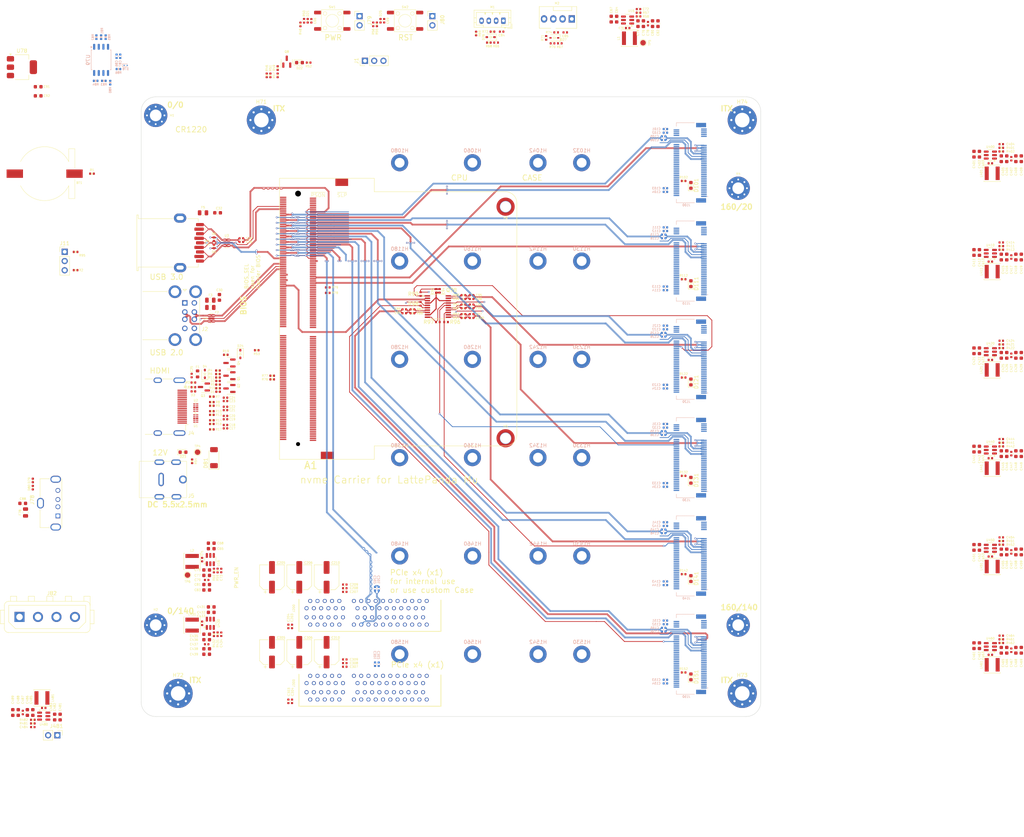
<source format=kicad_pcb>
(kicad_pcb (version 20240108) (generator "pcbnew") (generator_version "8.0")
  (layers (0 "F.Cu" signal) (1 "In1.Cu" power "In1.GND") (2 "In2.Cu" power "In2.PWR") (31 "B.Cu" signal) (34 "B.Paste" user) (35 "F.Paste" user) (36 "B.SilkS" user "B.Silkscreen") (37 "F.SilkS" user "F.Silkscreen") (38 "B.Mask" user) (39 "F.Mask" user) (44 "Edge.Cuts" user))
  (net 0 "")
  (net 3 "/USB/CON_USB3_SSRX_P")
  (net 5 "GND")
  (net 7 "/Fan_Temp/FAN_1_TAC")
  (net 10 "/HDMI/DDI_B_TX0+")
  (net 13 "/LattePanda Module/REFCLK3+")
  (net 14 "/LattePanda Module/USB_2_P4+")
  (net 15 "/LattePanda Module/HSIO_3_RX+")
  (net 16 "/HDMI/DDI_B_TX1+")
  (net 18 "/HDMI/DDI_B_TX3-")
  (net 21 "/LattePanda Module/HSIO_9_TX+")
  (net 22 "/LattePanda Module/HSIO_6_RX+")
  (net 24 "/HDMI/DDI_B_TX2+")
  (net 29 "Net-(A1-TCP0_HPD)")
  (net 33 "/LattePanda Module/REFCLK0-")
  (net 35 "/LattePanda Module/HSIO_8_RX+")
  (net 38 "/USB/CON_USB1_D_N")
  (net 39 "/HDMI/DDI_B_DDC_SCL")
  (net 40 "/LattePanda Module/REFCLK4+")
  (net 41 "/LattePanda Module/HSIO_3_TX+")
  (net 44 "/LattePanda Module/SLS_S3")
  (net 47 "/USB/CON_USB1_D_P")
  (net 49 "/LattePanda Module/HSIO_2_RX-")
  (net 53 "/LattePanda Module/HSIO_1_TX+")
  (net 54 "/LattePanda Module/HSIO_1_RX+")
  (net 57 "/Fan_Temp/FAN_1_PWM")
  (net 60 "/LattePanda Module/REFCLK0+")
  (net 62 "/LattePanda Module/HSIO_11_TX+")
  (net 63 "/USB/CON_USB2_D_P")
  (net 64 "/LattePanda Module/REFCLK3-")
  (net 65 "/LattePanda Module/HSIO_8_TX+")
  (net 67 "/LattePanda Module/HSIO_11_RX-")
  (net 71 "/LattePanda Module/CLKREQ3")
  (net 72 "+BATT")
  (net 73 "/LattePanda Module/REFCLK4-")
  (net 74 "/HDMI/DDI_B_TX2-")
  (net 75 "/~{PWR_LED}{slash}~{PSON}")
  (net 78 "/LattePanda Module/HSIO_9_TX-")
  (net 79 "/LattePanda Module/HSIO_8_RX-")
  (net 83 "/LattePanda Module/HSIO_2_TX+")
  (net 84 "/LattePanda Module/REFCLK1+")
  (net 85 "Net-(A1-TCP1_HPD)")
  (net 87 "/LattePanda Module/USB_2_P4-")
  (net 93 "/~{PLT_RST}")
  (net 98 "/LattePanda Module/REFCLK1-")
  (net 99 "/HDMI/DDI_B_TX3+")
  (net 100 "/USB/CON_USB2_D_N")
  (net 107 "/LattePanda Module/HSIO_10_TX-")
  (net 108 "/LattePanda Module/HSIO_8_TX-")
  (net 109 "/LattePanda Module/HSIO_2_TX-")
  (net 111 "/USB/CON_USB3_SSRX_N")
  (net 112 "/LattePanda Module/HSIO_11_RX+")
  (net 113 "/LattePanda Module/HSIO_1_RX-")
  (net 115 "/LattePanda Module/~{PWR_SW}")
  (net 121 "/LattePanda Module/HSIO_1_TX-")
  (net 123 "/LattePanda Module/HSIO_9_RX-")
  (net 125 "Net-(A1-SIO_UART_RX)")
  (net 128 "/HDMI/DDI_B_TX0-")
  (net 129 "/USB/CON_USB3_D_N")
  (net 131 "/HDMI/DDI_B_TX1-")
  (net 132 "/LattePanda Module/HSIO_6_RX-")
  (net 137 "/LattePanda Module/HSIO_10_TX+")
  (net 138 "/LattePanda Module/HSIO_10_RX-")
  (net 139 "/LattePanda Module/HSIO_0_RX+")
  (net 140 "/USB/CON_USB3_D_P")
  (net 145 "/LattePanda Module/HSIO_3_TX-")
  (net 150 "/~{WAKE}")
  (net 152 "/LattePanda Module/~{RST_SW}")
  (net 153 "/LattePanda Module/HSIO_11_TX-")
  (net 157 "/USB/CON_USB3_SSTX_N")
  (net 158 "/HDMI/DDI_B_DDC_SDA")
  (net 160 "/LattePanda Module/HSIO_10_RX+")
  (net 162 "/LattePanda Module/HSIO_3_RX-")
  (net 163 "/LattePanda Module/HSIO_9_RX+")
  (net 164 "+3V3 Bios")
  (net 165 "/LattePanda Module/HSIO_0_RX-")
  (net 166 "/LattePanda Module/HSIO_6_TX+")
  (net 171 "Net-(A1-~{BIOS_SEL})")
  (net 172 "/LattePanda Module/HSIO_2_RX+")
  (net 173 "/HDMI/DDI_B_HPD")
  (net 174 "/LattePanda Module/HSIO_6_TX-")
  (net 176 "Net-(BT1-+)")
  (net 177 "/HDMI/TMDS_D2+")
  (net 178 "/HDMI/TMDS_D2-")
  (net 179 "/HDMI/TMDS_D1+")
  (net 180 "/HDMI/TMDS_D1-")
  (net 181 "/HDMI/TMDS_D0+")
  (net 182 "/HDMI/TMDS_D0-")
  (net 183 "/HDMI/TMDS_CK+")
  (net 184 "/HDMI/TMDS_CK-")
  (net 185 "5V_HDMI_VCC")
  (net 186 "/USB/CON_USB3_SSTX_P")
  (net 187 "+5V")
  (net 188 "+12V")
  (net 189 "Net-(D21-A2)")
  (net 190 "Net-(D25-A2)")
  (net 191 "Net-(U15-BOOST)")
  (net 192 "Net-(U15-SW)")
  (net 193 "Net-(U16-SW)")
  (net 194 "Net-(U16-BOOST)")
  (net 195 "Net-(U15-FB)")
  (net 196 "+3V3")
  (net 197 "Net-(U16-FB)")
  (net 198 "Net-(U400-SW)")
  (net 199 "Net-(U400-BOOST)")
  (net 200 "Net-(U400-FB)")
  (net 201 "+3V3a")
  (net 202 "Net-(U410-BOOST)")
  (net 203 "Net-(U410-SW)")
  (net 204 "+3V3b")
  (net 205 "Net-(U410-FB)")
  (net 206 "Net-(U420-SW)")
  (net 207 "Net-(U420-BOOST)")
  (net 208 "/M.2 M Key/CON_PCIE_TX_0+")
  (net 209 "/M.2 M Key/CON_PCIE_TX_0-")
  (net 210 "Net-(U420-FB)")
  (net 211 "+3V3c")
  (net 212 "/M.2 M Key/CON_PCIE_TX_1+")
  (net 213 "/M.2 M Key/CON_PCIE_TX_1-")
  (net 214 "Net-(U430-BOOST)")
  (net 215 "Net-(U430-SW)")
  (net 216 "Net-(U430-FB)")
  (net 217 "+3V3d")
  (net 218 "/M.2 M Key/CON_PCIE_TX_2+")
  (net 219 "/M.2 M Key/CON_PCIE_TX_2-")
  (net 220 "/M.2 M Key/CON_PCIE_TX_3+")
  (net 221 "/M.2 M Key/CON_PCIE_TX_3-")
  (net 222 "Net-(U440-BOOST)")
  (net 223 "Net-(U440-SW)")
  (net 224 "Net-(U440-FB)")
  (net 225 "Net-(U450-BOOST)")
  (net 226 "Net-(U450-SW)")
  (net 227 "Net-(U450-FB)")
  (net 228 "/M.2 M Key/CON_PCIE_TX_4+")
  (net 229 "/M.2 M Key/CON_PCIE_TX_4-")
  (net 230 "Net-(U460-SW)")
  (net 231 "Net-(U460-BOOST)")
  (net 232 "Net-(U460-FB)")
  (net 233 "+3V3aa")
  (net 234 "+3V3bb")
  (net 235 "+3V3cc")
  (net 236 "/M.2 M Key/CON_PCIE_TX_5+")
  (net 237 "/M.2 M Key/CON_PCIE_TX_5-")
  (net 238 "/PCIe/PCIE30_TX0_P")
  (net 239 "/PCIe/PCIE30_TX0_N")
  (net 240 "/PCIe/PCIE30_TX1_P")
  (net 241 "/PCIe/PCIE30_TX1_N")
  (net 242 "/HDMI/DDC_SCL")
  (net 243 "/HDMI/HPD")
  (net 244 "/HDMI/DDC_SDA")
  (net 245 "Net-(D22-A)")
  (net 246 "Net-(D22-K)")
  (net 247 "Net-(D23-A)")
  (net 248 "VPullup")
  (net 249 "Net-(D26-A)")
  (net 250 "Net-(D101-K)")
  (net 251 "Net-(D101-A)")
  (net 252 "Net-(D111-K)")
  (net 253 "Net-(D111-A)")
  (net 254 "Net-(D121-A)")
  (net 255 "Net-(D121-K)")
  (net 256 "Net-(D131-K)")
  (net 257 "Net-(D131-A)")
  (net 258 "Net-(D141-A)")
  (net 259 "Net-(D141-K)")
  (net 260 "Net-(D151-A)")
  (net 261 "Net-(D151-K)")
  (net 262 "Net-(D27-A)")
  (net 263 "Net-(J4-+5V)")
  (net 264 "Net-(J2-VBUS1)")
  (net 274 "Net-(J2-VBUS2)")
  (net 284 "Net-(J3-VBUS)")
  (net 509 "Net-(M1-PWM)")
  (net 510 "Net-(Q1-D)")
  (net 511 "Net-(Q4-G)")
  (net 512 "Net-(Q4-D)")
  (net 513 "/PSU/PWR_EN")
  (net 514 "Net-(Q8-G)")
  (net 518 "Net-(M2-PWM)")
  (net 519 "/Fan_Temp/FAN_2_TAC")
  (net 520 "/Fan_Temp/FAN_2_PWM")
  (net 521 "/LattePanda Module/CLKREQ4")
  (net 522 "Net-(D78-K)")
  (net 523 "Net-(J78-VBUS)")
  (net 524 "Net-(U480-SW)")
  (net 525 "Net-(U480-BOOST)")
  (net 526 "+5Va")
  (net 527 "Net-(U480-FB)")
  (net 528 "Net-(J481-Pin_2)")
  (net 536 "/BIOS/SPI-IO2")
  (net 537 "/LattePanda Module/REFCLK2-")
  (net 538 "/BIOS/SPI-CS")
  (net 539 "/BIOS/SPI-IO0")
  (net 540 "/BIOS/SPI-IO3")
  (net 541 "/BIOS/SPI_CLK")
  (net 542 "/BIOS/SPI-IO1")
  (net 543 "/LattePanda Module/REFCLK2+")
  (net 544 "/M.2 M Key/REFCLKM3+")
  (net 545 "/M.2 M Key/REFCLKM3-")
  (net 546 "/M.2 M Key/CLKREQM2")
  (net 547 "/M.2 M Key/CLKREQM3")
  (net 548 "Net-(U79-~{CS})")
  (net 549 "Net-(U79-CLK)")
  (net 550 "Net-(U79-DI(IO0))")
  (net 551 "Net-(U79-DO(IO1))")
  (net 552 "Net-(U79-IO2)")
  (net 553 "Net-(U79-IO3)")
  (net 554 "Net-(A1-SIO_UART_TX)")
  (net 555 "Net-(J11-Pin_3)")
  (net 556 "Net-(J11-Pin_1)")
  (net 557 "/M.2 M Key/REFCLKM5+")
  (net 558 "/M.2 M Key/REFCLKM5-")
  (net 559 "/M.2 M Key/REFCLKM2+")
  (net 560 "/M.2 M Key/REFCLKM4+")
  (net 561 "/M.2 M Key/REFCLKM2-")
  (net 562 "/M.2 M Key/REFCLKM4-")
  (net 563 "/M.2 M Key/CLKREQM4")
  (net 564 "/M.2 M Key/CLKREQM5")
  (net 565 "/PCIe CLK Buffer/DIF2+")
  (net 566 "/PCIe CLK Buffer/DIF2-")
  (net 567 "/PCIe CLK Buffer/DIF1-")
  (net 568 "/PCIe CLK Buffer/DIF0+")
  (net 569 "/PCIe CLK Buffer/DIF3+")
  (net 570 "/PCIe CLK Buffer/DIF3-")
  (net 571 "/PCIe CLK Buffer/DIF1+")
  (net 572 "/PCIe CLK Buffer/DIF0-")
  (net 573 "/PCIe CLK Buffer/RDIF3-")
  (net 574 "/PCIe CLK Buffer/RDIF3+")
  (net 575 "/PCIe CLK Buffer/RDIF0-")
  (net 576 "/PCIe CLK Buffer/RDIF1-")
  (net 577 "/PCIe CLK Buffer/RDIF2-")
  (net 578 "/PCIe CLK Buffer/RDIF0+")
  (net 579 "/PCIe CLK Buffer/RDIF1+")
  (net 580 "/PCIe CLK Buffer/RDIF2+")
  (footprint "A_HDJ_Library:C_0603_1608Metric" (layer "F.Cu") (at 292.996 194.623 -90)
    (property "Reference" "C466")
    (property "Value" "22uF/10V")
  )
  (footprint "A_HDJ_Library:C_0402_1005Metric" (layer "F.Cu") (at 73.246 175.323)
    (property "Reference" "C79")
    (property "Value" "100nF/50V")
  )
  (footprint "A_HDJ_Library:C_0402_1005Metric" (layer "F.Cu") (at 294.246 86.623 90)
    (property "Reference" "C417")
    (property "Value" "100nF/50V")
  )
  (footprint "Capacitor_SMD:C_0402_1005Metric" (layer "F.Cu") (at 291.496 163.623 180)
    (property "Reference" "C454")
    (property "Value" "12pF/50V")
  )
  (footprint "A_HDJ_Library:CP_Elec_6.3x7.7" (layer "F.Cu") (at 91.1828 195.153 90)
    (property "Reference" "C305")
    (property "Value" "100uF/25V")
  )
  (footprint "Connector_PinHeader_2.54mm:PinHeader_1x03_P2.54mm_Vertical" (layer "F.Cu") (at 116.721 32.723 90)
    (property "Reference" "J1")
    (property "Value" "Conn_01x03_Pin")
  )
  (footprint "A_HDJ_Library:D_SOD-323" (layer "F.Cu") (at 151.246 26.223 180)
    (property "Reference" "D26")
    (property "Value" "1N5819WS")
  )
  (footprint "A_HDJ_Library:C_0603_1608Metric" (layer "F.Cu") (at 291.496 194.623 -90)
    (property "Reference" "C465")
    (property "Value" "22uF/10V")
  )
  (footprint "A_HDJ_Library:TSOT-23-6" (layer "F.Cu") (at 188.8585 21.523 180)
    (property "Reference" "U15")
    (property "Value" "SY8253ADC")
  )
  (footprint "A_HDJ_Library:C_0402_1005Metric" (layer "F.Cu") (at 69.126 119.167999 90)
    (property "Reference" "C25")
    (property "Value" "100nF/50V")
  )
  (footprint "A_HDJ_Library:C_0402_1005Metric" (layer "F.Cu") (at 111.1828 176.583)
    (property "Reference" "C209")
    (property "Value" "100nF/50V")
  )
  (footprint "A_HDJ_Library:R_0402_1005Metric" (layer "F.Cu") (at 143.7685 98.148 180)
    (property "Reference" "R90")
    (property "Value" "33R/5%")
  )
  (footprint "Package_SO:TSSOP-20_4.4x6.5mm_P0.65mm" (layer "F.Cu") (at 136.746 100.223)
    (property "Reference" "Q78")
    (property "Value" "~")
  )
  (footprint "A_HDJ_Library:R_0402_1005Metric" (layer "F.Cu") (at 75.246 172.723 90)
    (property "Reference" "R60")
    (property "Value" "22K/1%")
  )
  (footprint "A_HDJ_Library:C_0402_1005Metric" (layer "F.Cu") (at 111.1828 178.583 180)
    (property "Reference" "C207")
    (property "Value" "100nF/50V")
  )
  (footprint "Capacitor_SMD:C_0402_1005Metric" (layer "F.Cu") (at 171.736 24.923)
    (property "Reference" "C85")
    (property "Value" "100nF/50V")
  )
  (footprint "Capacitor_SMD:C_0402_1005Metric" (layer "F.Cu") (at 291.496 109.623 180)
    (property "Reference" "C424")
    (property "Value" "12pF/50V")
  )
  (footprint "A_HDJ_Library:SOT-23" (layer "F.Cu") (at 79.496 119.223 180)
    (property "Reference" "Q1")
    (property "Value" "2N7002")
  )
  (footprint "A_HDJ_Library:CP_Elec_6.3x7.7" (layer "F.Cu") (at 106.1828 174.583 90)
    (property "Reference" "C210")
    (property "Value" "470uF/10V")
  )
  (footprint "A_HDJ_Library:C_0603_1608Metric" (layer "F.Cu") (at 76.246 74.473 180)
    (property "Reference" "C32")
    (property "Value" "22uF/10V")
  )
  (footprint "Capacitor_SMD:C_0402_1005Metric" (layer "F.Cu") (at 191.8585 18.523 180)
    (property "Reference" "C72")
    (property "Value" "12pF/50V")
  )
  (footprint "A_HDJ_Library:TSOT-23-6" (layer "F.Cu") (at 288.496 193.623 180)
    (property "Reference" "U460")
    (property "Value" "SY8253ADC")
  )
  (footprint "A_HDJ_Library:R_0402_1005Metric" (layer "F.Cu") (at 143.7685 97.098)
    (property "Reference" "R89")
    (property "Value" "33R/5%")
  )
  (footprint "A_HDJ_Library:R_0402_1005Metric" (layer "F.Cu") (at 76.3335 118.763 180)
    (property "Reference" "R6")
    (property "Value" "21.5K/1%")
  )
  (footprint "A_HDJ_Library:C_0603_1608Metric" (layer "F.Cu") (at 296.996 194.623 -90)
    (property "Reference" "C469")
    (property "Value" "22uF/10V")
  )
  (footprint "A_HDJ_Library:C_0402_1005Metric" (layer "F.Cu") (at 78.416 130.257999 180)
    (property "Reference" "C20")
    (property "Value" "100nF/50V")
  )
  (footprint "A_HDJ_Library:C_0402_1005Metric" (layer "F.Cu") (at 294.246 59.623 90)
    (property "Reference" "C407")
    (property "Value" "100nF/50V")
  )
  (footprint "Capacitor_SMD:C_0402_1005Metric" (layer "F.Cu") (at 77.246 190.223 90)
    (property "Reference" "C434")
    (property "Value" "12pF/50V")
  )
  (footprint "A_HDJ_Library:C_0402_1005Metric" (layer "F.Cu") (at 28.496 210.473 180)
    (property "Reference" "C483")
    (property "Value" "100nF/50V")
  )
  (footprint "A_HDJ_Library:R_0402_1005Metric" (layer "F.Cu") (at 291.496 138.623 180)
    (property "Reference" "R442")
    (property "Value" "22K/1%")
  )
  (footprint "A_HDJ_Library:R_0402_1005Metric" (layer "F.Cu") (at 291.496 110.623)
    (property "Reference" "R421")
    (property "Value" "100K/1%")
  )
  (footprint "A_HDJ_Library:C_0402_1005Metric" (layer "F.Cu") (at 101.996 21.743 90)
    (property "Reference" "C66")
    (property "Value" "1uF/16V")
  )
  (footprint "A_HDJ_Library:L_Sunlord_SWPA4020S" (layer "F.Cu") (at 288.996 198.623)
    (property "Reference" "L461")
    (property "Value" "2.2uH/4.3A")
  )
  (footprint "A_HDJ_Library:C_0402_1005Metric" (layer "F.Cu") (at 121.996 21.723 90)
    (property "Reference" "C69")
    (property "Value" "1uF/16V")
  )
  (footprint "A_HDJ_Library:D_0402_1005Metric" (layer "F.Cu") (at 75.246 83.723 90)
    (property "Reference" "D5")
    (property "Value" "ESD5V0B03")
  )
  (footprint "A_HDJ_Library:R_0402_1005Metric" (layer "F.Cu") (at 91.246 119.223 180)
    (property "Reference" "R77")
    (property "Value" "100K/1%")
  )
  (footprint "A_HDJ_Library:C_0603_1608Metric" (layer "F.Cu") (at 283.996 166.373 -90)
    (property "Reference" "C451")
    (property "Value" "22uF/10V")
  )
  (footprint "A_HDJ_Library:C_0603_1608Metric" (layer "F.Cu") (at 291.496 167.623 -90)
    (property "Reference" "C455")
    (property "Value" "22uF/10V")
  )
  (footprint "Capacitor_SMD:C_0402_1005Metric" (layer "F.Cu") (at 25.496 215.723)
    (property "Reference" "C484")
    (property "Value" "12pF/50V")
  )
  (footprint "A_HDJ_Library:R_0603_1608Metric" (layer "F.Cu") (at 70.746 118.723 90)
    (property "Reference" "F1")
    (property "Value" "6V/50mA")
  )
  (footprint "Resistor_SMD:R_0402_1005Metric" (layer "F.Cu") (at 99.996 21.723 90)
    (property "Reference" "R50")
    (property "Value" "10K/1%")
  )
  (footprint "A_HDJ_Library:CP_Elec_6.3x7.7" (layer "F.Cu") (at 98.6828 195.153 90)
    (property "Reference" "C306")
    (property "Value" "100uF/25V")
  )
  (footprint "A_HDJ_Library:C_0402_1005Metric" (layer "F.Cu") (at 136.2685 95.908 90)
    (property "Reference" "C93")
    (property "Value" "22uF/6.3V")
  )
  (footprint "A_HDJ_Library:D_0402_1005Metric" (layer "F.Cu") (at 25.496 149.958 90)
    (property "Reference" "D80")
    (property "Value" "ESD5V0B03")
  )
  (footprint "A_HDJ_Library:C_0603_1608Metric" (layer "F.Cu") (at 296.996 59.623 -90)
    (property "Reference" "C409")
    (property "Value" "22uF/10V")
  )
  (footprint "A_HDJ_Library:C_0603_1608Metric" (layer "F.Cu") (at 73.246 172.573 180)
    (property "Reference" "C75")
    (property "Value" "22uF/10V")
  )
  (footprint "A_HDJ_Library:R_0402_1005Metric" (layer "F.Cu") (at 37.246 85.223 180)
    (property "Reference" "R95")
    (property "Value" "10K/1%")
  )
  (footprint "A_HDJ_Library:HDMI_A_Molex_208658-1001_Horizontal" (layer "F.Cu") (at 63.246 127.723 180)
    (property "Reference" "J4")
    (property "Value" "HDMI_A")
  )
  (footprint "A_HDJ_Library:R_0402_1005Metric" (layer "F.Cu") (at 291.496 83.623)
    (property "Reference" "R411")
    (property "Value" "100K/1%")
  )
  (footprint "A_HDJ_Library:L_Sunlord_SWPA4020S" (layer "F.Cu") (at 288.996 90.623)
    (property "Reference" "L411")
    (property "Value" "2.2uH/4.3A")
  )
  (footprint "A_HDJ_Library:C_0603_1608Metric" (layer "F.Cu") (at 285.496 193.373 -90)
    (property "Reference" "C462")
    (property "Value" "22uF/10V")
  )
  (footprint "A_HDJ_Library:C_0402_1005Metric" (layer "F.Cu") (at 96.6828 188.083 -90)
    (property "Reference" "C203")
    (property "Value" "100nF/50V")
  )
  (footprint "A_HDJ_Library:C_0603_1608Metric" (layer "F.Cu") (at 74.496 182.723 180)
    (property "Reference" "C431")
    (property "Value" "22uF/10V")
  )
  (footprint "A_HDJ_Library:C_0603_1608Metric" (layer "F.Cu") (at 285.496 166.373 -90)
    (property "Reference" "C452")
    (property "Value" "22uF/10V")
  )
  (footprint "A_HDJ_Library:LED_0603_1608Metric" (layer "F.Cu") (at 206.246 93.9355 90)
    (property "Reference" "D111")
    (property "Value" "LED_G")
  )
  (footprint "A_HDJ_Library:C_0603_1608Metric" (layer "F.Cu") (at 26.966 42.358)
    (property "Reference" "C92")
    (property "Value" "22uF/10V")
  )
  (footprint "A_HDJ_Library:R_0402_1005Metric" (layer "F.Cu") (at 204.246 146.723 180)
    (property "Reference" "R132")
    (property "Value" "2.2K/1%")
  )
  (footprint "A_HDJ_Library:C_0603_1608Metric" (layer "F.Cu") (at 285.496 112.373 -90)
    (property "Reference" "C422")
    (property "Value" "22uF/10V")
  )
  (footprint "A_HDJ_Library:C_0603_1608Metric" (layer "F.Cu") (at 292.996 59.623 -90)
    (property "Reference" "C406")
    (property "Value" "22uF/10V")
  )
  (footprint "A_HDJ_Library:D_0402_1005Metric" (layer "F.Cu") (at 69.596 123.523)
    (property "Reference" "D3")
    (property "Value" "ESD5V0B03")
  )
  (footprint "A_HDJ_Library:C_0603_1608Metric" (layer "F.Cu") (at 285.496 139.373 -90)
    (property "Reference" "C442")
    (property "Value" "22uF/10V")
  )
  (footprint "A_HDJ_Library:C_0603_1608Metric" (layer "F.Cu") (at 296.996 86.623 -90)
    (property "Reference" "C419")
    (property "Value" "22uF/10V")
  )
  (footprint "Resistor_SMD:R_0402_1005Metric" (layer "F.Cu") (at 118.996 22.713 -90)
    (property "Reference" "R56")
    (property "Value" "10K/1%")
  )
  (footprint "A_HDJ_Library:C_0603_1608Metric" (layer "F.Cu") (at 184.3585 21.273 -90)
    (property "Reference" "C67")
    (property "Value" "22uF/10V")
  )
  (footprint "A_HDJ_Library:C_0402_1005Metric" (layer "F.Cu") (at 22.746 211.723 -90)
    (property "Reference" "C487")
    (property "Value" "100nF/50V")
  )
  (footprint "MountingHole:MountingHole_4mm_Pad_Via" (layer "F.Cu") (at 65.406 206.4778)
    (property "Reference" "H72")
    (property "Value" "MountingHole_Pad")
  )
  (footprint "A_HDJ_Library:C_0603_1608Metric" (layer "F.Cu") (at 74.496 165.223 180)
    (property "Reference" "C68")
    (property "Value" "22uF/10V")
  )
  (footprint "A_HDJ_Library:CP_Elec_6.3x7.7" (layer "F.Cu") (at 98.6828 174.583 90)
    (property "Reference" "C206")
    (property "Value" "100uF/25V")
  )
  (footprint "A_HDJ_Library:C_0402_1005Metric" (layer "F.Cu") (at 294.246 194.623 90)
    (property "Reference" "C467")
    (property "Value" "100nF/50V")
  )
  (footprint "A_HDJ_Library:MountingHole_3mm_M2_Pad_TopOnly" (layer "F.Cu") (at 155.346 136.398 90)
    (property "Reference" "H5")
    (property "Value" "MountingHole_Pad")
  )
  (footprint "A_HDJ_Library:R_0402_1005Metric" (layer "F.Cu") (at 291.496 137.623)
    (property "Reference" "R441")
    (property "Value" "100K/1%")
  )
  (footprint "Connector_TE-Connectivity:TE_MATE-N-LOK_350211-1_1x04_P5.08mm_Vertical" (layer "F.Cu") (at 21.836 185.473)
    (property "Reference" "J82")
    (property "Value" "Conn_01x04")
  )
  (footprint "Resistor_SMD:R_0402_1005Metric" (layer "F.Cu") (at 169.236 24.923 180)
    (property "Reference" "R74")
    (property "Value" "4.7K/1%")
  )
  (footprint "A_HDJ_Library:R_0402_1005Metric" (layer "F.Cu") (at 76.246 190.223 -90)
    (property "Reference" "R431")
    (property "Value" "100K/1%")
  )
  (footprint "A_HDJ_Library:C_0603_1608Metric" (layer "F.Cu") (at 193.2085 22.523 -90)
    (property "Reference" "C76")
    (property "Value" "22uF/10V")
  )
  (footprint "A_HDJ_Library:R_0402_1005Metric" (layer "F.Cu") (at 291.496 165.623 180)
    (property "Reference" "R452")
    (property "Value" "22K/1%")
  )
  (footprint "A_HDJ_Library:C_0603_1608Metric" (layer "F.Cu") (at 292.996 167.623 -90)
    (property "Reference" "C456")
    (property "Value" "22uF/10V")
  )
  (footprint "A_HDJ_Library:D_0402_1005Metric" (layer "F.Cu") (at 120.996 21.718 -90)
    (property "Reference" "D25")
    (property "Value" "ESD5V0B03")
  )
  (footprint "Connector_PinHeader_2.54mm:PinHeader_1x02_P2.54mm_Vertical" (layer "F.Cu") (at 32.246 217.973 -90)
    (property "Reference" "J481")
    (property "Value" "Conn_01x02_Pin")
  )
  (footprint "A_HDJ_Library:LED_0603_1608Metric" (layer "F.Cu") (at 206.246 120.9355 90)
    (property "Reference" "D121")
    (property "Value" "LED_G")
  )
  (footprint "A_HDJ_Library:R_0402_1005Metric" (layer "F.Cu") (at 129.7685 102.048 180)
    (property "Reference" "R88")
    (property "Value" "33R/5%")
  )
  (footprint "A_HDJ_Library:C_0603_1608Metric" (layer "F.Cu") (at 283.996 193.373 -90)
    (property "Reference" "C461")
    (property "Value" "22uF/10V")
  )
  (footprint "A_HDJ_Library:DC_Jack_DC007B_30V_10A" (layer "F.Cu") (at 54.746 147.723 90)
    (property "Reference" "J5")
    (property "Value" "Barrel_Jack_Switch")
  )
  (footprint "A_HDJ_Library:D_SOD-323" (layer "F.Cu") (at 72.746 118.723 90)
    (property "Reference" "D4")
    (property "Value" "1N5819WS")
  )
  (footprint "A_HDJ_Library:C_0603_1608Metric" (layer "F.Cu") (at 296.996 167.623 -90)
    (property "Reference" "C459")
    (property "Value" "22uF/10V")
  )
  (footprint "A_HDJ_Library:C_0603_1608Metric" (layer "F.Cu") (at 73.246 195.723 180)
    (property "Reference" "C439")
    (property "Value" "22uF/10V")
  )
  (footprint "A_HDJ_Library:C_0603_1608Metric" (layer "F.Cu") (at 291.496 113.623 -90)
    (property "Reference" "C425")
    (property "Value" "22uF/10V")
  )
  (footprint "A_HDJ_Library:R_0402_1005Metric" (layer "F.Cu") (at 147.246 25.223 90)
    (property "Reference" "R69")
    (property "Value" "100R/1%")
  )
  (footprint "A_HDJ_Library:R_0402_1005Metric" (layer "F.Cu") (at 291.496 57.623 180)
    (property "Reference" "R402")
    (property "Value" "22K/1%")
  )
  (footprint "A_HDJ_Library:C_0402_1005Metric" (layer "F.Cu") (at 78.416 133.677999 180)
    (property "Reference" "C17")
    (property "Value" "100nF/50V")
  )
  (footprint "A_HDJ_Library:R_0402_1005Metric" (layer "F.Cu") (at 76.3435 117.793)
    (property "Reference" "R4")
    (property "Value" "1M/1%")
  )
  (footprint "A_HDJ_Library:C_0603_1608Metric" (layer "F.Cu") (at 295.496 113.623 -90)
    (property "Reference" "C428")
    (property "Value" "22uF/10V")
  )
  (footprint "A_HDJ_Library:L_Sunlord_SWPA4020S" (layer "F.Cu") (at 189.3585 26.523)
    (property "Reference" "L1")
    (property "Value" "2.2uH/4.3A")
  )
  (footprint "A_HDJ_Library:R_0402_1005Metric" (layer "F.Cu") (at 74.666 128.967999)
    (property "Reference" "R10")
    (property "Value" "470R/1%")
  )
  (footprint "A_HDJ_Library:R_0402_1005Metric" (layer "F.Cu") (at 74.666 131.467999)
    (property "Reference" "R14")
    (property "Value" "470R/1%")
  )
  (footprint "Resistor_SMD:R_0402_1005Metric" (layer "F.Cu") (at 166.486 26.423 90)
    (property "Reference" "R71")
    (property "Value" "100R/1%")
  )
  (footprint "A_HDJ_Library:C_0402_1005Metric" (layer "F.Cu") (at 95.6828 188.083 -90)
    (property "Reference" "C204")
    (property "Value" "100nF/50V")
  )
  (footprint "A_HDJ_Library:D_SOD-323" (layer "F.Cu") (at 82.495 113.273 -90)
    (property "Reference" "D24")
    (property "Value" "3V3 Izt=5mA")
  )
  (footprint "A_HDJ_Library:Diodes_UDFN-10_1.0x2.5mm_P0.5mm" (layer "F.Cu") (at 74.546 103.473 180)
    (property "Reference" "U4")
    (property "Value" "ULC0524P")
  )
  (footprint "A_HDJ_Library:C_0603_1608Metric" (layer "F.Cu") (at 283.996 85.373 -90)
    (property "Reference" "C411")
    (property "Value" "22uF/10V")
  )
  (footprint "A_HDJ_Library:SW_Push_6x6x6" (layer "F.Cu") (at 127.746 21.723 180)
    (property "Reference" "SW2")
    (property "Value" "SW_Push")
  )
  (footprint "A_HDJ_Library:C_0402_1005Metric" (layer "F.Cu") (at 82.766 82.473 180)
    (property "Reference" "C28")
    (property "Value" "100nF/50V")
  )
  (footprint "A_HDJ_Library:C_0402_1005Metric" (layer "F.Cu") (at 73.246 192.973)
    (property "Reference" "C437")
    (property "Value" "100nF/50V")
  )
  (footprint "A_HDJ_Library:LED_0603_1608Metric" (layer "F.Cu") (at 206.246 201.9355 90)
    (property "Reference" "D151")
    (property "Value" "LED_G")
  )
  (footprint "A_HDJ_Library:C_0402_1005Metric" (layer "F.Cu") (at 288.496 114.873)
    (property "Reference" "C423")
    (property "Value" "100nF/50V")
  )
  (footprint "A_HDJ_Library:R_0402_1005Metric" (layer "F.Cu") (at 86.996 112.223 180)
    (property "Reference" "R53")
    (property "Value" "2.2K/1%")
  )
  (footprint "A_HDJ_Library:USB_A_CUI_UJ2-ADH-TH_Horizontal_Stacked" (layer "F.Cu") (at 67.246 99.222998)
    (property "Reference" "J2")
    (property "Value" "USB_A_Stacked")
  )
  (footprint "A_HDJ_Library:C_0402_1005Metric" (layer "F.Cu") (at 127.5185 102.048)
    (property "Reference" "C90")
    (property "Value" "0.1uF/16V")
  )
  (footprint "A_HDJ_Library:C_0402_1005Metric" (layer "F.Cu") (at 78.416 131.177999 180)
    (property "Reference" "C19")
    (property "Value" "100nF/50V")
  )
  (footprint "A_HDJ_Library:C_0603_1608Metric" (layer "F.Cu") (at 195.7085 22.523 -90)
    (property "Reference" "C80")
    (property "Value" "22uF/10V")
  )
  (footprint "A_HDJ_Library:R_0402_1005Metric" (layer "F.Cu") (at 91.246 120.223 180)
    (property "Reference" "R76")
    (property "Value" "100K/1%")
  )
  (footprint "A_HDJ_Library:L_Sunlord_SWPA4020S" (layer "F.Cu") (at 69.246 187.723 -90)
    (property "Reference" "L431")
    (property "Value" "2.2uH/4.3A")
  )
  (footprint "Resistor_SMD:R_0402_1005Metric" (layer "F.Cu") (at 170.236 27.923)
    (property "Reference" "R67")
    (property "Value" "21.5K/1%")
  )
  (footprint "A_HDJ_Library:C_0603_1608Metric" (layer "F.Cu") (at 291.496 86.623 -90)
    (property "Reference" "C415")
    (property "Value" "22uF/10V")
  )
  (footprint "A_HDJ_Library:R_0402_1005Metric" (layer "F.Cu") (at 143.7685 103.348 180)
    (property "Reference" "R94")
    (property "Value" "33R/5%")
  )
  (footprint "A_HDJ_Library:L_Sunlord_SWPA4020S" (layer "F.Cu") (at 288.996 117.623)
    (property "Reference" "L421")
    (property "Value" "2.2uH/4.3A")
  )
  (footprint "A_HDJ_Library:C_0603_1608Metric" (layer "F.Cu") (at 283.996 58.373 -90)
    (property "Reference" "C401")
    (property "Value" "22uF/10V")
  )
  (footprint "A_HDJ_Library:C_0603_1608Metric" (layer "F.Cu") (at 23.996 211.723 90)
    (property "Reference" "C486")
    (property "Value" "22uF/10V")
  )
  (footprint "A_HDJ_Library:R_0402_1005Metric" (layer "F.Cu") (at 291.496 192.623 180)
    (property "Reference" "R462")
    (property "Value" "22K/1%")
  )
  (footprint "A_HDJ_Library:C_0603_1608Metric" (layer "F.Cu") (at 285.496 58.373 -90)
    (property "Reference" "C402")
    (property "Value" "22uF/10V")
  )
  (footprint "MountingHole:MountingHole_4mm_Pad_Via" (layer "F.Cu") (at 88.266 48.9978)
    (property "Reference" "H71")
    (property "Value" "MountingHole_Pad")
  )
  (footprint "A_HDJ_Library:PCIe_x4_Gen3Slot_Connectors" (layer "F.Cu") (at 100.6828 203.653)
    (property "Reference" "J300")
    (property "Value" "Bus_PCI_Express_x4" (hide yes))
  )
  (footprint "Connector_PinHeader_2.54mm:PinHeader_1x03_P2.54mm_Vertical" (layer "F.Cu") (at 34.246 85.183)
    (property "Reference" "J11")
    (property "Value" "Conn_01x03_Pin")
  )
  (footprint "A_HDJ_Library:D_SOD-323" (layer "F.Cu") (at 168.736 26.423 180)
    (property "Reference" "D27")
    (property "Value" "1N5819WS")
  )
  (footprint "A_HDJ_Library:Fuse_0805_2012Metric" (layer "F.Cu") (at 72.246 74.473 180)
    (property "Reference" "F5")
    (property "Value" "6V/2A")
  )
  (footprint "A_HDJ_Library:L_Sunlord_SWPA4020S" (layer "F.Cu") (at 288.996 171.623)
    (property "Reference" "L451")
    (property "Value" "2.2uH/4.3A")
  )
  (footprint "A_HDJ_Library:R_0402_1005Metric" (layer "F.Cu") (at 150.746 27.723)
    (property "Reference" "R68")
    (property "Value" "21.5K/1%")
  )
  (footprint "A_HDJ_Library:R_0402_1005Metric" (layer "F.Cu") (at 204.246 92.723 180)
    (property "Reference" "R112")
    (property "Value" "2.2K/1%")
  )
  (footprint "A_HDJ_Library:C_0603_1608Metric" (layer "F.Cu") (at 291.496 140.623 -90)
    (property "Reference" "C445")
    (property "Value" "22uF/10V")
  )
  (footprint "A_HDJ_Library:C_0402_1005Metric" (layer "F.Cu") (at 154.256 24.723)
    (property "Reference" "C84")
    (property "Value" "100nF/50V")
  )
  (footprint "Capacitor_SMD:C_0402_1005Metric" (layer "F.Cu") (at 291.496 190.623 180)
    (property "Reference" "C464")
    (property "Value" "12pF/50V")
  )
  (footprint "A_HDJ_Library:JST_PH_B4B-PH-K_1x04_P2.00mm_Vertical" (layer "F.Cu") (at 154.746 21.723 180)
    (property "Reference" "M1")
    (property "Value" "Fan_4pin")
  )
  (footprint "A_HDJ_Library:R_0402_1005Metric" (layer "F.Cu") (at 143.7685 102.298)
    (property "Reference" "R93")
    (property "Value" "33R/5%")
  )
  (footprint "Resistor_SMD:R_0402_1005Metric" (layer "F.Cu") (at 136.746 104.473 180)
    (property "Reference" "R97")
    (property "Value" "10K/1%")
  )
  (footprint "A_HDJ_Library:C_0603_1608Metric" (layer "F.Cu") (at 73.246 178.073 180)
    (property "Reference" "C83")
    (property "Value" "22uF/10V")
  )
  (footprint "A_HDJ_Library:TestPoint_Pad_D1.5mm" (layer "F.Cu") (at 193.1085 27.773 90)
    (property "Reference" "TP5")
    (property "Value" "TestPoint")
  )
  (footprint "A_HDJ_Library:C_0603_1608Metric" (layer "F.Cu") (at 291.496 59.623 -90)
    (property "Reference" "C405")
    (property "Value" "22uF/10V")
  )
  (footprint "A_HDJ_Library:PCIe_x4_Gen3Slot_Connectors" (layer "F.Cu") (at 100.6828 183.083)
    (property "Reference" "J200")
    (property "Value" "Bus_PCI_Express_x4" (hide yes))
  )
  (footprint "A_HDJ_Library:C_0402_1005Metric" (layer "F.Cu") (at 294.246 140.623 90)
    (property "Reference" "C447")
    (property "Value" "100nF/50V")
  )
  (footprint "A_HDJ_Library:D_0402_1005Metric" (layer "F.Cu") (at 25.496 147.988 -90)
    (property "Reference" "D79")
    (property "Value" "ESD5V0B03")
  )
  (footprint "A_HDJ_Library:SOT-23" (layer "F.Cu") (at 79.496 122.723 180)
    (property "Reference" "Q2")
    (property "Value" "2SK3018")
  )
  (footprint "A_HDJ_Library:C_0603_1608Metric" (layer "F.Cu") (at 296.996 113.623 -90)
    (property "Reference" "C429")
    (property "Value" "22uF/10V")
  )
  (footprint "A_HDJ_Library:C_0603_1608Metric" (layer "F.Cu") (at 32.996 212.973 90)
    (property "Reference" "C481")
    (property "Value" "22uF/10V")
  )
  (footprint "A_HDJ_Library:D_0402_1005Metric" (layer "F.Cu") (at 76.3635 120.663 180)
    (property "Reference" "D2")
    (property "Value" "ESD5V0B03")
  )
  (footprint "A_HDJ_Library:TSOT-23-6" (layer "F.Cu") (at 288.496 112.623 180)
    (property "Reference" "U420")
    (property "Value" "SY8253ADC")
  )
  (footprint "A_HDJ_Library:MountingHole_3.2mm_M3_Pad_Via" (layer "F.Cu") (at 59.246 187.723 90)
    (property "Reference" "H2")
    (property "Value" "MountingHole_Pad")
  )
  (footprint "A_HDJ_Library:R_0402_1005Metric" (layer "F.Cu") (at 90.746 36.723 90)
    (property "Reference" "R51")
    (property "Value" "100K/1%")
  )
  (footprint "A_HDJ_Library:R_0402_1005Metric" (layer "F.Cu") (at 69.596 122.373)
    (property "Reference" "R18")
    (property "Value" "2.2K/1%")
  )
  (footprint "A_HDJ_Library:C_0603_1608Metric" (layer "F.Cu") (at 292.996 140.623 -90)
    (property "Reference" "C446")
    (property "Value" "22uF/10V")
  )
  (footprint "A_HDJ_Library:C_0402_1005Metric" (layer "F.Cu") (at 111.1828 198.153 180)
    (property "Reference" "C308")
    (property "Value" "10uF/10V")
  )
  (footprint "A_HDJ_Library:C_0402_1005Metric" (layer "F.Cu") (at 95.6828 208.653 -90)
    (property "Reference" "C303")
    (property "Value" "100nF/50V")
  )
  (footprint "A_HDJ_Library:C_0402_1005Metric" (layer "F.Cu") (at 96.6828 208.653 -90)
    (property "Reference" "C304")
    (property "Value" "100nF/50V")
  )
  (footprint "A_HDJ_Library:C_0402_1005Metric" (layer "F.Cu") (at 111.1828 177.583 180)
    (property "Reference" "C208")
    (property "Value" "10uF/10V")
  )
  (footprint "A_HDJ_Library:C_0402_1005Metric" (layer "F.Cu") (at 71.996 187.223 -90)
    (property "Reference" "C433")
    (property "Value" "100nF/50V")
  )
  (footprint "A_HDJ_Library:C_0603_1608Metric" (layer "F.Cu") (at 21.496 211.723 90)
    (property "Reference" "C488")
    (property "Value" "22uF/10V")
  )
  (footprint "A_HDJ_Library:C_0603_1608Metric" (layer "F.Cu") (at 73.246 190.223 180)
    (property "Reference" "C435")
    (property "Value" "22uF/10V")
  )
  (footprint "A_HDJ_Library:R_0402_1005Metric" (layer "F.Cu") (at 204.246 65.723 180)
    (property "Reference" "R102")
    (property "Value" "2.2K/1%")
  )
  (footprint "A_HDJ_Library:MountingHole_3.2mm_M3_Pad_Via" (layer "F.Cu") (at 219.246 187.723 90)
    (property "Reference" "H3")
    (property "Value" "MountingHole_Pad")
  )
  (footprint "Connector_PinHeader_2.54mm:PinHeader_1x02_P2.54mm_Vertical" (layer "F.Cu") (at 135.246 20.448)
    (property "Reference" "J80")
    (property "Value" "Conn_01x02_Pin")
  )
  (footprint "A_HDJ_Library:C_0402_1005Metric" (layer "F.Cu") (at 78.416 132.757999 180)
    (property "Reference" "C18")
    (property "Value" "100nF/50V")
  )
  (footprint "Resistor_SMD:R_0402_1005Metric" (layer "F.Cu") (at 106.496 96.473)
    (property "Reference" "R78")
    (property "Value" "10K/1%")
  )
  (footprint "Resistor_SMD:R_0402_1005Metric" (layer "F.Cu") (at 131.996 99.473 90)
    (property "Reference" "R98")
    (property "Value" "10K/1%")
  )
  (footprint "A_HDJ_Library:C_0603_1608Metric" (layer "F.Cu") (at 295.496 86.623 -90)
    (property "Reference" "C418")
    (property "Value" "22uF/10V")
  )
  (footprint "A_HDJ_Library:LED_0603_1608Metric" (layer "F.Cu") (at 206.246 66.9355 90)
    (property "Reference" "D101")
    (property "Value" "LED_G")
  )
  (footprint "A_HDJ_Library:TestPoint_Pad_D1.5mm" (layer "F.Cu") (at 70.746 140.223)
    (property "Reference" "TP4")
    (property "Value" "TestPoint")
  )
  (footprint "A_HDJ_Library:R_0402_1005Metric" (layer "F.Cu") (at 25.496 213.723)
    (property "Reference" "R482")
    (property "Value" "10K/1%")
  )
  (footprint "A_HDJ_Library:R_0402_1005Metric" (layer "F.Cu") (at 291.496 164.623)
    (property "Reference" "R451")
    (property "Value" "100K/1%")
  )
  (footprint "A_HDJ_Library:CP_Elec_6.3x7.7" (layer "F.Cu") (at 106.1828 195.153 90)
    (property "Reference" "C310")
    (property "Value" "470uF/10V")
  )
  (footprint "A_HDJ_Library:D_0402_1005Metric" (layer "F.Cu") (at 76.377 123.614999)
    (property "Reference" "D1")
    (property "Value" "ESD5V0B03")
  )
  (footprint "A_HDJ_Library:C_0603_1608Metric" (layer "F.Cu") (at 22.721 154.2855)
    (property "Reference" "C88")
    (property "Value" "22uF/10V")
  )
  (footprint "A_HDJ_Library:C_0402_1005Metric" (layer "F.Cu") (at 146.0185 97.098)
    (property "Reference" "C95")
    (property "Value" "0.1uF/16V")
  )
  (footprint "Resistor_SMD:R_0402_1005Metric" (layer "F.Cu") (at 152.746 27.723)
    (property "Reference" "R66")
    (property "Value" "21.5K/1%")
  )
  (footprint "A_HDJ_Library:C_0402_1005Metric" (layer "F.Cu") (at 78.416 126.178999 180)
    (property "Reference" "C23")
    (property "Value" "100nF/50V")
  )
  (footprint "A_HDJ_Library:C_0402_1005Metric" (layer "F.Cu") (at 146.0185 99.648)
    (property "Reference" "C96")
    (property "Value" "0.1uF/16V")
  )
  (footprint "A_HDJ_Library:MountingHole_3mm_M2_Pad_TopOnly" (layer "F.Cu") (at 155.346 72.798 90)
    (property "Reference" "H6")
    (property "Value" "MountingHole_Pad")
  )
  (footprint "A_HDJ_Library:C_0402_1005Metric" (layer "F.Cu") (at 146.0185 102.298)
    (property "Reference" "C97")
    (property "Value" "0.1uF/16V")
  )
  (footprint "A_HDJ_Library:Diodes_UDFN-10_1.0x2.5mm_P0.5mm" (layer "F.Cu") (at 78.746 82.723)
    (property "Reference" "U3")
    (property "Value" "ULC0524P")
  )
  (footprint "A_HDJ_Library:R_0402_1005Metric" (layer "F.Cu") (at 143.7685 100.698 180)
    (property "Reference" "R92")
    (property "Value" "33R/5%")
  )
  (footprint "MountingHole:MountingHole_4mm_Pad_Via" (layer "F.Cu") (at 220.346 206.4778)
    (property "Reference" "H73")
    (property "Value" "MountingHole_Pad")
  )
  (footprint "A_HDJ_Library:R_0402_1005Metric" (layer "F.Cu") (at 76.3535 119.713 180)
    (property "Reference" "R11")
    (property "Value" "1K/1%")
  )
  (footprint "Resistor_SMD:R_0402_1005Metric" (layer "F.Cu") (at 131.996 96.783 90)
    (property "Reference" "R99")
    (property "Value" "10K/1%")
  )
  (footprint "A_HDJ_Library:R_0402_1005Metric" (layer "F.Cu") (at 69.5985 121.087999)
    (property "Reference" "R3")
    (property "Value" "2.2K/1%")
  )
  (footprint "A_HDJ_Library:R_0402_1005Metric" (layer "F.Cu") (at 74.666 127.467999)
    (property "Reference" "R9")
    (property "Value" "470R/1%")
  )
  (footprint "A_HDJ_Library:C_0603_1608Metric" (layer "F.Cu") (at 197.2085 22.523 -90)
    (property "Reference" "C82")
    (property "Value" "22uF/10V")
  )
  (footprint "A_HDJ_Library:C_0603_1608Metric" (layer "F.Cu") (at 285.496 85.373 -90)
    (property "Reference" "C412")
    (property "Value" "22uF/10V")
  )
  (footprint "A_HDJ_Library:C_0402_1005Metric" (layer "F.Cu") (at 78.416 127.750999 180)
    (property "Reference" "C22")
    (property "Value" "100nF/50V")
  )
  (footprint "A_HDJ_Library:C_0603_1608Metric" (layer "F.Cu") (at 296.996 140.623 -90)
    (property "Reference" "C449")
    (property "Value" "22uF/10V")
  )
  (footprint "A_HDJ_Library:R_0402_1005Metric" (layer "F.Cu") (at 191.8585 19.523)
    (property "Reference" "R57")
    (property "Value" "75K/1%")
  )
  (footprint "A_HDJ_Library:TSOT-23-6" (layer "F.Cu") (at 74.246 169.723 90)
    (property "Reference" "U16")
    (property "Value" "SY8253ADC")
  )
  (footprint "Capacitor_SMD:C_0402_1005Metric" (layer "F.Cu") (at 77.246 172.723 90)
    (property "Reference" "C73")
    (property "Value" "12pF/50V")
  )
  (footprint "A_HDJ_Library:C_0402_1005Metric" (layer "F.Cu") (at 188.8785 23.723)
    (property "Reference" "C70")
    (property "Value" "100nF/50V")
  )
  (footprint "A_HDJ_Library:C_0603_1608Metric" (layer "F.Cu") (at 73.246 194.223 180)
    (property "Reference" "C438")
    (property "Value" "22uF/10V")
  )
  (footprint "A_HDJ_Library:R_0402_1005Metric" (layer "F.Cu") (at 74.666 124.967999)
    (property "Reference" "R7")
    (property "Value" "470R/1%")
  )
  (footprint "A_HDJ_Library:R_0402_1005Metric" (layer "F.Cu") (at 41.746 63.723 180)
    (property "Reference" "R1")
    (property "Value" "1K/1%")
  )
  (footprint "A_HDJ_Library:R_0402_1005Metric" (layer "F.Cu") (at 75.246 190.223 90)
    (property "Reference" "R432")
    (property "Value" "22K/1%")
  )
  (footprint "A_HDJ_Library:Fuse_0805_2012Metric" (layer "F.Cu") (at 74.246 100.473 180)
    (property "Reference" "F2")
    (property "Value" "6V/1A")
  )
  (footprint "A_HDJ_Library:CP_Elec_6.3x7.7" (layer "F.Cu") (at 91.1828 174.583 90)
    (property "Reference" "C205")
    (property "Value" "100uF/25V")
  )
  (footprint "A_HDJ_Library:C_0603_1608Metric" (layer "F.Cu") (at 25.496 211.723 90)
    (property "Reference" "C485")
    (property "Value" "22uF/10V")
  )
  (footprint "A_HDJ_Library:MountingHole_3.2mm_M3_Pad_Via" (layer "F.Cu") (at 59.246 47.723 90)
    (property "Reference" "H1")
    (property "Value" "MountingHole_Pad")
  )
  (footprint "Diode_SMD:D_SOD-128" (layer "F.Cu") (at 75.246 141.723 90)
    (property "Reference" "D81")
    (property "Value" "PTVS12VP1UP")
  )
  (footprint "A_HDJ_Library:R_0402_1005Metric" (layer "F.Cu") (at 204.246 119.723 180)
    (property "Reference" "R122")
    (property "Value" "2.2K/1%")
  )
  (footprint "A_HDJ_Library:TSOT-23-6" (layer "F.Cu") (at 28.496 212.723)
    (property "Reference" "U480")
    (property "Value" "SY8253ADC")
  )
  (footprint "Resistor_SMD:R_0402_1005Metric" (layer "F.Cu") (at 168.236 27.923 180)
    (property "Reference" "R70")
    (property "Value" "21.5K/1%")
  )
  (footprint "A_HDJ_Library:C_0402_1005Metric" (layer "F.Cu") (at 288.496 141.873)
    (property "Reference" "C443")
    (property "Value" "100nF/50V")
  )
  (footprint "Connector:FanPinHeader_1x04_P2.54mm_Vertical" (layer "F.Cu") (at 173.536 21.223 180)
    (property "Reference" "M2")
    (property "Value" "Fan_4pin")
  )
  (footprint "A_HDJ_Library:SOT-23" (layer "F.Cu") (at 72.476 122.317999 180)
    (property "Reference" "Q3")
    (property "Value" "2SK3018")
  )
  (footprint "Connector_PinHeader_2.54mm:PinHeader_1x02_P2.54mm_Vertical" (layer "F.Cu") (at 115.246 20.448)
    (property "Reference" "J79")
    (property "Value" "Conn_01x02_Pin")
  )
  (footprint "A_HDJ_Library:LED_0603_1608Metric" (layer "F.Cu") (at 206.246 147.9355 90)
    (property "Reference" "D131")
    (property "Value" "LED_G")
  )
  (footprint "A_HDJ_Library:C_0402_1005Metric" (layer "F.Cu") (at 111.1828 199.153 180)
    (property "Reference" "C307")
    (property "Value" "100nF/50V")
  )
  (footprint "A_HDJ_Library:R_0402_1005Metric" (layer "F.Cu") (at 191.8585 20.523 180)
    (property "Reference" "R58")
    (property "Value" "10K/1%")
  )
  (footprint "A_HDJ_Library:R_0402_1005Metric" (layer "F.Cu") (at 76.246 172.723 -90)
    (property "Reference" "R59")
    (property "Value" "100K/1%")
  )
  (footprint "A_HDJ_Library:Diodes_UDFN-10_1.0x2.5mm_P0.5mm" (layer "F.Cu") (at 70.246 127.973 180)
    (property "Reference" "U2")
    (property "Value" "TPAZ1023-04F")
  )
  (footprint "A_HDJ_Library:R_0402_1005Metric" (layer "F.Cu") (at 98.995 22.733 -90)
    (property "Reference" "R48")
    (property "Value" "100R/1%")
  )
  (footprint "A_HDJ_Library:C_0603_1608Metric" (layer "F.Cu") (at 295.496 194.623 -90)
    (property "Reference" "C468")
    (property "Value" "22uF/10V")
  )
  (footprint "A_HDJ_Library:L_Sunlord_SWPA4020S" (layer "F.Cu") (at 288.996 63.623)
    (property "Reference" "L401")
    (property "Value" "2.2uH/4.3A")
  )
  (footprint "A_HDJ_Library:C_0402_1005Metric" (layer "F.Cu") (at 288.496 60.873)
    (property "Reference" "C403")
    (property "Value" "100nF/50V")
  )
  (footprint "A_HDJ_Library:C_0603_1608Metric" (layer "F.Cu") (at 73.246 191.723 180)
    (property "Reference" "C436")
    (property "Value" "22uF/10V")
  )
  (footprint "A_HDJ_Library:SOT-23" (layer "F.Cu") (at 79.496 115.723 180)
    (property "Reference" "Q4")
    (property "Value" "2SK3018")
  )
  (footprint "A_HDJ_Library:D_0402_1005Metric" (layer "F.Cu") (at 100.996 21.723 -90)
    (property "Reference" "D21")
    (property "Value" "ESD5V0B03")
  )
  (footprint "A_HDJ_Library:C_0402_1005Metric" (layer "F.Cu") (at 288.496 87.873)
    (property "Reference" "C413")
    (property "Value" "100nF/50V")
  )
  (footprint "A_HDJ_Library:C_0603_1608Metric" (layer "F.Cu") (at 185.8585 21.273 -90)
    (property "Reference" "C64")
    (property "Value" "22uF/10V")
  )
  (footprint "A_HDJ_Library:C_0603_1608Metric" (layer "F.Cu") (at 74.496 184.223 180)
    (property "Reference" "C432")
    (property "Value" "22uF/10V")
  )
  (footprint "A_HDJ_Library:R_0402_1005Metric" (layer "F.Cu") (at 129.7685 100.998)
    (property "Reference" "R87")
    (property "Value" "33R/5%")
  )
  (footprint "A_HDJ_Library:C_0402_1005Metric" (layer "F.Cu") (at 146.0185 100.698)
    (property "Reference" "C99")
    (property "Value" "0.1uF/16V")
  )
  (footprint "A_HDJ_Library:C_0603_1608Metric" (layer "F.Cu") (at 191.7085 22.523 -90)
    (property "Reference" "C74")
    (property "Value" "22uF/10V")
  )
  (footprint "A_HDJ_Library:R_0402_1005Metric" (layer "F.Cu") (at 204.246 200.723 180)
    (property "Reference" "R152")
    (property "Value" "2.2K/1%")
  )
  (footprint "A_HDJ_Library:R_0402_1005Metric" (layer "F.Cu") (at 25.496 214.723 180)
    (property "Reference" "R481")
    (property "Value" "75K/1%")
  )
  (footprint "A_HDJ_Library:C_0402_1005Metric" (layer "F.Cu") (at 127.5185 100.998)
    (property "Reference" "C89")
    (property "Value" "0.1uF/16V")
  )
  (footprint "A_HDJ_Library:C_0402_1005Metric" (layer "F.Cu") (at 71.996 169.723 -90)
    (property "Reference" "C71")
    (property "Value" "100nF/50V")
  )
  (footprint "A_HDJ_Library:C_0603_1608Metric" (layer "F.Cu") (at 295.496 140.623 -90)
    (property "Reference" "C448")
    (property "Value" "22uF/10V")
  )
  (footprint "A_HDJ_Library:C_0603_1608Metric" (layer "F.Cu") (at 73.246 176.573 180)
    (property "Reference" "C81")
    (property "Value" "22uF/10V")
  )
  (footprint "A_HDJ_Library:C_0603_1608Metric" (layer "F.Cu") (at 19.996 211.723 90)
    (property "Reference" "C489")
    (property "Value" "22uF/10V")
  )
  (footprint "A_HDJ_Library:R_0402_1005Metric" (layer "F.Cu") (at 119.996 22.713 -90)
    (property "Reference" "R55")
    (property "Value" "100R/1%")
  )
  (footprint "A_HDJ_Library:C_0402_1005Metric" (layer "F.Cu") (at 294.246 167.623 90)
    (property "Reference" "C457")
    (property "Value" "100nF/50V")
  )
  (footprint "A_HDJ_Library:C_0402_1005Metric" (layer "F.Cu") (at 111.1828 197.153)
    (property "Reference" "C309")
    (property "Value" "100nF/50V")
  )
  (footprint "A_HDJ_Library:TSOT-23-6" (layer "F.Cu") (at 288.496 166.623 180)
    (property "Reference" "U450")
    (property "Value" "SY8253ADC")
  )
  (footprint "Connector_USB:USB_A_Molex_105057_Vertical" (layer "F.Cu") (at 32.381 157.723 90)
    (property "Reference" "J78")
    (property "Value" "USB_A")
  )
  (footprint "A_HDJ_Library:C_0603_1608Metric" (layer "F.Cu") (at 295.496 167.623 -90)
    (property "Reference" "C458")
    (property "Value" "22uF/10V")
  )
  (footprint "A_HDJ_Library:C_0603_1608Metric" (layer "F.Cu") (at 74.496 166.723 180)
    (property "Reference" "C65")
    (property "Value" "22uF/10V")
  )
  (footprint "Resistor_SMD:R_0402_1005Metric" (layer "F.Cu") (at 138.996 104.473)
    (property "Reference" "R96")
    (property "Value" "10K/1%")
  )
  (footprint "Connector_USB:USB3_A_Receptacle_Wuerth_692122030100" (layer "F.Cu") (at 62.496 82.723 -90)
    (property "Reference" "J3")
    (property "Value" "USB3_A")
  )
  (footprint "A_HDJ_Library:C_0402_1005Metric" (layer "F.Cu") (at 137.2685 95.908 90)
    (property "Reference" "C94")
    (property "Value" "0.1uF/16V")
  )
  (footprint "A_HDJ_Library:C_0603_1608Metric" (layer "F.Cu") (at 283.996 112.373 -90)
    (property "Reference" "C421")
    (property "Value" "22uF/10V")
  )
  (footprint "A_HDJ_Library:MountingHole_3.2mm_M3_Pad_Via" (layer "F.Cu") (at 219.246 67.723 90)
    (property "Reference" "H4")
    (property "Value" "MountingHole_Pad")
  )
  (footprint "A_HDJ_Library:C_0402_1005Metric" (layer "F.Cu") (at 82.766 81.473 180)
    (property "Reference" "C29")
    (property "Value" "100nF/50V")
  )
  (footprint "A_HDJ_Library:C_0603_1608Metric" (layer "F.Cu") (at 73.246 174.073 180)
    (property "Reference" "C77")
    (property "Value" "22uF/10V")
  )
  (footprint "A_HDJ_Library:TSOT-23-6" (layer "F.Cu") (at 74.246 187.223 90)
    (property "Reference" "U430")
    (property "Value" "SY8253ADC")
  )
  (footprint "A_HDJ_Library:R_0402_1005Metric" (layer "F.Cu") (at 74.666 132.467999)
    (property "Reference" "R16")
    (property "Value" "470R/1%")
  )
  (footprint "A_HDJ_Library:R_0402_1005Metric" (layer "F.Cu") (at 291.496 84.623 180)
    (property "Reference" "R412")
    (property "Value" "22K/1%")
  )
  (footprint "A_HDJ_Library:TSOT-23-6" (layer "F.Cu") (at 288.496 139.623 180)
    (property "Reference" "U440")
    (property "Value" "SY8253ADC")
  )
  (footprint "A_HDJ_Library:C_0402_1005Metric" (layer "F.Cu") (at 78.416 128.670999 180)
    (property "Reference" "C21")
    (property "Value" "100nF/50V")
  )
  (footprint "A_HDJ_Library:C_0402_1005Metric" (layer "F.Cu") (at 146.0185 98.148)
    (property "Reference" "C98")
    (property "Value" "0.1uF/16V")
  )
  (footprint "Capacitor_SMD:C_0402_1005Metric" (layer "F.Cu") (at 291.496 82.623 180)
    (property "Reference" "C414")
    (property "Value" "12pF/50V")
  )
  (footprint "Module_LattePanda:LattePanda_Module_H8.0mm_Horizontal" (layer "F.Cu") (at 98.346 103.598 90)
    (property "Reference" "A1")
    (property "Value" "LattePanda_Mu")
  )
  (footprint "A_HDJ_Library:R_0402_1005Metric" (layer "F.Cu") (at 74.666 129.967999)
    (property "Reference" "R13")
    (property "Value" "470R/1%")
  )
  (footprint "A_HDJ_Library:C_0603_1608Metric" (layer "F.Cu") (at 26.966 39.848)
    (property "Reference" "C91")
    (property "Value" "22uF/10V")
  )
  (footprint "A_HDJ_Library:C_0603_1608Metric" (layer "F.Cu") (at 295.496 59.623 -90)
    (property "Reference" "C408")
    (property "Value" "22uF/10V")
  )
  (footprint "A_HDJ_Library:C_0402_1005Metric" (layer "F.Cu") (at 288.496 195.873)
    (property "Reference" "C463")
    (property "Value" "100nF/50V")
  )
  (footprint "A_HDJ_Library:R_0402_1005Metric" (layer "F.Cu") (at 291.496 56.623)
    (property "Reference" "R401")
    (property "Value" "100K/1%")
  )
  (footprint "A_HDJ_Library:R_0402_1005Metric" (layer "F.Cu") (at 101.246 33.223)
    (property "Reference" "R52")
    (property "Value" "2.2K/1%")
  )
  (footprint "A_HDJ_Library:TSOT-23-6" (layer "F.Cu") (at 288.496 58.623 180)
    (property "Reference" "U400")
    (property "Value" "SY8253ADC")
  )
  (footprint "Resistor_SMD:R_0402_1005Metric" (layer "F.Cu") (at 106.496 94.973)
    (property "Reference" "R79")
    (property "Value" "10K/1%")
  )
  (footprint "A_HDJ_Library:R_0402_1005Metric" (layer "F.Cu") (at 89.746 36.723 90)
    (property "Reference" "R46")
    (property "Value" "100R/1%")
  )
  (footprint "A_HDJ_Library:R_0402_1005Metric" (layer "F.Cu") (at 37.246 90.223)
    (property "Reference" "R2")
    (property "Value" "10K/1%")
  )
  (footprint "A_HDJ_Library:R_0402_1005Metric" (layer "F.Cu") (at 143.7685 99.648)
    (property "Reference" "R91")
    (property "Value" "33R/5%")
  )
  (footprint "A_HDJ_Library:C_0603_1608Metric" (layer "F.Cu") (at 292.996 86.623 -90)
    (property "Reference" "C416")
    (property "Value" "22uF/10V")
  )
  (footprint "A_HDJ_Library:Battery_Holder_CR1220_S8411-45R" (layer "F.Cu") (at 28.746 63.723 90)
    (property "Reference" "BT1")
    (property "Value" "Battery_Cell" (hide yes))
  )
  (footprint "MountingHole:MountingHole_4mm_Pad_Via" (layer "F.Cu") (at 220.346 48.9978)
    (property "Reference" "H74")
    (property "Value" "MountingHole_Pad")
  )
  (footprint "A_HDJ_Library:R_0402_1005Metric" (layer "F.Cu") (at 204.246 173.723 180)
    (property "Reference" "R142")
    (property "Value" "2.2K/1%")
  )
  (footprint "A_HDJ_Library:TestPoint_Pad_D1.5mm" (layer "F.Cu") (at 67.996 173.973)
    (property "Reference" "TP6")
    (property "Value" "TestPoint")
  )
  (footprint "A_HDJ_Library:R_0402_1005Metric" (layer "F.Cu") (at 92.746 36.723 90)
    (property "Reference" "R47")
    (property "Value" "1K/1%")
  )
  (footprint "A_HDJ_Library:Fuse_0805_2012Metric" (layer "F.Cu") (at 23.496 156.7855 -90)
    (property "Reference" "F78")
    (property "Value" "6V/1A")
  )
  (footprint "A_HDJ_Library:C_0402_1005Metric" (layer "F.Cu") (at 194.4585 22.523 90)
    (property "Reference" "C78")
    (property "Value" "100nF/50V")
  )
  (footprint "A_HDJ_Library:C_0402_1005Metric" (layer "F.Cu") (at 146.0185 103.348)
    (property "Reference" "C100")
    (property "Value" "0.1uF/16V")
  )
  (footprint "A_HDJ_Library:R_0402_1005Metric" (layer "F.Cu") (at 78.496 113.473 180)
    (property "Reference" "R19")
    (property "Value" "2.2K/1%")
  )
  (footprint "A_HDJ_Library:C_0603_1608Metric" (layer "F.Cu") (at 283.996 139.373 -90)
    (property "Reference" "C441")
    (property "Value" "22uF/10V")
  )
  (footprint "Capacitor_SMD:C_0402_1005Metric" (layer "F.Cu") (at 291.496 55.623 180)
    (property "Reference" "C404")
    (property "Value" "12pF/50V")
  )
  (footprint "A_HDJ_Library:TSOT-23-6" (layer "F.Cu") (at 288.496 85.623 180)
    (property "Reference" "U410")
    (property "Value" "SY8253ADC")
  )
  (footprint "A_HDJ_Library:LED_0603_1608Metric" (layer "F.Cu") (at 206.246 174.9355 90)
    (property "Reference" "D141")
    (property "Value" "LED_G")
  )
  (footprint "A_HDJ_Library:R_0402_1005Metric" (layer "F.Cu") (at 76.376 122.667999)
    (property "Reference" "R15")
    (property "Value" "2.2K/1%")
  )
  (footprint "A_HDJ_Library:C_0402_1005Metric" (layer "F.Cu") (at 294.246 113.623 90)
    (property "Reference" "C427")
    (property "Value" "100nF/50V")
  )
  (footprint "A_HDJ_Library:R_0402_1005Metric" (layer "F.Cu") (at 69.246 142.723 90)
    (property "Reference" "R54")
    (property "Value" "21.5K/1%")
  )
  (footprint "A_HDJ_Library:SW_Push_6x6x6" (layer "F.Cu") (at 107.746 21.723 180)
    (property "Reference" "SW1")
    (property "Value" "SW_Push")
  )
  (footprint "A_HDJ_Library:Diodes_UDFN-10_1.0x2.5mm_P0.5mm" (layer "F.Cu") (at 70.246 130.973 180)
    (property "Reference" "U1")
    (property "Value" "TPAZ1023-04F")
  )
  (footprint "A_HDJ_Library:C_0603_1608Metric" (layer "F.Cu") (at 292.996 113.623 -90)
    (property "Reference" "C426")
    (property "Value" "22uF/10V")
  )
  (footprint "A_HDJ_Library:L_Sunlord_SWPA4020S" (layer "F.Cu") (at 288.996 144.623)
    (property "Reference" "L441")
    (property "Value" "2.2uH/4.3A")
  )
  (footprint "A_HDJ_Library:R_0402_1005Metric" (layer "F.Cu") (at 92.746 34.723 -90)
    (property "Reference" "R49")
    (property "Value" "10K/1%")
  )
  (footprint "A_HDJ_Library:C_0402_1005Metric" (layer "F.Cu") (at 78.416 125.258999 180)
    (property "Reference" "C24")
    (property "Value" "100nF/50V")
  )
  (footprint "A_HDJ_Library:L_Sunlord_SWPA4020S" (layer "F.Cu") (at 27.996 207.723 180)
    (property "Reference" "L481")
    (property "Value" "2.2uH/4.3A")
  )
  (footprint "A_HDJ_Library:L_Sunlord_SWPA4020S" (layer "F.Cu") (at 69.246 170.223 -90)
    (property "Reference" "L2")
    (property "Value" "2.2uH/4.3A")
  )
  (footprint "A_HDJ_Library:C_0402_1005Metric" (layer "F.Cu") (at 288.496 168.873)
    (property "Reference" "C453")
    (property "Value" "100nF/50V")
  )
  (footprint "A_HDJ_Library:D_0402_1005Metric" (layer "F.Cu") (at 75.246 81.723 -90)
    (property "Reference" "D6")
    (property "Value" "ESD5V0B03")
  )
  (footprint "A_HDJ_Library:R_0402_1005Metric" (layer "F.Cu") (at 291.496 191.623)
    (property "Reference" "R461")
    (property "Value" "100K/1%")
  )
  (footprint "A_HDJ_Library:R_0402_1005Metric" (layer "F.Cu") (at 74.666 133.967999)
    (property "Reference" "R17")
    (property "Value" "470R/1%")
  )
  (footprint "A_HDJ_Library:C_0603_1608Metric" (layer "F.Cu") (at 76.746 97.698 -90)
    (property "Reference" "C30")
    (property "Value" "22uF/10V")
  )
  (footprint "A_HDJ_Library:Fuse_0805_2012Metric" (layer "F.Cu") (at 74.246 98.473 180)
    (property "Reference" "F3")
    (property "Value" "6V/1A")
  )
  (footprint "A_HDJ_Library:LED_0603_1608Metric" (layer "F.Cu") (at 66.746 140.223)
    (property "Reference" "D23")
    (property "Value" "LED_G")
  )
  (footprint "Package_TO_SOT_SMD:SOT-223-3_TabPin2" (layer "F.Cu") (at 22.496 34.473)
    (property "Reference" "U78")
    (property "Value" "AMS1117-3.3")
  )
  (footprint "A_HDJ_Library:R_0402_1005Metric" (layer "F.Cu") (at 74.666 126.467999)
    (property "Reference" "R8")
    (property "Value" "470R/1%")
  )
  (footprint "A_HDJ_Library:R_0402_1005Metric" (layer "F.Cu") (at 76.366 121.653)
    (property "Reference" "R5")
    (property "Value" "2.2K/1%")
  )
  (footprint "Capacitor_SMD:C_0402_1005Metric" (layer "F.Cu") (at 291.496 136.623 180)
    (property "Reference" "C444")
    (property "Value" "12pF/50V")
  )
  (footprint "A_HDJ_Library:SOT-23" (layer "F.Cu") (at 95.246 32.973 90)
    (property "Reference" "Q8")
    (property "Value" "2N7002")
  )
  (footprint "A_HDJ_Library:R_0402_1005Metric" (layer "F.Cu") (at 291.496 111.623 180)
    (property "Reference" "R422")
    (property "Value" "22K/1%")
  )
  (footprint "A_HDJ_Library:LED_0603_1608Metric" (layer "F.Cu") (at 98.746 33.223)
    (property "Reference" "D22")
    (property "Value" "LED_G")
  )
  (footprint "A_HDJ_Library:C_0603_1608Metric" (layer "F.Cu") (at 31.496 212.973 90)
    (property "Reference" "C482")
    (property "Value" "22uF/10V")
  )
  (footprint "A_HDJ_Library:R_0402_1005Metric" (layer "F.Cu") (at 151.746 24.723 180)
    (property "Reference" "R72")
    (property "Value" "4.7K/1%")
  )
  (footprint "A_HDJ_Library:C_0402_1005Metric" (layer "B.Cu") (at 198.746 134.473)
    (property "Reference" "C135")
    (property "Value" "220nF/50V")
  )
  (footprint "A_HDJ_Library:C_0402_1005Metric" (layer "B.Cu") (at 119.496 198.453 -90)
    (property "Reference" "C301")
    (property "Value" "220nF/50V")
  )
  (footprint "A_HDJ_Library:PCIe_M.2_Connectors_P=0.5mm_H=4.2mm_KeyM" (layer "B.Cu") (at 206.246 141.723 90)
    (property "Reference" "J130")
    (property "Value" "Bus_M.2_Socket_M" (hide yes))
  )
  (footprint "MountingHole:MountingHole_2.7mm_M2.5_DIN965_Pad_TopBottom" (layer "B.Cu") (at 176.271 195.723 180)
    (property "Reference" "H1530")
    (property "Value" "MountingHole_M2.5")
  )
  (footprint "MountingHole:MountingHole_2.7mm_M2.5_DIN965_Pad_TopBottom" (layer "B.Cu") (at 146.246 141.723 180)
    (property "Reference" "H1360")
    (property "Value" "MountingHole_M2.5")
  )
  (footprint "A_HDJ_Library:C_0402_1005Metric" (layer "B.Cu") (at 199.246 187.473)
    (property "Reference" "C152")
    (property "Value" "100nF/50V")
  )
  (footprint "A_HDJ_Library:C_0402_1005Metric" (layer "B.Cu") (at 199.246 176.723)
    (property "Reference" "C144")
    (property "Value" "100nF/50V")
  )
  (footprint "A_HDJ_Library:C_0402_1005Metric" (layer "B.Cu") (at 199.246 52.473)
    (property "Reference" "C102")
    (property "Value" "100nF/50V")
  )
  (footprint "MountingHole:MountingHole_2.7mm_M2.5_DIN965_Pad_TopBottom" (layer "B.Cu") (at 176.246 60.723 180)
    (property "Reference" "H1032")
    (property "Value" "MountingHole_M2.5")
  )
  (footprint "A_HDJ_Library:C_0402_1005Metric" (layer "B.Cu") (at 198.746 135.473)
    (property "Reference" "C136")
    (property "Value" "220nF/50V")
  )
  (footprint "A_HDJ_Library:C_0402_1005Metric" (layer "B.Cu") (at 199.246 148.723)
    (property "Reference" "C133")
    (property "Value" "10uF/10V")
  )
  (footprint "MountingHole:MountingHole_2.7mm_M2.5_DIN965_Pad_TopBottom" (layer "B.Cu") (at 176.246 87.723 180)
    (property "Reference" "H1130")
    (property "Value" "MountingHole_M2.5")
  )
  (footprint "MountingHole:MountingHole_2.7mm_M2.5_DIN965_Pad_TopBottom" (layer "B.Cu") (at 176.246 114.723 180)
    (property "Reference" "H1230")
    (property "Value" "MountingHole_M2.5")
  )
  (footprint "MountingHole:MountingHole_2.7mm_M2.5_DIN965_Pad_TopBottom" (layer "B.Cu") (at 126.246 114.723 180)
    (property "Reference" "H1280")
    (property "Value" "MountingHole_M2.5")
  )
  (footprint "A_HDJ_Library:C_0402_1005Metric" (layer "B.Cu") (at 199.246 203.723)
    (property "Reference" "C154")
    (property "Value" "100nF/50V")
  )
  (footprint "A_HDJ_Library:PCIe_M.2_Connectors_P=0.5mm_H=4.2mm_KeyM" (layer "B.Cu") (at 206.246 168.723 90)
    (property "Reference" "J140")
    (property "Value" "Bus_M.2_Socket_M" (hide yes))
  )
  (footprint "A_HDJ_Library:C_0402_1005Metric" (layer "B.Cu") (at 199.246 105.473)
    (property "Reference" "C121")
    (property "Value" "10uF/10V")
  )
  (footprint "MountingHole:MountingHole_2.7mm_M2.5_DIN965_Pad_TopBottom" (layer "B.Cu") (at 164.271 168.723 180)
    (property "Reference" "H1442")
    (property "Value" "MountingHole_M2.5")
  )
  (footprint "MountingHole:MountingHole_2.7mm_M2.5_DIN965_Pad_TopBottom" (layer "B.Cu") (at 126.246 60.723 180)
    (property "Reference" "H1080")
    (property "Value" "MountingHole_M2.5")
  )
  (footprint "A_HDJ_Library:C_0402_1005Metric" (layer "B.Cu") (at 198.746 108.473)
    (property "Reference" "C126")
    (property "Value" "220nF/50V")
  )
  (footprint "MountingHole:MountingHole_2.7mm_M2.5_DIN965_Pad_TopBottom" (layer "B.Cu") (at 146.271 168.723 180)
    (property "Reference" "H1460")
    (property "Value" "MountingHole_M2.5")
  )
  (footprint "A_HDJ_Library:C_0402_1005Metric" (layer "B.Cu") (at 198.766 81.473)
    (property "Reference" "C116")
    (property "Value" "220nF/50V")
  )
  (footprint "A_HDJ_Library:C_0402_1005Metric" (layer "B.Cu") (at 198.766 80.473)
    (property "Reference" "C115")
    (property "Value" "220nF/50V")
  )
  (footprint "A_HDJ_Library:PCIe_M.2_Connectors_P=0.5mm_H=4.2mm_KeyM" (layer "B.Cu") (at 206.246 60.723 90)
    (property "Reference" "J100")
    (property "Value" "Bus_M.2_Socket_M" (hide yes))
  )
  (footprint "A_HDJ_Library:R_0402_1005Metric" (layer "B.Cu") (at 42.954094 26.228 -90)
    (property "Reference" "R82")
    (property "Value" "15R/1%")
  )
  (footprint "MountingHole:MountingHole_2.7mm_M2.5_DIN965_Pad_TopBottom" (layer "B.Cu") (at 146.246 60.723 180)
    (property "Reference" "H1060")
    (property "Value" "MountingHole_M2.5")
  )
  (footprint "A_HDJ_Library:C_0402_1005Metric" (layer "B.Cu") (at 120.496 177.723 -90)
    (property "Reference" "C201")
    (property "Value" "220nF/50V")
  )
  (footprint "MountingHole:MountingHole_2.7mm_M2.5_DIN965_Pad_TopBottom" (layer "B.Cu") (at 164.246 87.723 180)
    (property "Reference" "H1142")
    (property "Value" "MountingHole_M2.5")
  )
  (footprint "A_HDJ_Library:C_0402_1005Metric" (layer "B.Cu") (at 198.766 189.473)
    (property "Reference" "C156")
    (property "Value" "220nF/50V")
  )
  (footprint "MountingHole:MountingHole_2.7mm_M2.5_DIN965_Pad_TopBottom" (layer "B.Cu") (at 126.246 87.723 180)
    (property "Reference" "H1180")
    (property "Value" "MountingHole_M2.5")
  )
  (footprint "A_HDJ_Library:C_0402_1005Metric" (layer "B.Cu") (at 119.496 177.723 -90)
    (property "Reference" "C202")
    (property "Value" "220nF/50V")
  )
  (footprint "A_HDJ_Library:C_0402_1005Metric" (layer "B.Cu") (at 199.246 121.723)
    (property "Reference" "C123")
    (property "Value" "10uF/10V")
  )
  (footprint "MountingHole:MountingHole_2.7mm_M2.5_DIN965_Pad_TopBottom" (layer "B.Cu") (at 164.271 195.723 180)
    (property "Reference" "H1542")
    (property "Value" "MountingHole_M2.5")
  )
  (footprint "A_HDJ_Library:C_0402_1005Metric" (layer "B.Cu") (at 199.246 159.473)
    (property "Reference" "C141")
    (property "Value" "10uF/10V")
  )
  (footprint "A_HDJ_Library:C_0402_1005Metric" (layer "B.Cu") (at 198.766 188.473)
    (property "Reference" "C155")
    (property "Value" "220nF/50V")
  )
  (footprint "A_HDJ_Library:C_0402_1005Metric" (layer "B.Cu") (at 199.246 149.723)
    (property "Reference" "C134")
    (property "Value" "100nF/50V")
  )
  (footprint "A_HDJ_Library:C_0402_1005Metric" (layer "B.Cu") (at 199.246 78.473)
    (property "Reference" "C111")
    (property "Value" "10uF/10V")
  )
  (footprint "A_HDJ_Library:C_0402_1005Metric" (layer "B.Cu") (at 199.246 67.723)
    (property "Reference" "C103")
    (property "Value" "10uF/10V")
  )
  (footprint "MountingHole:MountingHole_2.7mm_M2.5_DIN965_Pad_TopBottom" (layer "B.Cu") (at 146.246 87.723 180)
    (property "Reference" "H1160")
    (property "Value" "MountingHole_M2.5")
  )
  (footprint "Diode_SMD:D_SOD-923" (layer "B.Cu") (at 51.004094 33.978)
    (property "Reference" "D78")
    (property "Value" "D_Schottky")
  )
  (footprint "A_HDJ_Library:C_0402_1005Metric" (layer "B.Cu") (at 120.496 198.453 -90)
    (property "Reference" "C302")
    (property "Value" "220nF/50V")
  )
  (footprint "MountingHole:MountingHole_2.7mm_M2.5_DIN965_Pad_TopBottom" (layer "B.Cu") (at 146.246 114.723 180)
    (property "Reference" "H1260")
    (property "Value" "MountingHole_M2.5")
  )
  (footprint "A_HDJ_Library:C_0402_1005Metric" (layer "B.Cu") (at 199.246 95.723)
    (property "Reference" "C114")
    (property "Value" "100nF/50V")
  )
  (footprint "A_HDJ_Library:C_0402_1005Metric" (layer "B.Cu") (at 199.246 51.473)
    (property "Reference" "C101")
    (property "Value" "10uF/10V")
  )
  (footprint "A_HDJ_Library:R_0402_1005Metric" (layer "B.Cu") (at 46.754094 38.728 90)
    (property "Reference" "R80")
    (property "Value" "120K/1%")
  )
  (footprint "A_HDJ_Library:C_0402_1005Metric" (layer "B.Cu") (at 49.504094 31.478 -90)
    (property "Reference" "C87")
    (property "Value" "0.1uF/16V")
  )
  (footprint "MountingHole:MountingHole_2.7mm_M2.5_DIN965_Pad_TopBottom" (layer "B.Cu") (at 146.271 195.723 180)
    (property "Reference" "H1560")
    (property "Value" "MountingHole_M2.5")
  )
  (footprint "MountingHole:MountingHole_2.7mm_M2.5_DIN965_Pad_TopBottom" (layer "B.Cu") (at 126.271 195.723 180)
    (property "Reference" "H1580")
    (property "Value" "MountingHole_M2.5")
  )
  (footprint "MountingHole:MountingHole_2.7mm_M2.5_DIN965_Pad_TopBottom" (layer "B.Cu") (at 176.246 141.723 180)
    (property "Reference" "H1330")
    (property "Value" "MountingHole_M2.5")
  )
  (footprint "A_HDJ_Library:C_0402_1005Metric" (layer "B.Cu") (at 199.246 68.723)
    (property "Reference" "C104")
    (property "Value" "100nF/50V")
  )
  (footprint "A_HDJ_Library:PCIe_M.2_Connectors_P=0.5mm_H=4.2mm_KeyM" (layer "B.Cu") (at 206.246 114.723 90)
    (property "Reference" "J120")
    (property "Value" "Bus_M.2_Socket_M" (hide yes))
  )
  (footprint "A_HDJ_Library:C_0402_1005Metric" (layer "B.Cu") (at 199.246 186.473)
    (property "Reference" "C151")
    (property "Value" "10uF/10V")
  )
  (footprint "A_HDJ_Library:C_0402_1005Metric" (layer "B.Cu") (at 198.746 162.473)
    (property "Reference" "C146")
    (property "Value" "220nF/50V")
  )
  (footprint "A_HDJ_Library:C_0402_1005Metric" (layer "B.Cu") (at 48.504094 31.478 -90)
    (property "Reference" "C86")
    (property "Value" "22uF/6.3V")
  )
  (footprint "A_HDJ_Library:C_0402_1005Metric" (layer "B.Cu") (at 198.746 161.473)
    (property "Reference" "C145")
    (property "Value" "220nF/50V")
  )
  (footprint "A_HDJ_Library:R_0402_1005Metric" (layer "B.Cu") (at 45.004094 38.228)
    (property "Reference" "R83")
    (property "Value" "15R/1%")
  )
  (footprint "A_HDJ_Library:C_0402_1005Metric" (layer "B.Cu") (at 199.246 160.473)
    (property "Reference" "C142")
    (property "Value" "100nF/50V")
  )
  (footprint "A_HDJ_Library:R_0402_1005Metric" (layer "B.Cu") (at 49.014094 34.988 180)
    (property "Reference" "R86")
    (property "Value" "15R/1%")
  )
  (footprint "A_HDJ_Library:R_0402_1005Metric" (layer "B.Cu") (at 42.754094 38.228)
    (property "Reference" "R84")
    (property "Value" "15R/1%")
  )
  (footprint "A_HDJ_Library:R_0402_1005Metric" (layer "B.Cu") (at 44.254094 26.228 -90)
    (property "Reference" "R81")
    (property "Value" "0R")
  )
  (footprint "A_HDJ_Library:C_0402_1005Metric" (layer "B.Cu") (at 199.246 202.723)
    (property "Reference" "C153")
    (property "Value" "10uF/10V")
  )
  (footprint "MountingHole:MountingHole_2.7mm_M2.5_DIN965_Pad_TopBottom" (layer "B.Cu") (at 126.271 168.723 180)
    (property "Reference" "H1480")
    (property "Value" "MountingHole_M2.5")
  )
  (footprint "A_HDJ_Library:C_0402_1005Metric" (layer "B.Cu") (at 199.246 79.473)
    (property "Reference" "C112")
    (property "Value" "100nF/50V")
  )
  (footprint "A_HDJ_Library:C_0402_1005Metric" (layer "B.Cu") (at 198.746 53.473)
    (property "Reference" "C105")
    (property "Value" "220nF/50V")
  )
  (footprint "MountingHole:MountingHole_2.7mm_M2.5_DIN965_Pad_TopBottom" (layer "B.Cu") (at 164.246 141.723 180)
    (property "Reference" "H1342")
    (property "Value" "MountingHole_M2.5")
  )
  (footprint "A_HDJ_Library:C_0402_1005Metric" (layer "B.Cu") (at 199.246 175.723)
    (property "Reference" "C143")
    (property "Value" "10uF/10V")
  )
  (footprint "A_HDJ_Library:R_0402_1005Metric" (layer "B.Cu") (at 45.504094 26.228 -90)
    (property "Reference" "R85")
    (property "Value" "15R/1%")
  )
  (footprint "A_HDJ_Library:C_0402_1005Metric" (layer "B.Cu") (at 199.246 106.473)
    (property "Reference" "C122")
    (property "Value" "100nF/50V")
  )
  (footprint "MountingHole:MountingHole_2.7mm_M2.5_DIN965_Pad_TopBottom" (layer "B.Cu") (at 176.271 168.723 180)
    (property "Reference" "H1430")
    (property "Value" "MountingHole_M2.5")
  )
  (footprint "MountingHole:MountingHole_2.7mm_M2.5_DIN965_Pad_TopBottom" (layer "B.Cu") (at 126.246 141.723 180)
    (property "Reference" "H1380")
    (property "Value" "MountingHole_M2.5")
  )
  (footprint "Package_SO:SOIC-8_5.23x5.23mm_P1.27mm" (layer "B.Cu") (at 44.246 32.473 -90)
    (property "Reference" "U79")
    (property "Value" "W25Q128JVSIQ")
  )
  (footprint "A_HDJ_Library:C_0402_1005Metric" (layer "B.Cu") (at 199.246 133.473)
    (property "Reference" "C132")
    (property "Value" "100nF/50V")
  )
  (footprint "A_HDJ_Library:C_0402_1005Metric" (layer "B.Cu") (at 199.246 132.473)
    (property "Reference" "C131")
    (property "Value" "10uF/10V")
  )
  (footprint "A_HDJ_Library:C_0402_1005Metric" (layer "B.Cu") (at 198.746 54.473)
    (property "Reference" "C106")
    (property "Value" "220nF/50V")
  )
  (footprint "A_HDJ_Library:C_0402_1005Metric" (layer "B.Cu") (at 198.746 107.473)
    (property "Reference" "C125")
    (property "Value" "220nF/50V")
  )
  (footprint "A_HDJ_Library:PCIe_M.2_Connectors_P=0.5mm_H=4.2mm_KeyM" (layer "B.Cu") (at 206.246 87.723 90)
    (property "Reference" "J110")
    (property "Value" "Bus_M.2_Socket_M" (hide yes))
  )
  (footprint "A_HDJ_Library:PCIe_M.2_Connectors_P=0.5mm_H=4.2mm_KeyM" (layer "B.Cu") (at 206.246 195.723 90)
    (property "Reference" "J150")
    (property "Value" "Bus_M.2_Socket_M" (hide yes))
  )
  (footprint "MountingHole:MountingHole_2.7mm_M2.5_DIN965_Pad_TopBottom" (layer "B.Cu") (at 164.246 60.723 180)
    (property "Reference" "H1042")
    (property "Value" "MountingHole_M2.5")
  )
  (footprint "MountingHole:MountingHole_2.7mm_M2.5_DIN965_Pad_TopBottom" (layer "B.Cu") (at 164.246 114.723 180)
    (property "Reference" "H1242")
    (property "Value" "MountingHole_M2.5")
  )
  (footprint "A_HDJ_Library:C_0402_1005Metric" (layer "B.Cu") (at 199.246 122.723)
    (property "Reference" "C124")
    (property "Value" "100nF/50V")
  )
  (footprint "A_HDJ_Library:C_0402_1005Metric" (layer "B.Cu") (at 199.246 94.723)
    (property "Reference" "C113")
    (property "Value" "10uF/10V")
  )
  (gr_arc (start 225.425 208.823) (mid 224.253427 211.651427) (end 221.425 212.823) (stroke (width 0.1)) (layer "Edge.Cuts"))
  (gr_line (start 59.246172 42.6308) (end 221.425 42.6308) (stroke (width 0.1)) (layer "Edge.Cuts"))
  (gr_arc (start 221.425 42.6308) (mid 224.253427 43.802373) (end 225.425 46.6308) (stroke (width 0.1)) (layer "Edge.Cuts"))
  (gr_line (start 225.425 208.823) (end 225.425 46.6308) (stroke (width 0.1)) (layer "Edge.Cuts"))
  (gr_line (start 221.425 212.823) (end 59.246 212.823) (stroke (width 0.1)) (layer "Edge.Cuts"))
  (gr_arc (start 59.246 212.823) (mid 56.417573 211.651427) (end 55.246 208.823) (stroke (width 0.1)) (layer "Edge.Cuts"))
  (gr_arc (start 55.246 46.6308) (mid 56.417634 43.802312) (end 59.246172 42.6308) (stroke (width 0.1)) (layer "Edge.Cuts"))
  (gr_line (start 55.246 46.6308) (end 55.246 208.823) (stroke (width 0.1)) (layer "Edge.Cuts"))
  (gr_text "CASE" (at 159.746 65.723 0) (layer "F.SilkS") (effects (font (size 1.5 1.5) (thickness 0.2)) (justify left bottom)))
  (gr_text "DC 5.5x2.5mm" (at 56.746 155.473 0) (layer "F.SilkS") (effects (font (size 1.5 1.5) (thickness 0.3) (bold yes)) (justify left bottom)))
  (gr_text "PCIe x4 (x1)" (at 123.746 199.473 0) (layer "F.SilkS") (effects (font (size 1.5 1.5) (thickness 0.2)) (justify left bottom)))
  (gr_text "CR1220\n" (at 64.496 52.473 0) (layer "F.SilkS") (effects (font (size 1.5 1.5) (thickness 0.2)) (justify left bottom)))
  (gr_text "ITX" (at 214.246 46.723 0) (layer "F.SilkS") (effects (font (size 1.5 1.5) (thickness 0.3) (bold yes)) (justify left bottom)))
  (gr_text "RST" (at 125.746 27.223 0) (layer "F.SilkS") (effects (font (size 1.5 1.5) (thickness 0.2)) (justify left bottom)))
  (gr_text "PCIe x4 (x1)\nfor internal use\nor use custom Case" (at 123.496 178.973 0) (layer "F.SilkS") (effects (font (size 1.5 1.5) (thickness 0.2)) (justify left bottom)))
  (gr_text "0/0" (at 62.246 45.723 0) (layer "F.SilkS") (effects (font (size 1.5 1.5) (thickness 0.3) (bold yes)) (justify left bottom)))
  (gr_text "BIOS_SEL\nopen for\nCarrier BIOS" (at 87.996 95.473 90) (layer "F.SilkS") (effects (font (size 1 1)) (justify left bottom)))
  (gr_text "ITX" (at 214.246 203.723 0) (layer "F.SilkS") (effects (font (size 1.5 1.5) (thickness 0.3) (bold yes)) (justify left bottom)))
  (gr_text "BIOS" (at 84.246 102.723 90) (layer "F.SilkS") (effects (font (size 1.5 1.5) (thickness 0.3) (bold yes)) (justify left bottom)))
  (gr_text "USB 2.0" (at 57.496 113.723 0) (layer "F.SilkS") (effects (font (size 1.5 1.5) (thickness 0.2)) (justify left bottom)))
  (gr_text "ITX" (at 91.246 46.723 0) (layer "F.SilkS") (effects (font (size 1.5 1.5) (thickness 0.3) (bold yes)) (justify left bottom)))
  (gr_text "USB 3.0" (at 57.496 92.973 0) (layer "F.SilkS") (effects (font (size 1.5 1.5) (thickness 0.2)) (justify left bottom)))
  (gr_text "HDMI" (at 57.496 118.723 0) (layer "F.SilkS") (effects (font (size 1.5 1.5) (thickness 0.2)) (justify left bottom)))
  (gr_text "160/140" (at 214.246 183.723 0) (layer "F.SilkS") (effects (font (size 1.5 1.5) (thickness 0.3) (bold yes)) (justify left bottom)))
  (gr_text "12V" (at 58.246 141.223 0) (layer "F.SilkS") (effects (font (size 1.5 1.5) (thickness 0.2)) (justify left bottom)))
  (gr_text "~{PSON}" (at 101.746 70.223 0) (layer "F.SilkS") (effects (font (size 1 1) (thickness 0.1)) (justify left bottom)))
  (gr_text "CPU" (at 140.246 65.723 0) (layer "F.SilkS") (effects (font (size 1.5 1.5) (thickness 0.2)) (justify left bottom)))
  (gr_text "PWR" (at 105.496 27.223 0) (layer "F.SilkS") (effects (font (size 1.5 1.5) (thickness 0.2)) (justify left bottom)))
  (gr_text "~{SLP}" (at 108.996 70.223 0) (layer "F.SilkS") (effects (font (size 1 1) (thickness 0.1)) (justify left bottom)))
  (gr_text "nvme Carrier for LattePanda Mu" (at 98.746 148.973 0) (layer "F.SilkS") (effects (font (size 2 2) (thickness 0.2)) (justify left bottom)))
  (gr_text "0/140" (at 62.246 184.723 0) (layer "F.SilkS") (effects (font (size 1.5 1.5) (thickness 0.3) (bold yes)) (justify left bottom)))
  (gr_text "160/20" (at 214.246 73.723 0) (layer "F.SilkS") (effects (font (size 1.5 1.5) (thickness 0.3) (bold yes)) (justify left bottom)))
  (gr_text "PWR_EN" (at 81.996 177.723 90) (layer "F.SilkS") (effects (font (size 1 1)) (justify left bottom)))
  (gr_text "ITX" (at 68.246 203.723 0) (layer "F.SilkS") (effects (font (size 1.5 1.5) (thickness 0.3) (bold yes)) (justify left bottom)))
  (segment (start 77.439646 83.33695) (end 74.439646 86.33695) (width 0.1705) (layer "F.Cu") (net 3))
  (segment (start 78.546 83.223) (end 78.3585 83.223) (width 0.1705) (layer "F.Cu") (net 3))
  (segment (start 78.946 83.223) (end 78.83205 83.33695) (width 0.1705) (layer "F.Cu") (net 3))
  (segment (start 72.496 85.223) (end 71.391 85.223) (width 0.1705) (layer "F.Cu") (net 3))
  (segment (start 94.246 73.223) (end 93.521 73.223) (width 0.1705) (layer "F.Cu") (net 3))
  (segment (start 80.302354 83.33695) (end 79.716201 83.33695) (width 0.1705) (layer "F.Cu") (net 3))
  (segment (start 79.716201 83.33695) (end 79.602251 83.223) (width 0.1705) (layer "F.Cu") (net 3))
  (segment (start 77.775799 83.33695) (end 77.439646 83.33695) (width 0.1705) (layer "F.Cu") (net 3))
  (segment (start 79.1335 83.223) (end 78.946 83.223) (width 0.1705) (layer "F.Cu") (net 3))
  (segment (start 86.60995 81.916646) (end 84.689646 83.83695) (width 0.1705) (layer "F.Cu") (net 3))
  (segment (start 84.689646 83.83695) (end 80.802354 83.83695) (width 0.1705) (layer "F.Cu") (net 3))
  (segment (start 86.60995 74.35905) (end 86.60995 81.916646) (width 0.1705) (layer "F.Cu") (net 3))
  (segment (start 93.521 73.223) (end 93.40705 73.33695) (width 0.1705) (layer "F.Cu") (net 3))
  (segment (start 78.83205 83.33695) (end 78.65995 83.33695) (width 0.1705) (layer "F.Cu") (net 3))
  (segment (start 74.439646 86.33695) (end 73.60995 86.33695) (width 0.1705) (layer "F.Cu") (net 3))
  (segment (start 78.3585 83.223) (end 77.889749 83.223) (width 0.1705) (layer "F.Cu") (net 3))
  (segment (start 78.65995 83.33695) (end 78.546 83.223) (width 0.1705) (layer "F.Cu") (net 3))
  (segment (start 80.802354 83.83695) (end 80.302354 83.33695) (width 0.1705) (layer "F.Cu") (net 3))
  (segment (start 73.60995 86.33695) (end 72.496 85.223) (width 0.1705) (layer "F.Cu") (net 3))
  (segment (start 87.63205 73.33695) (end 86.60995 74.35905) (width 0.1705) (layer "F.Cu") (net 3))
  (segment (start 93.40705 73.33695) (end 87.63205 73.33695) (width 0.1705) (layer "F.Cu") (net 3))
  (segment (start 79.602251 83.223) (end 79.1335 83.223) (width 0.1705) (layer "F.Cu") (net 3))
  (segment (start 77.889749 83.223) (end 77.775799 83.33695) (width 0.1705) (layer "F.Cu") (net 3))
  (segment (start 108.246 82.723) (end 103.746 82.723) (width 0.2) (layer "F.Cu") (net 5))
  (segment (start 101.246 79.473) (end 102.446 79.473) (width 0.2) (layer "F.Cu") (net 5))
  (segment (start 100.48153 81.720721) (end 101.23153 82.470721) (width 0.2) (layer "F.Cu") (net 5))
  (segment (start 103.746 82.223) (end 107.371 82.223) (width 0.2) (layer "F.Cu") (net 5))
  (segment (start 96.246 84.723) (end 94.246 84.723) (width 0.2) (layer "F.Cu") (net 5))
  (segment (start 103.496 82.473) (end 102.446 82.473) (width 0.2) (layer "F.Cu") (net 5))
  (segment (start 97.746 81.723) (end 97.846 81.623) (width 0.2) (layer "F.Cu") (net 5))
  (segment (start 74.1335 103.473) (end 71.746 103.473) (width 0.2) (layer "F.Cu") (net 5))
  (segment (start 98.746 78.723) (end 100.479251 78.723) (width 0.2) (layer "F.Cu") (net 5))
  (segment (start 97.846 77.323) (end 98.646 77.323) (width 0.2) (layer "F.Cu") (net 5))
  (segment (start 100.496 83.223) (end 101.246 82.473) (width 0.2) (layer "F.Cu") (net 5))
  (segment (start 75.246 81.238) (end 74.261 81.238) (width 0.2) (layer "F.Cu") (net 5))
  (segment (start 108.246 79.723) (end 112.246 79.723) (width 0.2) (layer "F.Cu") (net 5))
  (segment (start 75.761 84.208) (end 75.996 83.973) (width 0.2) (layer "F.Cu") (net 5))
  (segment (start 103.746 82.723) (end 103.496 82.473) (width 0.2) (layer "F.Cu") (net 5))
  (segment (start 107.371 82.223) (end 112.246 82.223) (width 0.2) (layer "F.Cu") (net 5))
  (segment (start 108.246 76.723) (end 112.246 76.723) (width 0.2) (layer "F.Cu") (net 5))
  (segment (start 139.6085 99.248) (end 141.721 99.248) (width 0.2) (layer "F.Cu") (net 5))
  (segment (start 97.146 83.123) (end 97.246 83.223) (width 0.2) (layer "F.Cu") (net 5))
  (segment (start 97.246 86.223) (end 97.746 86.223) (width 0.2) (layer "F.Cu") (net 5))
  (segment (start 103.746 85.223) (end 107.371 85.223) (width 0.2) (layer "F.Cu") (net 5))
  (segment (start 74.261 84.208) (end 74.246 84.223) (width 0.2) (layer "F.Cu") (net 5))
  (segment (start 141.996 101.473) (end 148.996 101.473) (width 0.2) (layer "F.Cu") (net 5))
  (segment (start 97.546 84.723) (end 97.746 84.723) (width 0.2) (layer "F.Cu") (net 5))
  (segment (start 100.496 83.223) (end 101.246 83.973) (width 0.2) (layer "F.Cu") (net 5))
  (segment (start 96.246 86.223) (end 96.346 86.123) (width 0.2) (layer "F.Cu") (net 5))
  (segment (start 97.546 81.723) (end 97.746 81.723) (width 0.2) (layer "F.Cu") (net 5))
  (segment (start 92.246 89.223) (end 94.246 89.223) (width 0.2) (layer "F.Cu") (net 5))
  (segment (start 100.496 86.223) (end 101.246 85.473) (width 0.2) (layer "F.Cu") (net 5))
  (segment (start 131.996 98.963) (end 128.256 98.963) (width 0.2) (layer "F.Cu") (net 5))
  (segment (start 101.23153 82.470721) (end 102.43153 82.470721) (width 0.2) (layer "F.Cu") (net 5))
  (segment (start 101.246 82.473) (end 102.446 82.473) (width 0.2) (layer "F.Cu") (net 5))
  (segment (start 97.746 75.723) (end 97.846 75.623) (width 0.2) (layer "F.Cu") (net 5))
  (segment (start 101.246 80.973) (end 102.446 80.973) (width 0.2) (layer "F.Cu") (net 5))
  (segment (start 107.371 77.723) (end 112.246 77.723) (width 0.2) (layer "F.Cu") (net 5))
  (segment (start 100.496 78.723) (end 101.246 79.473) (width 0.2) (layer "F.Cu") (net 5))
  (segment (start 101.246 73.473) (end 102.446 73.473) (width 0.2) (layer "F.Cu") (net 5))
  (segment (start 108.246 78.223) (end 103.746 78.223) (width 0.2) (layer "F.Cu") (net 5))
  (segment (start 100.496 86.223) (end 101.246 86.973) (width 0.2) (layer "F.Cu") (net 5))
  (segment (start 97.846 83.323) (end 98.646 83.323) (width 0.2) (layer "F.Cu") (net 5))
  (segment (start 71.746 103.473) (end 71.496 103.723) (width 0.2) (layer "F.Cu") (net 5))
  (segment (start 103.496 77.973) (end 102.446 77.973) (width 0.2) (layer "F.Cu") (net 5))
  (segment (start 136.7185 103.9905) (end 136.236 104.473) (width 0.2) (layer "F.Cu") (net 5))
  (segment (start 100.496 80.223) (end 101.246 79.473) (width 0.2) (layer "F.Cu") (net 5))
  (segment (start 97.146 81.823) (end 96.346 81.823) (width 0.2) (layer "F.Cu") (net 5))
  (segment (start 97.246 81.723) (end 97.146 81.823) (width 0.2) (layer "F.Cu") (net 5))
  (segment (start 101.246 76.473) (end 102.446 76.473) (width 0.2) (layer "F.Cu") (net 5))
  (segment (start 108.246 75.223) (end 103.746 75.223) (width 0.2) (layer "F.Cu") (net 5))
  (segment (start 108.246 81.223) (end 103.746 81.223) (width 0.2) (layer "F.Cu") (net 5))
  (segment (start 87.246 72.723) (end 94.246 72.723) (width 0.2) (layer "F.Cu") (net 5))
  (segment (start 97.546 84.723) (end 97.246 84.723) (width 0.2) (layer "F.Cu") (net 5))
  (segment (start 98.646 75.623) (end 98.746 75.723) (width 0.2) (layer "F.Cu") (net 5))
  (segment (start 134.196 96.273) (end 134.246 96.223) (width 0.2) (layer "F.Cu") (net 5))
  (segment (start 94.246 80.223) (end 96.246 80.223) (width 0.2) (layer "F.Cu") (net 5))
  (segment (start 101.246 77.973) (end 102.446 77.973) (width 0.2) (layer "F.Cu") (net 5))
  (segment (start 97.846 86.323) (end 98.646 86.323) (width 0.2) (layer "F.Cu") (net 5))
  (segment (start 142.246 98.973) (end 149.496 98.973) (width 0.2) (layer "F.Cu") (net 5))
  (segment (start 100.496 75.723) (end 101.246 76.473) (width 0.2) (layer "F.Cu") (net 5))
  (segment (start 97.846 80.323) (end 98.646 80.323) (width 0.2) (layer "F.Cu") (net 5))
  (segment (start 103.746 80.723) (end 107.371 80.723) (width 0.2) (layer "F.Cu") (net 5))
  (segment (start 97.246 80.223) (end 97.746 80.223) (width 0.2) (layer "F.Cu") (net 5))
  (segment (start 96.346 80.123) (end 97.146 80.123) (width 0.2) (layer "F.Cu") (net 5))
  (segment (start 136.2685 95.428) (end 137.2685 95.428) (width 0.2) (layer "F.Cu") (net 5))
  (segment (start 96.346 77.123) (end 97.146 77.123) (width 0.2) (layer "F.Cu") (net 5))
  (segment (start 100.48153 84.720721) (end 101.23153 85.470721) (width 0.2) (layer "F.Cu") (net 5))
  (segment (start 96.246 77.223) (end 96.346 77.123) (width 0.2) (layer "F.Cu") (net 5))
  (segment (start 141.746 101.723) (end 141.996 101.473) (width 0.2) (layer "F.Cu") (net 5))
  (segment (start 96.346 84.823) (end 96.246 84.723) (width 0.2) (layer "F.Cu") (net 5))
  (segment (start 101.246 76.473) (end 102.446 76.473) (width 0.2) (layer "F.Cu") (net 5))
  (segment (start 97.146 84.823) (end 96.346 84.823) (width 0.2) (layer "F.Cu") (net 5))
  (segment (start 98.646 84.623) (end 98.746 84.723) (width 0.2) (layer "F.Cu") (net 5))
  (segment (start 101.23153 80.970721) (end 102.43153 80.970721) (width 0.2) (layer "F.Cu") (net 5))
  (segment (start 96.246 80.223) (end 96.346 80.123) (width 0.2) (layer "F.Cu") (net 5))
  (segment (start 84.246 83.223) (end 85.996 81.473) (width 0.2) (layer "F.Cu") (net 5))
  (segment (start 96.246 75.723) (end 94.246 75.723) (width 0.2) (layer "F.Cu") (net 5))
  (segment (start 79.1585 82.723) (end 81.246 82.723) (width 0.2) (layer "F.Cu") (net 5))
  (segment (start 103.496 74.973) (end 103.746 74.723) (width 0.2) (layer "F.Cu") (net 5))
  (segment (start 97.246 83.223) (end 97.746 83.223) (width 0.2) (layer "F.Cu") (net 5))
  (segment (start 97.546 75.723) (end 97.246 75.723) (width 0.2) (layer "F.Cu") (net 5))
  (segment (start 77.246 82.723) (end 75.996 81.473) (width 0.2) (layer "F.Cu") (net 5))
  (segment (start 100.496 78.723) (end 101.246 77.973) (width 0.2) (layer "F.Cu") (net 5))
  (segment (start 103.496 83.973) (end 103.746 84.223) (width 0.2) (layer "F.Cu") (net 5))
  (segment (start 103.496 85.473) (end 102.446 85.473) (width 0.2) (layer "F.Cu") (net 5))
  (segment (start 75.246 84.208) (end 75.761 84.208) (width 0.2) (layer "F.Cu") (net 5))
  (segment (start 98.646 83.323) (end 98.746 83.223) (width 0.2) (layer "F.Cu") (net 5))
  (segment (start 103.746 85.723) (end 105.996 85.723) (width 0.2) (layer "F.Cu") (net 5))
  (segment (start 103.746 83.723) (end 108.746 83.723) (width 0.2) (layer "F.Cu") (net 5))
  (segment (start 103.496 85.473) (end 103.746 85.723) (width 0.2) (layer "F.Cu") (net 5))
  (segment (start 98.746 80.223) (end 100.496 80.223) (width 0.2) (layer "F.Cu") (net 5))
  (segment (start 85.996 81.473) (end 85.996 73.973) (width 0.2) (layer "F.Cu") (net 5))
  (segment (start 97.746 84.723) (end 97.846 84.623) (width 0.2) (layer "F.Cu") (net 5))
  (segment (start 97.146 80.123) (end 97.246 80.223) (width 0.2) (layer "F.Cu") (net 5))
  (segment (start 96.346 86.123) (end 97.146 86.123) (width 0.2) (layer "F.Cu") (net 5))
  (segment (start 97.746 83.223) (end 97.846 83.323) (width 0.2) (layer "F.Cu") (net 5))
  (segment (start 103.496 79.473) (end 103.746 79.223) (width 0.2) (layer "F.Cu") (net 5))
  (segment (start 141.996 98.973) (end 142.246 98.973) (width 0.2) (layer "F.Cu") (net 5))
  (segment (start 138.476026 99.248) (end 136.7185 101.005526) (width 0.2) (layer "F.Cu") (net 5))
  (segment (start 97.246 78.723) (end 97.146 78.823) (width 0.2) (layer "F.Cu") (net 5))
  (segment (start 103.746 74.723) (end 107.371 74.723) (width 0.2) (layer "F.Cu") (net 5))
  (segment (start 97.146 78.823) (end 96.346 78.823) (width 0.2) (layer "F.Cu") (net 5))
  (segment (start 98.746 81.723) (end 100.479251 81.723) (width 0.2) (layer "F.Cu") (net 5))
  (segment (start 98.746 83.223) (end 100.496 83.223) (width 0.2) (layer "F.Cu") (net 5))
  (segment (start 100.496 77.223) (end 101.246 76.473) (width 0.2) (layer "F.Cu") (net 5))
  (segment (start 103.496 76.473) (end 103.746 76.223) (width 0.2) (layer "F.Cu") (net 5))
  (segment (start 103.746 79.223) (end 107.371 79.223) (width 0.2) (layer "F.Cu") (net 5))
  (segment (start 94.246 86.223) (end 96.246 86.223) (width 0.2) (layer "F.Cu") (net 5))
  (segment (start 133.8835 99.898) (end 132.931 99.898) (width 0.2) (layer "F.Cu") (net 5))
  (segment (start 103.496 82.473) (end 103.746 82.223) (width 0.2) (layer "F.Cu") (net 5))
  (segment (start 108.246 82.723) (end 112.246 82.723) (width 0.2) (layer "F.Cu") (net 5))
  (segment (start 75.761 81.238) (end 75.996 81.473) (width 0.2) (layer "F.Cu") (net 5))
  (segment (start 139.6085 99.248) (end 138.476026 99.248) (width 0.2) (layer "F.Cu") (net 5))
  (segment (start 97.246 75.723) (end 97.146 75.823) (width 0.2) (layer "F.Cu") (net 5))
  (segment (start 100.496 80.223) (end 101.246 80.973) (width 0.2) (layer "F.Cu") (net 5))
  (segment (start 98.746 75.723) (end 100.479251 75.723) (width 0.2) (layer "F.Cu") (net 5))
  (segment (start 74.896 103.473) (end 74.1335 103.473) (width 0.2) (layer "F.Cu") (net 5))
  (segment (start 98.646 78.623) (end 98.746 78.723) (width 0.2) (layer "F.Cu") (net 5))
  (segment (start 96.246 81.723) (end 94.246 81.723) (width 0.2) (layer "F.Cu") (net 5))
  (segment (start 98.746 77.223) (end 100.496 77.223) (width 0.2) (layer "F.Cu") (net 5))
  (segment (start 94.246 83.223) (end 96.246 83.223) (width 0.2) (layer "F.Cu") (net 5))
  (segment (start 103.496 77.973) (end 103.746 77.723) (width 0.2) (layer "F.Cu") (net 5))
  (segment (start 103.746 76.723) (end 103.496 76.473) (width 0.2) (layer "F.Cu") (net 5))
  (segment (start 97.146 75.823) (end 96.346 75.823) (width 0.2) (layer "F.Cu") (net 5))
  (segment (start 136.2685 95.428) (end 132.291 95.428) (width 0.2) (layer "F.Cu") (net 5))
  (segment (start 98.746 84.723) (end 100.479251 84.723) (width 0.2) (layer "F.Cu") (net 5))
  (segment (start 103.746 76.223) (end 107.371 76.223) (width 0.2) (layer "F.Cu") (net 5))
  (segment (start 103.746 78.223) (end 103.496 77.973) (width 0.2) (layer "F.Cu") (net 5))
  (segment (start 96.246 83.223) (end 96.346 83.123) (width 0.2) (layer "F.Cu") (net 5))
  (segment (start 97.146 77.123) (end 97.246 77.223) (width 0.2) (layer "F.Cu") (net 5))
  (segment (start 97.546 78.723) (end 97.246 78.723) (width 0.2) (layer "F.Cu") (net 5))
  (segment (start 97.246 77.223) (end 97.746 77.223) (width 0.2) (layer "F.Cu") (net 5))
  (segment (start 132.291 95.428) (end 131.996 95.723) (width 0.2) (layer "F.Cu") (net 5))
  (segment (start 97.546 75.723) (end 97.746 75.723) (width 0.2) (layer "F.Cu") (net 5))
  (segment (start 98.646 86.323) (end 98.746 86.223) (width 0.2) (layer "F.Cu") (net 5))
  (segment (start 77.246 82.723) (end 75.996 83.973) (width 0.2) (layer "F.Cu") (net 5))
  (segment (start 132.931 99.898) (end 131.996 98.963) (width 0.2) (layer "F.Cu") (net 5))
  (segment (start 101.246 83.973) (end 102.446 83.973) (width 0.2) (layer "F.Cu") (net 5))
  (segment (start 108.246 75.223) (end 112.246 75.223) (width 0.2) (layer "F.Cu") (net 5))
  (segment (start 101.246 74.973) (end 102.446 74.973) (width 0.2) (layer "F.Cu") (net 5))
  (segment (start 136.7185 101.005526) (end 136.7185 103.9905) (width 0.2) (layer "F.Cu") (net 5))
  (segment (start 75.246 81.238) (end 75.761 81.238) (width 0.2) (layer "F.Cu") (net 5))
  (segment (start 96.346 78.823) (end 96.246 78.723) (width 0.2) (layer "F.Cu") (net 5))
  (segment (start 103.496 83.973) (end 102.446 83.973) (width 0.2) (layer "F.Cu") (net 5))
  (segment (start 101.23153 83.970721) (end 102.43153 83.970721) (width 0.2) (layer "F.Cu") (net 5))
  (segment (start 101.246 83.973) (end 102.446 83.973) (width 0.2) (layer "F.Cu") (net 5))
  (segment (start 74.896 103.473) (end 77.996 103.473) (width 0.2) (layer "F.Cu") (net 5))
  (segment (start 97.846 81.623) (end 98.646 81.623) (width 0.2) (layer "F.Cu") (net 5))
  (segment (start 98.646 77.323) (end 98.746 77.223) (width 0.2) (layer "F.Cu") (net 5))
  (segment (start 107.371 79.223) (end 112.246 79.223) (width 0.2) (layer "F.Cu") (net 5))
  (segment (start 100.496 75.723) (end 101.246 74.973) (width 0.2) (layer "F.Cu") (net 5))
  (segment (start 101.246 77.973) (end 102.446 77.973) (width 0.2) (layer "F.Cu") (net 5))
  (segment (start 97.846 75.623) (end 98.646 75.623) (width 0.2) (layer "F.Cu") (net 5))
  (segment (start 100.48153 81.720721) (end 101.23153 80.970721) (width 0.2) (layer "F.Cu") (net 5))
  (segment (start 100.479251 81.723) (end 100.48153 81.720721) (width 0.2) (layer "F.Cu") (net 5))
  (segment (start 78.396 82.723) (end 79.1585 82.723) (width 0.2) (layer "F.Cu") (net 5))
  (segment (start 96.346 81.823) (end 96.246 81.723) (width 0.2) (layer "F.Cu") (net 5))
  (segment (start 100.48153 84.720721) (end 101.23153 83.970721) (width 0.2) (layer "F.Cu") (net 5))
  (segment (start 101.246 86.973) (end 102.446 86.973) (width 0.2) (layer "F.Cu") (net 5))
  (segment (start 101.246 85.473) (end 102.446 85.473) (width 0.2) (layer "F.Cu") (net 5))
  (segment (start 103.496 76.473) (end 102.446 76.473) (width 0.2) (layer "F.Cu") (net 5))
  (segment (start 100.496 74.223) (end 101.246 73.473) (width 0.2) (layer "F.Cu") (net 5))
  (segment (start 103.496 85.473) (end 103.746 85.223) (width 0.2) (layer "F.Cu") (net 5))
  (segment (start 97.746 77.223) (end 97.846 77.323) (width 0.2) (layer "F.Cu") (net 5))
  (segment (start 101.23153 85.470721) (end 102.43153 85.470721) (width 0.2) (layer "F.Cu") (net 5))
  (segment (start 98.746 86.223) (end 100.496 86.223) (width 0.2) (layer "F.Cu") (net 5))
  (segment (start 97.146 86.123) (end 97.246 86.223) (width 0.2) (layer "F.Cu") (net 5))
  (segment (start 128.256 98.963) (end 127.996 99.223) (width 0.2) (layer "F.Cu") (net 5))
  (segment (start 94.246 77.223) (end 96.246 77.223) (width 0.2) (layer "F.Cu") (net 5))
  (segment (start 141.721 99.248) (end 141.996 98.973) (width 0.2) (layer "F.Cu") (net 5))
  (segment (start 74.261 81.238) (end 74.246 81.223) (width 0.2) (layer "F.Cu") (net 5))
  (segment (start 103.496 83.973) (end 103.746 83.723) (width 0.2) (layer "F.Cu") (net 5))
  (segment (start 81.246 82.723) (end 81.746 83.223) (width 0.2) (layer "F.Cu") (net 5))
  (segment (start 77.996 103.473) (end 92.246 89.223) (width 0.2) (layer "F.Cu") (net 5))
  (segment (start 97.846 84.623) (end 98.646 84.623) (width 0.2) (layer "F.Cu") (net 5))
  (segment (start 103.746 77.723) (end 107.371 77.723) (width 0.2) (layer "F.Cu") (net 5))
  (segment (start 97.746 78.723) (end 97.846 78.623) (width 0.2) (layer "F.Cu") (net 5))
  (segment (start 97.846 78.623) (end 98.646 78.623) (width 0.2) (layer "F.Cu") (net 5))
  (segment (start 97.546 78.723) (end 97.746 78.723) (width 0.2) (layer "F.Cu") (net 5))
  (segment (start 96.246 78.723) (end 94.246 78.723) (width 0.2) (layer "F.Cu") (net 5))
  (segment (start 96.346 75.823) (end 96.246 75.723) (width 0.2) (layer "F.Cu") (net 5))
  (segment (start 97.246 84.723) (end 97.146 84.823) (width 0.2) (layer "F.Cu") (net 5))
  (segment (start 103.746 81.223) (end 103.496 80.973) (width 0.2) (layer "F.Cu") (net 5))
  (segment (start 98.646 80.323) (end 98.746 80.223) (width 0.2) (layer "F.Cu") (net 5))
  (segment (start 103.746 75.223) (end 103.496 74.973) (width 0.2) (layer "F.Cu") (net 5))
  (segment (start 100.479251 75.723) (end 100.48153 75.720721) (width 0.2) (layer "F.Cu") (net 5))
  (segment (start 96.346 83.123) (end 97.146 83.123) (width 0.2) (layer "F.Cu") (net 5))
  (segment (start 100.496 74.223) (end 101.246 74.973) (width 0.2) (layer "F.Cu") (net 5))
  (segment (start 78.396 82.723) (end 77.246 82.723) (width 0.2) (layer "F.Cu") (net 5))
  (segment (start 100.496 77.223) (end 101.246 77.973) (width 0.2) (layer "F.Cu") (net 5))
  (segment (start 85.996 73.973) (end 87.246 72.723) (width 0.2) (layer "F.Cu") (net 5))
  (segment (start 97.746 86.223) (end 97.846 86.323) (width 0.2) (layer "F.Cu") (net 5))
  (segment (start 103.496 80.973) (end 102.446 80.973) (width 0.2) (layer "F.Cu") (net 5))
  (segment (start 108.246 78.223) (end 112.246 78.223) (width 0.2) (layer "F.Cu") (net 5))
  (segment (start 103.496 74.973) (end 102.446 74.973) (width 0.2) (layer "F.Cu") (net 5))
  (segment (start 131.996 96.273) (end 134.196 96.273) (width 0.2) (layer "F.Cu") (net 5))
  (segment (start 107.371 74.723) (end 112.246 74.723) (width 0.2) (layer "F.Cu") (net 5))
  (segment (start 107.371 80.723) (end 112.246 80.723) (width 0.2) (layer "F.Cu") (net 5))
  (segment (start 134.911 103.148) (end 136.236 104.473) (width 0.2) (layer "F.Cu") (net 5))
  (segment (start 108.246 81.223) (end 112.246 81.223) (width 0.2) (layer "F.Cu") (net 5))
  (segment (start 103.746 84.223) (end 108.246 84.223) (width 0.2) (layer "F.Cu") (net 5))
  (segment (start 98.646 81.623) (end 98.746 81.723) (width 0.2) (layer "F.Cu") (net 5))
  (segment (start 108.246 76.723) (end 103.746 76.723) (width 0.2) (layer "F.Cu") (net 5))
  (segment (start 103.496 80.973) (end 103.746 80.723) (width 0.2) (layer "F.Cu") (net 5))
  (segment (start 100.479251 84.723) (end 100.48153 84.720721) (width 0.2) (layer "F.Cu") (net 5))
  (segment (start 101.246 74.973) (end 102.446 74.973) (width 0.2) (layer "F.Cu") (net 5))
  (segment (start 103.746 79.723) (end 103.496 79.473) (width 0.2) (layer "F.Cu") (net 5))
  (segment (start 103.496 79.473) (end 102.446 79.473) (width 0.2) (layer "F.Cu") (net 5))
  (segment (start 101.246 79.473) (end 102.446 79.473) (width 0.2) (layer "F.Cu") (net 5))
  (segment (start 75.246 84.208) (end 74.261 84.208) (width 0.2) (layer "F.Cu") (net 5))
  (segment (start 100.479251 78.723) (end 100.48153 78.720721) (width 0.2) (layer "F.Cu") (net 5))
  (segment (start 97.546 81.723) (end 97.246 81.723) (width 0.2) (layer "F.Cu") (net 5))
  (segment (start 131.996 95.723) (end 131.996 96.273) (width 0.2) (layer "F.Cu") (net 5))
  (segment (start 133.8835 103.148) (end 134.911 103.148) (width 0.2) (layer "F.Cu") (net 5))
  (segment (start 108.246 79.723) (end 103.746 79.723) (width 0.2) (layer "F.Cu") (net 5))
  (segment (start 97.746 80.223) (end 97.846 80.323) (width 0.2) (layer "F.Cu") (net 5))
  (segment (start 107.371 76.223) (end 112.246 76.223) (width 0.2) (layer "F.Cu") (net 5))
  (segment (start 73.246 82.723) (end 71.391 82.723) (width 0.2) (layer "F.Cu") (net 5))
  (segment (start 81.746 83.223) (end 84.246 83.223) (width 0.2) (layer "F.Cu") (net 5))
  (via (at 100.48153 78.720721) (size 0.5) (drill 0.3) (layers "F.Cu" "B.Cu") (net 5))
  (via (at 97.546 84.723) (size 0.5) (drill 0.3) (layers "F.Cu" "B.Cu") (net 5))
  (via (at 121.246 87.723) (size 0.5) (drill 0.3) (layers "F.Cu" "B.Cu") (net 5))
  (via (at 100.496 83.223) (size 0.5) (drill 0.3) (layers "F.Cu" "B.Cu") (net 5))
  (via (at 100.48153 84.720721) (size 0.5) (drill 0.3) (layers "F.Cu" "B.Cu") (net 5))
  (via (at 97.546 80.223) (size 0.5) (drill 0.3) (layers "F.Cu" "B.Cu") (net 5))
  (via (at 92.496 77.223) (size 0.5) (drill 0.3) (layers "F.Cu" "B.Cu") (net 5))
  (via (at 139.246 69.223) (size 0.5) (drill 0.3) (layers "F.Cu" "B.Cu") (net 5))
  (via (at 117.746 87.723) (size 0.5) (drill 0.3) (layers "F.Cu" "B.Cu") (net 5))
  (via (at 100.48153 75.720721) (size 0.5) (drill 0.3) (layers "F.Cu" "B.Cu") (net 5))
  (via (at 97.546 81.723) (size 0.5) (drill 0.3) (layers "F.Cu" "B.Cu") (net 5))
  (via (at 114.246 87.723) (size 0.5) (drill 0.3) (layers "F.Cu" "B.Cu") (net 5))
  (via (at 74.246 81.223) (size 0.5) (drill 0.3) (layers "F.Cu" "B.Cu") (net 5))
  (via (at 127.996 99.223) (size 0.5) (drill 0.3) (layers "F.Cu" "B.Cu") (net 5))
  (via (at 112.246 87.723) (size 0.5) (drill 0.3) (layers "F.Cu" "B.Cu") (net 5))
  (via (at 73.246 82.723) (size 0.5) (drill 0.3) (layers "F.Cu" "B.Cu") (net 5))
  (via (at 207.446 190.922873) (size 0.5) (drill 0.3) (layers "F.Cu" "B.Cu") (net 5))
  (via (at 92.496 81.723) (size 0.5) (drill 0.3) (layers "F.Cu" "B.Cu") (net 5))
  (via (at 139.246 67.223) (size 0.5) (drill 0.3) (layers "F.Cu" "B.Cu") (net 5))
  (via (at 81.246 82.723) (size 0.5) (drill 0.3) (layers "F.Cu" "B.Cu") (net 5))
  (via (at 128.246 82.723) (size 0.5) (drill 0.3) (layers "F.Cu" "B.Cu") (net 5))
  (via (at 92.496 80.223) (size 0.5) (drill 0.3) (layers "F.Cu" "B.Cu") (net 5))
  (via (at 92.496 75.723) (size 0.5) (drill 0.3) (layers "F.Cu" "B.Cu") (net 5))
  (via (at 207.446 163.922873) (size 0.5) (drill 0.3) (layers "F.Cu" "B.Cu") (net 5))
  (via (at 75.996 83.973) (size 0.5) (drill 0.3) (layers "F.Cu" "B.Cu") (net 5))
  (via (at 97.546 86.223) (size 0.5) (drill 0.3) (layers "F.Cu" "B.Cu") (net 5))
  (via (at 97.546 77.223) (size 0.5) (drill 0.3) (layers "F.Cu" "B.Cu") (net 5))
  (via (at 97.546 78.723) (size 0.5) (drill 0.3) (layers "F.Cu" "B.Cu") (net 5))
  (via (at 119.246 87.723) (size 0.5) (drill 0.3) (layers "F.Cu" "B.Cu") (net 5))
  (via (at 115.746 87.723) (size 0.5) (drill 0.3) (layers "F.Cu" "B.Cu") (net 5))
  (via (at 92.496 86.223) (size 0.5) (drill 0.3) (layers "F.Cu" "B.Cu") (net 5))
  (via (at 207.446 109.922873) (size 0.5) (drill 0.3) (layers "F.Cu" "B.Cu") (net 5))
  (via (at 141.746 101.723) (size 0.5) (drill 0.3) (layers "F.Cu" "B.Cu") (net 5))
  (via (at 100.496 77.223) (size 0.5) (drill 0.3) (layers "F.Cu" "B.Cu") (net 5))
  (via (at 97.546 83.223) (size 0.5) (drill 0.3) (layers "F.Cu" "B.Cu") (net 5))
  (via (at 207.446 82.922873) (size 0.5) (drill 0.3) (layers "F.Cu" "B.Cu") (net 5))
  (via (at 207.446 165.523) (size 0.5) (drill 0.3) (layers "F.Cu" "B.Cu") (net 5))
  (via (at 97.546 75.723) (size 0.5) (drill 0.3) (layers "F.Cu" "B.Cu") (net 5))
  (via (at 92.496 83.223) (size 0.5) (drill 0.3) (layers "F.Cu" "B.Cu") (net 5))
  (via (at 100.496 74.223) (size 0.5) (drill 0.3) (layers "F.Cu" "B.Cu") (net 5))
  (via (at 207.446 84.523) (size 0.5) (drill 0.3) (layers "F.Cu" "B.Cu") (net 5))
  (via (at 130.246 82.723) (size 0.5) (drill 0.3) (layers "F.Cu" "B.Cu") (net 5))
  (via (at 74.246 84.223) (size 0.5) (drill 0.3) (layers "F.Cu" "B.Cu") (net 5))
  (via (at 100.48153 81.720721) (size 0.5) (drill 0.3) (layers "F.Cu" "B.Cu") (net 5))
  (via (at 149.496 98.973) (size 0.5) (drill 0.3) (layers "F.Cu" "B.Cu") (net 5))
  (via (at 92.496 84.723) (size 0.5) (drill 0.3) (layers "F.Cu" "B.Cu") (net 5))
  (via (at 207.446 55.922873) (size 0.5) (drill 0.3) (layers "F.Cu" "B.Cu") (net 5))
  (via (at 207.446 57.523) (size 0.5) (drill 0.3) (layers "F.Cu" "B.Cu") (net 5))
  (via (at 71.496 103.723) (size 0.5) (drill 0.3) (layers "F.Cu" "B.Cu") (net 5))
  (via (at 207.446 138.523) (size 0.5) (drill 0.3) (layers "F.Cu" "B.Cu") (net 5))
  (via (at 100.496 86.223) (size 0.5) (drill 0.3) (layers "F.Cu" "B.Cu") (net 5))
  (via (at 139.246 78.723) (size 0.5) (drill 0.3) (layers "F.Cu" "B.Cu") (net 5))
  (via (at 75.996 81.473) (size 0.5) (drill 0.3) (layers "F.Cu" "B.Cu") (net 5))
  (via (at 139.246 76.723) (size 0.5) (drill 0.3) (layers "F.Cu" "B.Cu") (net 5))
  (via (at 134.246 96.223) (size 0.5) (drill 0.3) (layers "F.Cu" "B.Cu") (net 5))
  (via (at 92.496 78.723) (size 0.5) (drill 0.3) (layers "F.Cu" "B.Cu") (net 5))
  (via (at 207.446 192.523) (size 0.5) (drill 0.3) (layers "F.Cu" "B.Cu") (net 5))
  (via (at 207.446 136.922873) (size 0.5) (drill 0.3) (layers "F.Cu" "B.Cu") (net 5))
  (via (at 148.996 101.473) (size 0.5) (drill 0.3) (layers "F.Cu" "B.Cu") (net 5))
  (via (at 100.496 80.223) (size 0.5) (drill 0.3) (layers "F.Cu" "B.Cu") (net 5))
  (via (at 207.446 111.523) (size 0.5) (drill 0.3) (layers "F.Cu" "B.Cu") (net 5))
  (segment (start 207.446 163.922873) (end 207.447476 163.921397) (width 0.2) (layer "B.Cu") (net 5))
  (segment (start 98.746 80.223) (end 98.646 80.323) (width 0.2) (layer "B.Cu") (net 5))
  (segment (start 100.496 78.723) (end 98.746 78.723) (width 0.2) (layer "B.Cu") (net 5))
  (segment (start 200.7173 135.5017) (end 199.996 136.223) (width 0.2) (layer "B.Cu") (net 5))
  (segment (start 204.5247 81.5017) (end 200.7173 81.5017) (width 0.2) (layer "B.Cu") (net 5))
  (segment (start 98.646 83.323) (end 97.846 83.323) (width 0.2) (layer "B.Cu") (net 5))
  (segment (start 100.48153 81.720721) (end 112.993721 81.720721) (width 0.2) (layer "B.Cu") (net 5))
  (segment (start 200.7173 81.5017) (end 199.996 82.223) (width 0.2) (layer "B.Cu") (net 5))
  (segment (start 199.996 109.223) (end 197.746 109.223) (width 0.2) (layer "B.Cu") (net 5))
  (segment (start 97.546 78.723) (end 97.246 78.723) (width 0.2) (layer "B.Cu") (net 5))
  (segment (start 207.446 136.922873) (end 207.447476 136.921397) (width 0.2) (layer "B.Cu") (net 5))
  (segment (start 97.146 77.123) (end 96.346 77.123) (width 0.2) (layer "B.Cu") (net 5))
  (segment (start 207.447476 109.921397) (end 209.769397 109.921397) (width 0.2) (layer "B.Cu") (net 5))
  (segment (start 100.496 84.723) (end 98.746 84.723) (width 0.2) (layer "B.Cu") (net 5))
  (segment (start 97.246 80.223) (end 97.146 80.123) (width 0.2) (layer "B.Cu") (net 5))
  (segment (start 209.821 85.973) (end 206.496 85.973) (width 0.2) (layer "B.Cu") (net 5))
  (segment (start 205.496 109.473) (end 204.5247 108.5017) (width 0.2) (layer "B.Cu") (net 5))
  (segment (start 100.496 81.723) (end 98.746 81.723) (width 0.2) (layer "B.Cu") (net 5))
  (segment (start 96.346 81.823) (end 96.246 81.723) (width 0.2) (layer "B.Cu") (net 5))
  (segment (start 199.996 190.223) (end 197.746 190.223) (width 0.2) (layer "B.Cu") (net 5))
  (segment (start 97.246 78.723) (end 97.146 78.823) (width 0.2) (layer "B.Cu") (net 5))
  (segment (start 207.446 82.922873) (end 207.447476 82.921397) (width 0.2) (layer "B.Cu") (net 5))
  (segment (start 97.546 83.223) (end 97.246 83.223) (width 0.2) (layer "B.Cu") (net 5))
  (segment (start 100.746 78.723) (end 112.246 78.723) (width 0.2) (layer "B.Cu") (net 5))
  (segment (start 97.746 78.723) (end 97.546 78.723) (width 0.2) (layer "B.Cu") (net 5))
  (segment (start 206.496 58.973) (end 205.496 57.973) (width 0.2) (layer "B.Cu") (net 5))
  (segment (start 204.5247 108.5017) (end 200.7173 108.5017) (width 0.2) (layer "B.Cu") (net 5))
  (segment (start 207.446 55.922873) (end 207.447476 55.921397) (width 0.2) (layer "B.Cu") (net 5))
  (segment (start 97.246 86.223) (end 97.146 86.123) (width 0.2) (layer "B.Cu") (net 5))
  (segment (start 207.447476 55.921397) (end 209.769397 55.921397) (width 0.2) (layer "B.Cu") (net 5))
  (segment (start 209.769397 190.921397) (end 209.821 190.973) (width 0.2) (layer "B.Cu") (net 5))
  (segment (start 207.446 138.523) (end 209.771 138.523) (width 0.2) (layer "B.Cu") (net 5))
  (segment (start 199.996 82.223) (end 197.746 82.223) (width 0.2) (layer "B.Cu") (net 5))
  (segment (start 209.821 166.973) (end 206.496 166.973) (width 0.2) (layer "B.Cu") (net 5))
  (segment (start 97.846 86.323) (end 97.746 86.223) (width 0.2) (layer "B.Cu") (net 5))
  (segment (start 207.446 111.523) (end 209.771 111.523) (width 0.2) (layer "B.Cu") (net 5))
  (segment (start 100.496 77.223) (end 112.246 77.223) (width 0.2) (layer "B.Cu") (net 5))
  (segment (start 97.746 81.723) (end 97.546 81.723) (width 0.2) (layer "B.Cu") (net 5))
  (segment (start 97.746 86.223) (end 97.546 86.223) (width 0.2) (layer "B.Cu") (net 5))
  (segment (start 199.996 136.223) (end 197.746 136.223) (width 0.2) (layer "B.Cu") (net 5))
  (segment (start 209.821 139.973) (end 206.496 139.973) (width 0.2) (layer "B.Cu") (net 5))
  (segment (start 205.496 111.973) (end 205.496 109.473) (width 0.2) (layer "B.Cu") (net 5))
  (segment (start 97.546 77.223) (end 97.246 77.223) (width 0.2) (layer "B.Cu") (net 5))
  (segment (start 96.346 83.123) (end 96.246 83.223) (width 0.2) (layer "B.Cu") (net 5))
  (segment (start 97.746 83.223) (end 97.546 83.223) (width 0.2) (layer "B.Cu") (net 5))
  (segment (start 100.496 83.223) (end 98.746 83.223) (width 0.2) (layer "B.Cu") (net 5))
  (segment (start 205.496 163.473) (end 204.5247 162.5017) (width 0.2) (layer "B.Cu") (net 5))
  (segment (start 207.447476 163.921397) (end 209.769397 163.921397) (width 0.2) (layer "B.Cu") (net 5))
  (segment (start 96.346 78.823) (end 96.246 78.723) (width 0.2) (layer "B.Cu") (net 5))
  (segment (start 100.496 83.223) (end 110.046 83.223) (width 0.2) (layer "B.Cu") (net 5))
  (segment (start 98.646 81.623) (end 97.846 81.623) (width 0.2) (layer "B.Cu") (net 5))
  (segment (start 97.146 83.123) (end 96.346 83.123) (width 0.2) (layer "B.Cu") (net 5))
  (segment (start 98.746 75.723) (end 98.646 75.623) (width 0.2) (layer "B.Cu") (net 5))
  (segment (start 98.646 78.623) (end 97.846 78.623) (width 0.2) (layer "B.Cu") (net 5))
  (segment (start 97.746 77.223) (end 97.546 77.223) (width 0.2) (layer "B.Cu") (net 5))
  (segment (start 209.821 112.973) (end 206.496 112.973) (width 0.2) (layer "B.Cu") (net 5))
  (segment (start 205.496 55.473) (end 204.5247 54.5017) (width 0.2) (layer "B.Cu") (net 5))
  (segment (start 209.771 165.523) (end 209.821 165.473) (width 0.2) (layer "B.Cu") (net 5))
  (segment (start 200.7173 189.5017) (end 199.996 190.223) (width 0.2) (layer "B.Cu") (net 5))
  (segment (start 97.846 77.323) (end 97.746 77.223) (width 0.2) (layer "B.Cu") (net 5))
  (segment (start 97.846 81.623) (end 97.746 81.723) (width 0.2) (layer "B.Cu") (net 5))
  (segment (start 207.446 190.922873) (end 207.447476 190.921397) (width 0.2) (layer "B.Cu") (net 5))
  (segment (start 207.446 165.523) (end 209.771 165.523) (width 0.2) (layer "B.Cu") (net 5))
  (segment (start 205.496 138.973) (end 205.496 136.473) (width 0.2) (layer "B.Cu") (net 5))
  (segment (start 204.5247 54.5017) (end 200.7173 54.5017) (width 0.2) (layer "B.Cu") (net 5))
  (segment (start 96.346 77.123) (end 96.246 77.223) (width 0.2) (layer "B.Cu") (net 5))
  (segment (start 100.496 74.223) (end 112.246 74.223) (width 0.2) (layer "B.Cu") (net 5))
  (segment (start 97.846 75.623) (end 97.746 75.723) (width 0.2) (layer "B.Cu") (net 5))
  (segment (start 205.496 192.973) (end 205.496 190.473) (width 0.2) (layer "B.Cu") (net 5))
  (segment (start 97.246 84.723) (end 97.146 84.823) (width 0.2) (layer "B.Cu") (net 5))
  (segment (start 100.496 77.223) (end 98.746 77.223) (width 0.2) (layer "B.Cu") (net 5))
  (segment (start 97.146 84.823) (end 96.346 84.823) (width 0.2) (layer "B.Cu") (net 5))
  (segment (start 97.246 83.223) (end 97.146 83.123) (width 0.2) (layer "B.Cu") (net 5))
  (segment (start 207.447476 136.921397) (end 209.769397 136.921397) (width 0.2) (layer "B.Cu") (net 5))
  (segment (start 200.7173 108.5017) (end 199.996 109.223) (width 0.2) (layer "B.Cu") (net 5))
  (segment (start 205.496 136.473) (end 204.5247 135.5017) (width 0.2) (layer "B.Cu") (net 5))
  (segment (start 96.346 75.823) (end 96.246 75.723) (width 0.2) (layer "B.Cu") (net 5))
  (segment (start 207.446 57.523) (end 209.771 57.523) (width 0.2) (layer "B.Cu") (net 5))
  (segment (start 204.5247 135.5017) (end 200.7173 135.5017) (width 0.2) (layer "B.Cu") (net 5))
  (segment (start 207.446 109.922873) (end 207.447476 109.921397) (width 0.2) (layer "B.Cu") (net 5))
  (segment (start 209.771 84.523) (end 209.821 84.473) (width 0.2) (layer "B.Cu") (net 5))
  (segment (start 209.769397 82.921397) (end 209.821 82.973) (width 0.2) (layer "B.Cu") (net 5))
  (segment (start 96.346 84.823) (end 96.246 84.723) (width 0.2) (layer "B.Cu") (net 5))
  (segment (start 100.496 75.723) (end 112.246 75.723) (width 0.2) (layer "B.Cu") (net 5))
  (segment (start 100.496 86.223) (end 98.746 86.223) (width 0.2) (layer "B.Cu") (net 5))
  (segment (start 97.546 86.223) (end 97.246 86.223) (width 0.2) (layer "B.Cu") (net 5))
  (segment (start 206.496 166.973) (end 205.496 165.973) (width 0.2) (layer "B.Cu") (net 5))
  (segment (start 97.846 78.623) (end 97.746 78.723) (width 0.2) (layer "B.Cu") (net 5))
  (segment (start 205.496 57.973) (end 205.496 55.473) (width 0.2) (layer "B.Cu") (net 5))
  (segment (start 98.646 80.323) (end 97.846 80.323) (width 0.2) (layer "B.Cu") (net 5))
  (segment (start 209.771 192.523) (end 209.821 192.473) (width 0.2) (layer "B.Cu") (net 5))
  (segment (start 98.646 84.623) (end 97.846 84.623) (width 0.2) (layer "B.Cu") (net 5))
  (segment (start 207.447476 190.921397) (end 209.769397 190.921397) (width 0.2) (layer "B.Cu") (net 5))
  (segment (start 98.646 75.623) (end 97.846 75.623) (width 0.2) (layer "B.Cu") (net 5))
  (segment (start 97.246 75.723) (end 97.146 75.823) (width 0.2) (layer "B.Cu") (net 5))
  (segment (start 98.646 77.323) (end 97.846 77.323) (width 0.2) (layer "B.Cu") (net 5))
  (segment (start 96.246 80.223) (end 92.496 80.223) (width 0.2) (layer "B.Cu") (net 5))
  (segment (start 97.746 84.723) (end 97.546 84.723) (width 0.2) (layer "B.Cu") (net 5))
  (segment (start 97.846 84.623) (end 97.746 84.723) (width 0.2) (layer "B.Cu") (net 5))
  (segment (start 97.546 84.723) (end 97.246 84.723) (width 0.2) (layer "B.Cu") (net 5))
  (segment (start 97.246 81.723) (end 97.146 81.823) (width 0.2) (layer "B.Cu") (net 5))
  (segment (start 96.346 80.123) (end 96.246 80.223) (width 0.2) (layer "B.Cu") (net 5))
  (segment (start 206.496 85.973) (end 205.496 84.973) (width 0.2) (layer "B.Cu") (net 5))
  (segment (start 96.346 86.123) (end 96.246 86.223) (width 0.2) (layer "B.Cu") (net 5))
  (segment (start 209.769397 109.921397) (end 209.821 109.973) (width 0.2) (layer "B.Cu") (net 5))
  (segment (start 207.446 192.523) (end 209.771 192.523) (width 0.2) (layer "B.Cu") (net 5))
  (segment (start 98.646 86.323) (end 97.846 86.323) (width 0.2) (layer "B.Cu") (net 5))
  (segment (start 96.246 75.723) (end 92.496 75.723) (width 0.2) (layer "B.Cu") (net 5))
  (segment (start 200.55078 54.5017) (end 199.82948 55.223) (width 0.2) (layer "B.Cu") (net 5))
  (segment (start 97.546 75.723) (end 97.246 75.723) (width 0.2) (layer "B.Cu") (net 5))
  (segment (start 98.746 83.223) (end 98.646 83.323) (width 0.2) (layer "B.Cu") (net 5))
  (segment (start 207.446 84.523) (end 209.771 84.523) (width 0.2) (layer "B.Cu") (net 5))
  (segment (start 98.746 77.223) (end 98.646 77.323) (width 0.2) (layer "B.Cu") (net 5))
  (segment (start 205.496 165.973) (end 205.496 163.473) (width 0.2) (layer "B.Cu") (net 5))
  (segment (start 96.246 81.723) (end 92.496 81.723) (width 0.2) (layer "B.Cu") (net 5))
  (segment (start 97.546 80.223) (end 97.246 80.223) (width 0.2) (layer "B.Cu") (net 5))
  (segment (start 205.496 84.973) (end 205.496 82.473) (width 0.2) (layer "B.Cu") (net 5))
  (segment (start 97.746 80.223) (end 97.546 80.223) (width 0.2) (layer "B.Cu") (net 5))
  (segment (start 209.821 58.973) (end 206.496 58.973) (width 0.2) (layer "B.Cu") (net 5))
  (segment (start 209.771 111.523) (end 209.821 111.473) (width 0.2) (layer "B.Cu") (net 5))
  (segment (start 96.246 78.723) (end 92.496 78.723) (width 0.2) (layer "B.Cu") (net 5))
  (segment (start 199.996 163.223) (end 197.746 163.223) (width 0.2) (layer "B.Cu") (net 5))
  (segment (start 200.7173 54.5017) (end 200.55078 54.5017) (width 0.2) (layer "B.Cu") (net 5))
  (segment (start 97.146 80.123) (end 96.346 80.123) (width 0.2) (layer "B.Cu") (net 5))
  (segment (start 200.7173 162.5017) (end 199.996 163.223) (width 0.2) (layer "B.Cu") (net 5))
  (segment (start 205.496 190.473) (end 204.5247 189.5017) (width 0.2) (layer "B.Cu") (net 5))
  (segment (start 207.447476 82.921397) (end 209.769397 82.921397) (width 0.2) (layer "B.Cu") (net 5))
  (segment (start 97.146 78.823) (end 96.346 78.823) (width 0.2) (layer "B.Cu") (net 5))
  (segment (start 96.246 86.223) (end 92.496 86.223) (width 0.2) (layer "B.Cu") (net 5))
  (segment (start 98.746 78.723) (end 98.646 78.623) (width 0.2) (layer "B.Cu") (net 5))
  (segment (start 209.771 57.523) (end 209.821 57.473) (width 0.2) (layer "B.Cu") (net 5))
  (segment (start 204.5247 189.5017) (end 200.7173 189.5017) (width 0.2) (layer "B.Cu") (net 5))
  (segment (start 96.246 84.723) (end 92.496 84.723) (width 0.2) (layer "B.Cu") (net 5))
  (segment (start 204.5247 162.5017) (end 200.7173 162.5017) (width 0.2) (layer "B.Cu") (net 5))
  (segment (start 206.496 112.973) (end 205.496 111.973) (width 0.2) (layer "B.Cu") (net 5))
  (segment (start 97.146 86.123) (end 96.346 86.123) (width 0.2) (layer "B.Cu") (net 5))
  (segment (start 97.846 80.323) (end 97.746 80.223) (width 0.2) (layer "B.Cu") (net 5))
  (segment (start 98.746 81.723) (end 98.646 81.623) (width 0.2) (layer "B.Cu") (net 5))
  (segment (start 97.146 81.823) (end 96.346 81.823) (width 0.2) (layer "B.Cu") (net 5))
  (segment (start 209.771 138.523) (end 209.821 138.473) (width 0.2) (layer "B.Cu") (net 5))
  (segment (start 97.546 81.723) (end 97.246 81.723) (width 0.2) (layer "B.Cu") (net 5))
  (segment (start 209.769397 163.921397) (end 209.821 163.973) (width 0.2) (layer "B.Cu") (net 5))
  (segment (start 209.769397 136.921397) (end 209.821 136.973) (width 0.2) (layer "B.Cu") (net 5))
  (segment (start 96.246 77.223) (end 92.496 77.223) (width 0.2) (layer "B.Cu") (net 5))
  (segment (start 100.496 80.223) (end 112.246 80.223) (width 0.2) (layer "B.Cu") (net 5))
  (segment (start 205.496 82.473) (end 204.5247 81.5017) (width 0.2) (layer "B.Cu") (net 5))
  (segment (start 100.496 86.223) (end 105.246 86.223) (width 0.2) (layer "B.Cu") (net 5))
  (segment (start 100.496 75.723) (end 98.746 75.723) (width 0.2) (layer "B.Cu") (net 5))
  (segment (start 97.846 83.323) (end 97.746 83.223) (width 0.2) (layer "B.Cu") (net 5))
  (segment (start 206.496 139.973) (end 205.496 138.973) (width 0.2) (layer "B.Cu") (net 5))
  (segment (start 97.746 75.723) (end 97.546 75.723) (width 0.2) (layer "B.Cu") (net 5))
  (segment (start 97.246 77.223) (end 97.146 77.123) (width 0.2) (layer "B.Cu") (net 5))
  (segment (start 96.246 83.223) (end 92.496 83.223) (width 0.2) (layer "B.Cu") (net 5))
  (segment (start 209.821 193.973) (end 206.496 193.973) (width 0.2) (layer "B.Cu") (net 5))
  (segment (start 98.746 84.723) (end 98.646 84.623) (width 0.2) (layer "B.Cu") (net 5))
  (segment (start 209.769397 55.921397) (end 209.821 55.973) (width 0.2) (layer "B.Cu") (net 5))
  (segment (start 98.746 86.223) (end 98.646 86.323) (width 0.2) (layer "B.Cu") (net 5))
  (segment (start 206.496 193.973) (end 205.496 192.973) (width 0.2) (layer "B.Cu") (net 5))
  (segment (start 100.496 80.223) (end 98.746 80.223) (width 0.2) (layer "B.Cu") (net 5))
  (segment (start 97.146 75.823) (end 96.346 75.823) (width 0.2) (layer "B.Cu") (net 5))
  (segment (start 199.82948 55.223) (end 197.746 55.223) (width 0.2) (layer "B.Cu") (net 5))
  (segment (start 100.48153 84.720721) (end 107.743721 84.720721) (width 0.2) (layer "B.Cu") (net 5))
  (segment (start 153.939646 67.08695) (end 183.38205 67.08695) (width 0.1705) (layer "F.Cu") (net 13))
  (segment (start 183.38205 67.08695) (end 193.882851 56.586149) (width 0.1705) (layer "F.Cu") (net 13))
  (segment (start 102.446 91.973) (end 103.171 91.973) (width 0.1705) (layer "F.Cu") (net 13))
  (segment (start 128.939646 92.08695) (end 153.939646 67.08695) (width 0.1705) (layer "F.Cu") (net 13))
  (segment (start 193.882851 56.586149) (end 207.781248 56.586149) (width 0.1705) (layer "F.Cu") (net 13))
  (segment (start 103.171 91.973) (end 103.28495 92.08695) (width 0.1705) (layer "F.Cu") (net 13))
  (segment (start 103.28495 92.08695) (end 128.939646 92.08695) (width 0.1705) (layer "F.Cu") (net 13))
  (segment (start 207.781248 56.586149) (end 207.946 56.421397) (width 0.1705) (layer "F.Cu") (net 13))
  (via (at 207.946 56.421397) (size 0.5) (drill 0.3) (layers "F.Cu" "B.Cu") (net 13))
  (segment (start 209.08205 56.58695) (end 209.196 56.473) (width 0.1705) (layer "B.Cu") (net 13))
  (segment (start 209.196 56.473) (end 209.821 56.473) (width 0.1705) (layer "B.Cu") (net 13))
  (segment (start 207.946 56.421397) (end 208.111553 56.58695) (width 0.1705) (layer "B.Cu") (net 13))
  (segment (start 208.111553 56.58695) (end 209.08205 56.58695) (width 0.1705) (layer "B.Cu") (net 13))
  (segment (start 102.446 87.473) (end 103.171 87.473) (width 0.1705) (layer "F.Cu") (net 14))
  (segment (start 103.171 87.473) (end 103.28495 87.58695) (width 0.1705) (layer "F.Cu") (net 14))
  (segment (start 103.28495 87.58695) (end 103.746 87.58695) (width 0.1705) (layer "F.Cu") (net 14))
  (segment (start 129.381248 82.558248) (end 129.546 82.723) (width 0.1705) (layer "F.Cu") (net 15))
  (segment (start 103.28495 78.58695) (end 126.802354 78.58695) (width 0.1705) (layer "F.Cu") (net 15))
  (segment (start 126.802354 78.58695) (end 129.381248 81.165844) (width 0.1705) (layer "F.Cu") (net 15))
  (segment (start 129.381248 81.165844) (end 129.381248 82.558248) (width 0.1705) (layer "F.Cu") (net 15))
  (segment (start 102.446 78.473) (end 103.171 78.473) (width 0.1705) (layer "F.Cu") (net 15))
  (segment (start 103.171 78.473) (end 103.28495 78.58695) (width 0.1705) (layer "F.Cu") (net 15))
  (via (at 129.546 82.723) (size 0.5) (drill 0.3) (layers "F.Cu" "B.Cu") (net 15))
  (segment (start 188.188404 109.973) (end 182.938404 104.723) (width 0.1705) (layer "B.Cu") (net 15))
  (segment (start 182.938404 104.723) (end 182.688404 104.723) (width 0.1705) (layer "B.Cu") (net 15))
  (segment (start 204.022747 108.83695) (end 201.189646 108.83695) (width 0.1705) (layer "B.Cu") (net 15))
  (segment (start 129.381248 82.887752) (end 129.381248 84.137046) (width 0.1705) (layer "B.Cu") (net 15))
  (segment (start 204.88205 112.166646) (end 204.88205 109.696253) (width 0.1705) (layer "B.Cu") (net 15))
  (segment (start 201.189646 108.83695) (end 200.053596 109.973) (width 0.1705) (layer "B.Cu") (net 15))
  (segment (start 206.302354 113.58695) (end 204.88205 112.166646) (width 0.1705) (layer "B.Cu") (net 15))
  (segment (start 209.821 113.473) (end 209.196 113.473) (width 0.1705) (layer "B.Cu") (net 15))
  (segment (start 209.08205 113.58695) (end 206.302354 113.58695) (width 0.1705) (layer "B.Cu") (net 15))
  (segment (start 200.053596 109.973) (end 188.188404 109.973) (width 0.1705) (layer "B.Cu") (net 15))
  (segment (start 129.546 82.723) (end 129.381248 82.887752) (width 0.1705) (layer "B.Cu") (net 15))
  (segment (start 209.196 113.473) (end 209.08205 113.58695) (width 0.1705) (layer "B.Cu") (net 15))
  (segment (start 129.381248 84.137046) (end 149.967202 104.723) (width 0.1705) (layer "B.Cu") (net 15))
  (segment (start 149.967202 104.723) (end 182.688404 104.723) (width 0.1705) (layer "B.Cu") (net 15))
  (segment (start 204.88205 109.696253) (end 204.022747 108.83695) (width 0.1705) (layer "B.Cu") (net 15))
  (segment (start 95.08495 80.83695) (end 95.600127 80.83695) (width 0.1705) (layer "F.Cu") (net 21))
  (segment (start 94.971 80.723) (end 95.08495 80.83695) (width 0.1705) (layer "F.Cu") (net 21))
  (segment (start 95.600929 80.837752) (end 96.581248 80.837752) (width 0.1705) (layer "F.Cu") (net 21))
  (segment (start 94.246 80.723) (end 94.971 80.723) (width 0.1705) (layer "F.Cu") (net 21))
  (segment (start 96.581248 80.837752) (end 96.746 80.673) (width 0.1705) (layer "F.Cu") (net 21))
  (segment (start 95.600127 80.83695) (end 95.600929 80.837752) (width 0.1705) (layer "F.Cu") (net 21))
  (via (at 96.746 80.673) (size 0.5) (drill 0.3) (layers "F.Cu" "B.Cu") (net 21))
  (segment (start 155.630808 156.723) (end 183.746 156.723) (width 0.1705) (layer "B.Cu") (net 21))
  (segment (start 96.746 80.673) (end 96.910752 80.837752) (width 0.1705) (layer "B.Cu") (net 21))
  (segment (start 198.256 161.473) (end 197.89205 161.83695) (width 0.1705) (layer "B.Cu") (net 21))
  (segment (start 96.910752 80.837752) (end 117.053156 80.837752) (width 0.1705) (layer "B.Cu") (net 21))
  (segment (start 197.496 161.83695) (end 188.85995 161.83695) (width 0.1705) (layer "B.Cu") (net 21))
  (segment (start 118.63205 119.724242) (end 155.630808 156.723) (width 0.1705) (layer "B.Cu") (net 21))
  (segment (start 188.85995 161.83695) (end 183.746 156.723) (width 0.1705) (layer "B.Cu") (net 21))
  (segment (start 117.053156 80.837752) (end 118.63205 82.416646) (width 0.1705) (layer "B.Cu") (net 21))
  (segment (start 197.89205 161.83695) (end 197.496 161.83695) (width 0.1705) (layer "B.Cu") (net 21))
  (segment (start 198.286 161.473) (end 198.256 161.473) (width 0.1705) (layer "B.Cu") (net 21))
  (segment (start 118.63205 82.416646) (end 118.63205 119.724242) (width 0.1705) (layer "B.Cu") (net 21))
  (segment (start 106.38205 87.55825) (end 106.5468 87.723) (width 0.1705) (layer "F.Cu") (net 22))
  (segment (start 106.38205 86.916646) (end 106.38205 87.55825) (width 0.1705) (layer "F.Cu") (net 22))
  (segment (start 102.446 85.973) (end 103.171 85.973) (width 0.1705) (layer "F.Cu") (net 22))
  (segment (start 103.28495 86.08695) (end 105.552354 86.08695) (width 0.1705) (layer "F.Cu") (net 22))
  (segment (start 105.552354 86.08695) (end 106.38205 86.916646) (width 0.1705) (layer "F.Cu") (net 22))
  (segment (start 103.171 85.973) (end 103.28495 86.08695) (width 0.1705) (layer "F.Cu") (net 22))
  (via (at 106.5468 87.723) (size 0.5) (drill 0.3) (layers "F.Cu" "B.Cu") (net 22))
  (segment (start 118.38205 178.079354) (end 118.619716 177.841688) (width 0.1705) (layer "B.Cu") (net 22))
  (segment (start 118.619716 170.641688) (end 118.619716 170.279354) (width 0.1705) (layer "B.Cu") (net 22))
  (segment (start 118.38205 178.441688) (end 118.38205 178.079354) (width 0.1705) (layer "B.Cu") (net 22))
  (segment (start 117.789705 168.074301) (end 117.533521 167.818117) (width 0.1705) (layer "B.Cu") (net 22))
  (segment (start 118.619716 175.441688) (end 118.619716 175.079354) (width 0.1705) (layer "B.Cu") (net 22))
  (segment (start 116.092671 166.377267) (end 113.862595 164.147191) (width 0.1705) (layer "B.Cu") (net 22))
  (segment (start 118.38205 176.879354) (end 118.619716 176.641688) (width 0.1705) (layer "B.Cu") (net 22))
  (segment (start 118.38205 174.479354) (end 118.619716 174.241688) (width 0.1705) (layer "B.Cu") (net 22))
  (segment (start 116.684992 166.633476) (end 116.428783 166.377267) (width 0.1705) (layer "B.Cu") (net 22))
  (segment (start 118.38205 177.241688) (end 118.38205 176.879354) (width 0.1705) (layer "B.Cu") (net 22))
  (segment (start 118.61975 173.041654) (end 118.61975 172.679354) (width 0.1705) (layer "B.Cu") (net 22))
  (segment (start 118.38205 173.641688) (end 118.38205 173.279354) (width 0.1705) (layer "B.Cu") (net 22))
  (segment (start 117.6828 181.083) (end 117.246 180.6462) (width 0.1705) (layer "B.Cu") (net 22))
  (segment (start 118.38205 171.241688) (end 118.38205 170.879354) (width 0.1705) (layer "B.Cu") (net 22))
  (segment (start 116.428783 166.377267) (end 116.092671 166.377267) (width 0.1705) (layer "B.Cu") (net 22))
  (segment (start 113.862595 164.147191) (end 106.38205 156.666646) (width 0.1705) (layer "B.Cu") (net 22))
  (segment (start 118.38205 179.279354) (end 118.619716 179.041688) (width 0.1705) (layer "B.Cu") (net 22))
  (segment (start 118.38205 172.441654) (end 118.38205 172.079354) (width 0.1705) (layer "B.Cu") (net 22))
  (segment (start 118.619716 177.841688) (end 118.619716 177.479354) (width 0.1705) (layer "B.Cu") (net 22))
  (segment (start 118.619716 171.479354) (end 118.38205 171.241688) (width 0.1705) (layer "B.Cu") (net 22))
  (segment (start 118.38205 172.079354) (end 118.619716 171.841688) (width 0.1705) (layer "B.Cu") (net 22))
  (segment (start 118.619716 176.279354) (end 118.38205 176.041688) (width 0.1705) (layer "B.Cu") (net 22))
  (segment (start 106.38205 156.666646) (end 106.38205 87.88775) (width 0.1705) (layer "B.Cu") (net 22))
  (segment (start 118.38205 168.330486) (end 118.125865 168.074301) (width 0.1705) (layer "B.Cu") (net 22))
  (segment (start 118.619716 176.641688) (end 118.619716 176.279354) (width 0.1705) (layer "B.Cu") (net 22))
  (segment (start 118.125865 168.074301) (end 117.789705 168.074301) (width 0.1705) (layer "B.Cu") (net 22))
  (segment (start 118.619716 178.679354) (end 118.38205 178.441688) (width 0.1705) (layer "B.Cu") (net 22))
  (segment (start 106.38205 87.88775) (end 106.5468 87.723) (width 0.1705) (layer "B.Cu") (net 22))
  (segment (start 118.619716 170.279354) (end 118.38205 170.041688) (width 0.1705) (layer "B.Cu") (net 22))
  (segment (start 117.246 180.415404) (end 118.38205 179.279354) (width 0.1705) (layer "B.Cu") (net 22))
  (segment (start 116.684992 166.969588) (end 116.684992 166.633476) (width 0.1705) (layer "B.Cu") (net 22))
  (segment (start 117.277312 167.225796) (end 116.9412 167.225796) (width 0.1705) (layer "B.Cu") (net 22))
  (segment (start 116.9412 167.225796) (end 116.684992 166.969588) (width 0.1705) (layer "B.Cu") (net 22))
  (segment (start 118.61975 172.679354) (end 118.38205 172.441654) (width 0.1705) (layer "B.Cu") (net 22))
  (segment (start 117.533521 167.482005) (end 117.277312 167.225796) (width 0.1705) (layer "B.Cu") (net 22))
  (segment (start 117.533521 167.818117) (end 117.533521 167.482005) (width 0.1705) (layer "B.Cu") (net 22))
  (segment (start 118.38205 174.841688) (end 118.38205 174.479354) (width 0.1705) (layer "B.Cu") (net 22))
  (segment (start 118.38205 170.879354) (end 118.619716 170.641688) (width 0.1705) (layer "B.Cu") (net 22))
  (segment (start 118.619716 175.079354) (end 118.38205 174.841688) (width 0.1705) (layer "B.Cu") (net 22))
  (segment (start 118.619716 171.841688) (end 118.619716 171.479354) (width 0.1705) (layer "B.Cu") (net 22))
  (segment (start 118.38205 175.679354) (end 118.619716 175.441688) (width 0.1705) (layer "B.Cu") (net 22))
  (segment (start 118.619716 174.241688) (end 118.619716 173.879354) (width 0.1705) (layer "B.Cu") (net 22))
  (segment (start 118.619716 179.041688) (end 118.619716 178.679354) (width 0.1705) (layer "B.Cu") (net 22))
  (segment (start 117.246 180.6462) (end 117.246 180.415404) (width 0.1705) (layer "B.Cu") (net 22))
  (segment (start 118.38205 176.041688) (end 118.38205 175.679354) (width 0.1705) (layer "B.Cu") (net 22))
  (segment (start 118.619716 177.479354) (end 118.38205 177.241688) (width 0.1705) (layer "B.Cu") (net 22))
  (segment (start 118.619716 173.879354) (end 118.38205 173.641688) (width 0.1705) (layer "B.Cu") (net 22))
  (segment (start 118.38205 173.279354) (end 118.61975 173.041654) (width 0.1705) (layer "B.Cu") (net 22))
  (segment (start 118.38205 170.041688) (end 118.38205 168.330486) (width 0.1705) (layer "B.Cu") (net 22))
  (segment (start 94.246 91.723) (end 94.971 91.723) (width 0.1705) (layer "F.Cu") (net 33))
  (segment (start 94.971 91.723) (end 95.08495 91.60905) (width 0.1705) (layer "F.Cu") (net 33))
  (segment (start 95.08495 91.60905) (end 95.496 91.60905) (width 0.1705) (layer "F.Cu") (net 33))
  (segment (start 120.38205 87.55825) (end 120.5468 87.723) (width 0.1705) (layer "F.Cu") (net 35))
  (segment (start 120.38205 81.916646) (end 120.38205 87.55825) (width 0.1705) (layer "F.Cu") (net 35))
  (segment (start 102.446 79.973) (end 103.171 79.973) (width 0.1705) (layer "F.Cu") (net 35))
  (segment (start 103.28495 80.08695) (end 118.552354 80.08695) (width 0.1705) (layer "F.Cu") (net 35))
  (segment (start 103.171 79.973) (end 103.28495 80.08695) (width 0.1705) (layer "F.Cu") (net 35))
  (segment (start 118.552354 80.08695) (end 120.38205 81.916646) (width 0.1705) (layer "F.Cu") (net 35))
  (via (at 120.5468 87.723) (size 0.5) (drill 0.3) (layers "F.Cu" "B.Cu") (net 35))
  (segment (start 204.022747 135.83695) (end 204.88205 136.696253) (width 0.1705) (layer "B.Cu") (net 35))
  (segment (start 204.88205 136.696253) (end 204.88205 139.166646) (width 0.1705) (layer "B.Cu") (net 35))
  (segment (start 188.188404 136.973) (end 182.938404 131.723) (width 0.1705) (layer "B.Cu") (net 35))
  (segment (start 200.053596 136.973) (end 188.188404 136.973) (width 0.1705) (layer "B.Cu") (net 35))
  (segment (start 120.38205 87.88775) (end 120.38205 99.224242) (width 0.1705) (layer "B.Cu") (net 35))
  (segment (start 209.08205 140.58695) (end 209.196 140.473) (width 0.1705) (layer "B.Cu") (net 35))
  (segment (start 204.88205 139.166646) (end 206.302354 140.58695) (width 0.1705) (layer "B.Cu") (net 35))
  (segment (start 209.196 140.473) (end 209.821 140.473) (width 0.1705) (layer "B.Cu") (net 35))
  (segment (start 201.189646 135.83695) (end 204.022747 135.83695) (width 0.1705) (layer "B.Cu") (net 35))
  (segment (start 120.5468 87.723) (end 120.38205 87.88775) (width 0.1705) (layer "B.Cu") (net 35))
  (segment (start 201.189646 135.83695) (end 200.053596 136.973) (width 0.1705) (layer "B.Cu") (net 35))
  (segment (start 206.302354 140.58695) (end 209.08205 140.58695) (width 0.1705) (layer "B.Cu") (net 35))
  (segment (start 120.38205 99.224242) (end 152.880808 131.723) (width 0.1705) (layer "B.Cu") (net 35))
  (segment (start 152.880808 131.723) (end 182.938404 131.723) (width 0.1705) (layer "B.Cu") (net 35))
  (segment (start 74.9335 103.973) (end 74.746 103.973) (width 0.1705) (layer "F.Cu") (net 38))
  (segment (start 74.346 103.973) (end 74.1585 103.973) (width 0.1705) (layer "F.Cu") (net 38))
  (segment (start 74.63205 104.08695) (end 74.45995 104.08695) (width 0.1705) (layer "F.Cu") (net 38))
  (segment (start 68.88205 103.012848) (end 68.456149 102.586947) (width 0.1705) (layer "F.Cu") (net 38))
  (segment (start 75.402251 103.973) (end 75.516201 104.08695) (width 0.1705) (layer "F.Cu") (net 38))
  (segment (start 74.45995 104.08695) (end 74.346 103.973) (width 0.1705) (layer "F.Cu") (net 38))
  (segment (start 93.40705 89.83695) (end 93.521 89.723) (width 0.1705) (layer "F.Cu") (net 38))
  (segment (start 68.88205 104.416646) (end 68.88205 103.012848) (width 0.1705) (layer "F.Cu") (net 38))
  (segment (start 73.575799 104.08695) (end 72.439646 104.08695) (width 0.1705) (layer "F.Cu") (net 38))
  (segment (start 68.456149 102.586947) (end 68.109948 102.586947) (width 0.1705) (layer "F.Cu") (net 38))
  (segment (start 75.516201 104.08695) (end 78.189646 104.08695) (width 0.1705) (layer "F.Cu") (net 38))
  (segment (start 74.9335 103.973) (end 75.402251 103.973) (width 0.1705) (layer "F.Cu") (net 38))
  (segment (start 69.302354 104.83695) (end 68.88205 104.416646) (width 0.1705) (layer "F.Cu") (net 38))
  (segment (start 74.1585 103.973) (end 73.689749 103.973) (width 0.1705) (layer "F.Cu") (net 38))
  (segment (start 68.109948 102.586947) (end 67.246 101.722998) (width 0.1705) (layer "F.Cu") (net 38))
  (segment (start 93.521 89.723) (end 94.246 89.723) (width 0.1705) (layer "F.Cu") (net 38))
  (segment (start 74.746 103.973) (end 74.63205 104.08695) (width 0.1705) (layer "F.Cu") (net 38))
  (segment (start 73.689749 103.973) (end 73.575799 104.08695) (width 0.1705) (layer "F.Cu") (net 38))
  (segment (start 78.189646 104.08695) (end 92.439646 89.83695) (width 0.1705) (layer "F.Cu") (net 38))
  (segment (start 72.439646 104.08695) (end 71.689646 104.83695) (width 0.1705) (layer "F.Cu") (net 38))
  (segment (start 92.439646 89.83695) (end 93.40705 89.83695) (width 0.1705) (layer "F.Cu") (net 38))
  (segment (start 71.689646 104.83695) (end 69.302354 104.83695) (width 0.1705) (layer "F.Cu") (net 38))
  (segment (start 103.28495 93.58695) (end 129.689646 93.58695) (width 0.1705) (layer "F.Cu") (net 40))
  (segment (start 103.171 93.473) (end 103.28495 93.58695) (width 0.1705) (layer "F.Cu") (net 40))
  (segment (start 139.690447 83.586149) (end 207.781248 83.586149) (width 0.1705) (layer "F.Cu") (net 40))
  (segment (start 102.446 93.473) (end 103.171 93.473) (width 0.1705) (layer "F.Cu") (net 40))
  (segment (start 207.781248 83.586149) (end 207.946 83.421397) (width 0.1705) (layer "F.Cu") (net 40))
  (segment (start 129.689646 93.58695) (end 139.690447 83.586149) (width 0.1705) (layer "F.Cu") (net 40))
  (via (at 207.946 83.421397) (size 0.5) (drill 0.3) (layers "F.Cu" "B.Cu") (net 40))
  (segment (start 209.196 83.473) (end 209.821 83.473) (width 0.1705) (layer "B.Cu") (net 40))
  (segment (start 207.946 83.421397) (end 208.111553 83.58695) (width 0.1705) (layer "B.Cu") (net 40))
  (segment (start 209.08205 83.58695) (end 209.196 83.473) (width 0.1705) (layer "B.Cu") (net 40))
  (segment (start 208.111553 83.58695) (end 209.08205 83.58695) (width 0.1705) (layer "B.Cu") (net 40))
  (segment (start 96.581248 77.837752) (end 96.746 77.673) (width 0.1705) (layer "F.Cu") (net 41))
  (segment (start 95.600127 77.83695) (end 95.600929 77.837752) (width 0.1705) (layer "F.Cu") (net 41))
  (segment (start 95.08495 77.83695) (end 95.600127 77.83695) (width 0.1705) (layer "F.Cu") (net 41))
  (segment (start 94.246 77.723) (end 94.971 77.723) (width 0.1705) (layer "F.Cu") (net 41))
  (segment (start 94.971 77.723) (end 95.08495 77.83695) (width 0.1705) (layer "F.Cu") (net 41))
  (segment (start 95.600929 77.837752) (end 96.581248 77.837752) (width 0.1705) (layer "F.Cu") (net 41))
  (via (at 96.746 77.673) (size 0.5) (drill 0.3) (layers "F.Cu" "B.Cu") (net 41))
  (segment (start 198.256 107.473) (end 197.89205 107.83695) (width 0.1705) (layer "B.Cu") (net 41))
  (segment (start 197.89205 107.83695) (end 197.496 107.83695) (width 0.1705) (layer "B.Cu") (net 41))
  (segment (start 197.496 107.83695) (end 188.85995 107.83695) (width 0.1705) (layer "B.Cu") (net 41))
  (segment (start 96.910752 77.837752) (end 96.746 77.673) (width 0.1705) (layer "B.Cu") (net 41))
  (segment (start 151.996 102.723) (end 127.110752 77.837752) (width 0.1705) (layer "B.Cu") (net 41))
  (segment (start 188.85995 107.83695) (end 183.746 102.723) (width 0.1705) (layer "B.Cu") (net 41))
  (segment (start 183.746 102.723) (end 151.996 102.723) (width 0.1705) (layer "B.Cu") (net 41))
  (segment (start 198.286 107.473) (end 198.256 107.473) (width 0.1705) (layer "B.Cu") (net 41))
  (segment (start 127.110752 77.837752) (end 96.910752 77.837752) (width 0.1705) (layer "B.Cu") (net 41))
  (segment (start 68.60995 103.125556) (end 68.343442 102.859048) (width 0.1705) (layer "F.Cu") (net 47))
  (segment (start 74.63205 104.35905) (end 74.45995 104.35905) (width 0.1705) (layer "F.Cu") (net 47))
  (segment (start 78.302354 104.35905) (end 92.552354 90.10905) (width 0.1705) (layer "F.Cu") (net 47))
  (segment (start 74.45995 104.35905) (end 74.346 104.473) (width 0.1705) (layer "F.Cu") (net 47))
  (segment (start 92.552354 90.10905) (end 93.40705 90.10905) (width 0.1705) (layer "F.Cu") (net 47))
  (segment (start 74.9335 104.473) (end 74.746 104.473) (width 0.1705) (layer "F.Cu") (net 47))
  (segment (start 68.60995 104.529354) (end 68.60995 103.125556) (width 0.1705) (layer "F.Cu") (net 47))
  (segment (start 93.40705 90.10905) (end 93.521 90.223) (width 0.1705) (layer "F.Cu") (net 47))
  (segment (start 75.516201 104.35905) (end 78.302354 104.35905) (width 0.1705) (layer "F.Cu") (net 47))
  (segment (start 68.343442 102.859048) (end 68.10995 102.859048) (width 0.1705) (layer "F.Cu") (net 47))
  (segment (start 72.552354 104.35905) (end 71.802354 105.10905) (width 0.1705) (layer "F.Cu") (net 47))
  (segment (start 93.521 90.223) (end 94.246 90.223) (width 0.1705) (layer "F.Cu") (net 47))
  (segment (start 75.402251 104.473) (end 75.516201 104.35905) (width 0.1705) (layer "F.Cu") (net 47))
  (segment (start 68.10995 102.859048) (end 67.246 103.722998) (width 0.1705) (layer "F.Cu") (net 47))
  (segment (start 74.1585 104.473) (end 73.689749 104.473) (width 0.1705) (layer "F.Cu") (net 47))
  (segment (start 74.746 104.473) (end 74.63205 104.35905) (width 0.1705) (layer "F.Cu") (net 47))
  (segment (start 69.189646 105.10905) (end 68.60995 104.529354) (width 0.1705) (layer "F.Cu") (net 47))
  (segment (start 71.802354 105.10905) (end 69.189646 105.10905) (width 0.1705) (layer "F.Cu") (net 47))
  (segment (start 73.575799 104.35905) (end 72.552354 104.35905) (width 0.1705) (layer "F.Cu") (net 47))
  (segment (start 73.689749 104.473) (end 73.575799 104.35905) (width 0.1705) (layer "F.Cu") (net 47))
  (segment (start 74.9335 104.473) (end 75.402251 104.473) (width 0.1705) (layer "F.Cu") (net 47))
  (segment (start 74.346 104.473) (end 74.1585 104.473) (width 0.1705) (layer "F.Cu") (net 47))
  (segment (start 103.171 77.473) (end 103.28495 77.35905) (width 0.1705) (layer "F.Cu") (net 49))
  (segment (start 129.189646 77.35905) (end 129.689646 77.85905) (width 0.1705) (layer "F.Cu") (net 49))
  (segment (start 102.446 77.473) (end 103.171 77.473) (width 0.1705) (layer "F.Cu") (net 49))
  (segment (start 139.08125 77.85905) (end 139.246 78.0238) (width 0.1705) (layer "F.Cu") (net 49))
  (segment (start 103.28495 77.35905) (end 129.189646 77.35905) (width 0.1705) (layer "F.Cu") (net 49))
  (segment (start 129.689646 77.85905) (end 139.08125 77.85905) (width 0.1705) (layer "F.Cu") (net 49))
  (via (at 139.246 78.0238) (size 0.5) (drill 0.3) (layers "F.Cu" "B.Cu") (net 49))
  (segment (start 139.246 78.0238) (end 139.41075 77.85905) (width 0.1705) (layer "B.Cu") (net 49))
  (segment (start 204.60995 85.279354) (end 206.189646 86.85905) (width 0.1705) (layer "B.Cu") (net 49))
  (segment (start 139.41075 77.85905) (end 182.689646 77.85905) (width 0.1705) (layer "B.Cu") (net 49))
  (segment (start 200.166304 83.2451) (end 201.302354 82.10905) (width 0.1705) (layer "B.Cu") (net 49))
  (segment (start 188.075696 83.2451) (end 200.166304 83.2451) (width 0.1705) (layer "B.Cu") (net 49))
  (segment (start 201.302354 82.10905) (end 203.910039 82.10905) (width 0.1705) (layer "B.Cu") (net 49))
  (segment (start 206.189646 86.85905) (end 209.08205 86.85905) (width 0.1705) (layer "B.Cu") (net 49))
  (segment (start 209.196 86.973) (end 209.821 86.973) (width 0.1705) (layer "B.Cu") (net 49))
  (segment (start 182.689646 77.85905) (end 188.075696 83.2451) (width 0.1705) (layer "B.Cu") (net 49))
  (segment (start 209.08205 86.85905) (end 209.196 86.973) (width 0.1705) (layer "B.Cu") (net 49))
  (segment (start 204.60995 82.808961) (end 204.60995 85.279354) (width 0.1705) (layer "B.Cu") (net 49))
  (segment (start 203.910039 82.10905) (end 204.60995 82.808961) (width 0.1705) (layer "B.Cu") (net 49))
  (segment (start 96.581248 74.837752) (end 96.746 74.673) (width 0.1705) (layer "F.Cu") (net 53))
  (segment (start 94.971 74.723) (end 95.08495 74.83695) (width 0.1705) (layer "F.Cu") (net 53))
  (segment (start 94.246 74.723) (end 94.971 74.723) (width 0.1705) (layer "F.Cu") (net 53))
  (segment (start 95.600127 74.83695) (end 95.600929 74.837752) (width 0.1705) (layer "F.Cu") (net 53))
  (segment (start 95.08495 74.83695) (end 95.600127 74.83695) (width 0.1705) (layer "F.Cu") (net 53))
  (segment (start 95.600929 74.837752) (end 96.581248 74.837752) (width 0.1705) (layer "F.Cu") (net 53))
  (via (at 96.746 74.673) (size 0.5) (drill 0.3) (layers "F.Cu" "B.Cu") (net 53))
  (segment (start 126.938844 74.837752) (end 135.439646 66.33695) (width 0.1705) (layer "B.Cu") (net 53))
  (segment (start 195.13205 53.83695) (end 197.87205 53.83695) (width 0.1705) (layer "B.Cu") (net 53))
  (segment (start 198.236 53.473) (end 198.266 53.473) (width 0.1705) (layer "B.Cu") (net 53))
  (segment (start 96.910752 74.837752) (end 126.938844 74.837752) (width 0.1705) (layer "B.Cu") (net 53))
  (segment (start 96.746 74.673) (end 96.910752 74.837752) (width 0.1705) (layer "B.Cu") (net 53))
  (segment (start 197.87205 53.83695) (end 198.236 53.473) (width 0.1705) (layer "B.Cu") (net 53))
  (segment (start 182.63205 66.33695) (end 195.13205 53.83695) (width 0.1705) (layer "B.Cu") (net 53))
  (segment (start 135.439646 66.33695) (end 182.63205 66.33695) (width 0.1705) (layer "B.Cu") (net 53))
  (segment (start 134.881248 68.087752) (end 139.087602 68.087752) (width 0.1705) (layer "F.Cu") (net 54))
  (segment (start 103.28495 75.58695) (end 127.38205 75.58695) (width 0.1705) (layer "F.Cu") (net 54))
  (segment (start 102.446 75.473) (end 103.171 75.473) (width 0.1705) (layer "F.Cu") (net 54))
  (segment (start 139.087602 68.087752) (end 139.252354 67.923) (width 0.1705) (layer "F.Cu") (net 54))
  (segment (start 103.171 75.473) (end 103.28495 75.58695) (width 0.1705) (layer "F.Cu") (net 54))
  (segment (start 127.38205 75.58695) (end 134.881248 68.087752) (width 0.1705) (layer "F.Cu") (net 54))
  (via (at 139.252354 67.923) (size 0.5) (drill 0.3) (layers "F.Cu" "B.Cu") (net 54))
  (segment (start 195.38205 56.33695) (end 199.189646 56.33695) (width 0.1705) (layer "B.Cu") (net 54))
  (segment (start 206.302354 59.58695) (end 209.08205 59.58695) (width 0.1705) (layer "B.Cu") (net 54))
  (segment (start 204.022747 54.83695) (end 204.88205 55.696253) (width 0.1705) (layer "B.Cu") (net 54))
  (segment (start 209.196 59.473) (end 209.821 59.473) (width 0.1705) (layer "B.Cu") (net 54))
  (segment (start 139.252354 67.923) (end 139.417106 68.087752) (width 0.1705) (layer "B.Cu") (net 54))
  (segment (start 139.417106 68.087752) (end 183.631248 68.087752) (width 0.1705) (layer "B.Cu") (net 54))
  (segment (start 200.689646 54.83695) (end 204.022747 54.83695) (width 0.1705) (layer "B.Cu") (net 54))
  (segment (start 199.189646 56.33695) (end 200.689646 54.83695) (width 0.1705) (layer "B.Cu") (net 54))
  (segment (start 204.88205 58.166646) (end 206.302354 59.58695) (width 0.1705) (layer "B.Cu") (net 54))
  (segment (start 183.631248 68.087752) (end 195.38205 56.33695) (width 0.1705) (layer "B.Cu") (net 54))
  (segment (start 209.08205 59.58695) (end 209.196 59.473) (width 0.1705) (layer "B.Cu") (net 54))
  (segment (start 204.88205 55.696253) (end 204.88205 58.166646) (width 0.1705) (layer "B.Cu") (net 54))
  (segment (start 94.246 91.223) (end 94.971 91.223) (width 0.1705) (layer "F.Cu") (net 60))
  (segment (start 94.971 91.223) (end 95.08495 91.33695) (width 0.1705) (layer "F.Cu") (net 60))
  (segment (start 95.08495 91.33695) (end 95.496 91.33695) (width 0.1705) (layer "F.Cu") (net 60))
  (segment (start 95.600929 83.837752) (end 96.581248 83.837752) (width 0.1705) (layer "F.Cu") (net 62))
  (segment (start 94.971 83.723) (end 95.08495 83.83695) (width 0.1705) (layer "F.Cu") (net 62))
  (segment (start 95.08495 83.83695) (end 95.600127 83.83695) (width 0.1705) (layer "F.Cu") (net 62))
  (segment (start 94.246 83.723) (end 94.971 83.723) (width 0.1705) (layer "F.Cu") (net 62))
  (segment (start 96.581248 83.837752) (end 96.746 83.673) (width 0.1705) (layer "F.Cu") (net 62))
  (segment (start 95.600127 83.83695) (end 95.600929 83.837752) (width 0.1705) (layer "F.Cu") (net 62))
  (via (at 96.746 83.673) (size 0.5) (drill 0.3) (layers "F.Cu" "B.Cu") (net 62))
  (segment (start 96.746 83.673) (end 96.910752 83.837752) (width 0.1705) (layer "B.Cu") (net 62))
  (segment (start 109.553156 83.837752) (end 111.63205 85.916646) (width 0.1705) (layer "B.Cu") (net 62))
  (segment (start 96.910752 83.837752) (end 109.553156 83.837752) (width 0.1705) (layer "B.Cu") (net 62))
  (segment (start 111.63205 85.916646) (end 111.63205 87.723) (width 0.1705) (layer "B.Cu") (net 62))
  (segment (start 74.1585 102.973) (end 73.689749 102.973) (width 0.1705) (layer "F.Cu") (net 63))
  (segment (start 75.516201 102.85905) (end 75.402251 102.973) (width 0.1705) (layer "F.Cu") (net 63))
  (segment (start 73.689749 102.973) (end 73.575799 102.85905) (width 0.1705) (layer "F.Cu") (net 63))
  (segment (start 93.521 88.723) (end 93.40705 88.60905) (width 0.1705) (layer "F.Cu") (net 63))
  (segment (start 74.746 102.973) (end 74.63205 102.85905) (width 0.1705) (layer "F.Cu") (net 63))
  (segment (start 74.45995 102.85905) (end 74.346 102.973) (width 0.1705) (layer "F.Cu") (net 63))
  (segment (start 75.402251 102.973) (end 74.9335 102.973) (width 0.1705) (layer "F.Cu") (net 63))
  (segment (start 91.802354 88.60905) (end 77.552354 102.85905) (width 0.1705) (layer "F.Cu") (net 63))
  (segment (start 72.245998 102.859048) (end 70.72995 102.859048) (width 0.1705) (layer "F.Cu") (net 63))
  (segment (start 73.575799 102.85905) (end 72.246 102.85905) (width 0.1705) (layer "F.Cu") (net 63))
  (segment (start 74.346 102.973) (end 74.1585 102.973) (width 0.1705) (layer "F.Cu") (net 63))
  (segment (start 74.63205 102.85905) (end 74.45995 102.85905) (width 0.1705) (layer "F.Cu") (net 63))
  (segment (start 74.9335 102.973) (end 74.746 102.973) (width 0.1705) (layer "F.Cu") (net 63))
  (segment (start 94.246 88.723) (end 93.521 88.723) (width 0.1705) (layer "F.Cu") (net 63))
  (segment (start 93.40705 88.60905) (end 91.802354 88.60905) (width 0.1705) (layer "F.Cu") (net 63))
  (segment (start 70.72995 102.859048) (end 69.866 103.722998) (width 0.1705) (layer "F.Cu") (net 63))
  (segment (start 72.246 102.85905) (end 72.245998 102.859048) (width 0.1705) (layer "F.Cu") (net 63))
  (segment (start 77.552354 102.85905) (end 75.516201 102.85905) (width 0.1705) (layer "F.Cu") (net 63))
  (segment (start 103.28495 92.35905) (end 129.052354 92.35905) (width 0.1705) (layer "F.Cu") (net 64))
  (segment (start 183.494757 67.359051) (end 193.995559 56.858249) (width 0.1705) (layer "F.Cu") (net 64))
  (segment (start 102.446 92.473) (end 103.171 92.473) (width 0.1705) (layer "F.Cu") (net 64))
  (segment (start 154.052354 67.35905) (end 183.494757 67.359051) (width 0.1705) (layer "F.Cu") (net 64))
  (segment (start 207.781248 56.858249) (end 207.946 57.023) (width 0.1705) (layer "F.Cu") (net 64))
  (segment (start 193.995559 56.858249) (end 207.781248 56.858249) (width 0.1705) (layer "F.Cu") (net 64))
  (segment (start 129.052354 92.35905) (end 154.052354 67.35905) (width 0.1705) (layer "F.Cu") (net 64))
  (segment (start 103.171 92.473) (end 103.28495 92.35905) (width 0.1705) (layer "F.Cu") (net 64))
  (via (at 207.946 57.023) (size 0.5) (drill 0.3) (layers "F.Cu" "B.Cu") (net 64))
  (segment (start 209.196 56.973) (end 209.821 56.973) (width 0.1705) (layer "B.Cu") (net 64))
  (segment (start 207.946 57.023) (end 208.10995 56.85905) (width 0.1705) (layer "B.Cu") (net 64))
  (segment (start 208.10995 56.85905) (end 209.08205 56.85905) (width 0.1705) (layer "B.Cu") (net 64))
  (segment (start 209.08205 56.85905) (end 209.196 56.973) (width 0.1705) (layer "B.Cu") (net 64))
  (segment (start 98.081248 79.337752) (end 98.246 79.173) (width 0.1705) (layer "F.Cu") (net 65))
  (segment (start 95.600127 79.33695) (end 95.600929 79.337752) (width 0.1705) (layer "F.Cu") (net 65))
  (segment (start 95.08495 79.33695) (end 95.600127 79.33695) (width 0.1705) (layer "F.Cu") (net 65))
  (segment (start 94.971 79.223) (end 95.08495 79.33695) (width 0.1705) (layer "F.Cu") (net 65))
  (segment (start 95.600929 79.337752) (end 98.081248 79.337752) (width 0.1705) (layer "F.Cu") (net 65))
  (segment (start 94.246 79.223) (end 94.971 79.223) (width 0.1705) (layer "F.Cu") (net 65))
  (via (at 98.246 79.173) (size 0.5) (drill 0.3) (layers "F.Cu" "B.Cu") (net 65))
  (segment (start 122.13205 97.974242) (end 153.880808 129.723) (width 0.1705) (layer "B.Cu") (net 65))
  (segment (start 153.880808 129.723) (end 183.746 129.723) (width 0.1705) (layer "B.Cu") (net 65))
  (segment (start 188.85995 134.83695) (end 197.89205 134.83695) (width 0.1705) (layer "B.Cu") (net 65))
  (segment (start 98.410752 79.337752) (end 120.303156 79.337752) (width 0.1705) (layer "B.Cu") (net 65))
  (segment (start 183.746 129.723) (end 188.85995 134.83695) (width 0.1705) (layer "B.Cu") (net 65))
  (segment (start 197.89205 134.83695) (end 198.256 134.473) (width 0.1705) (layer "B.Cu") (net 65))
  (segment (start 198.256 134.473) (end 198.286 134.473) (width 0.1705) (layer "B.Cu") (net 65))
  (segment (start 120.303156 79.337752) (end 122.13205 81.166646) (width 0.1705) (layer "B.Cu") (net 65))
  (segment (start 98.246 79.173) (end 98.410752 79.337752) (width 0.1705) (layer "B.Cu") (net 65))
  (segment (start 122.13205 81.166646) (end 122.13205 97.974242) (width 0.1705) (layer "B.Cu") (net 65))
  (segment (start 103.28495 84.85905) (end 107.63205 84.85905) (width 0.1705) (layer "F.Cu") (net 67))
  (segment (start 109.60995 87.55825) (end 109.4452 87.723) (width 0.1705) (layer "F.Cu") (net 67))
  (segment (start 102.446 84.973) (end 103.171 84.973) (width 0.1705) (layer "F.Cu") (net 67))
  (segment (start 107.63205 84.85905) (end 109.60995 86.83695) (width 0.1705) (layer "F.Cu") (net 67))
  (segment (start 109.60995 86.83695) (end 109.60995 87.55825) (width 0.1705) (layer "F.Cu") (net 67))
  (segment (start 103.171 84.973) (end 103.28495 84.85905) (width 0.1705) (layer "F.Cu") (net 67))
  (via (at 109.4452 87.723) (size 0.5) (drill 0.3) (layers "F.Cu" "B.Cu") (net 67))
  (segment (start 129.802354 93.85905) (end 139.803155 83.858249) (width 0.1705) (layer "F.Cu") (net 73))
  (segment (start 103.171 93.973) (end 103.28495 93.85905) (width 0.1705) (layer "F.Cu") (net 73))
  (segment (start 102.446 93.973) (end 103.171 93.973) (width 0.1705) (layer "F.Cu") (net 73))
  (segment (start 103.28495 93.85905) (end 129.802354 93.85905) (width 0.1705) (layer "F.Cu") (net 73))
  (segment (start 207.781248 83.858249) (end 207.946 84.023) (width 0.1705) (layer "F.Cu") (net 73))
  (segment (start 139.803155 83.858249) (end 207.781248 83.858249) (width 0.1705) (layer "F.Cu") (net 73))
  (via (at 207.946 84.023) (size 0.5) (drill 0.3) (layers "F.Cu" "B.Cu") (net 73))
  (segment (start 207.946 84.023) (end 208.10995 83.85905) (width 0.1705) (layer "B.Cu") (net 73))
  (segment (start 208.10995 83.85905) (end 209.08205 83.85905) (width 0.1705) (layer "B.Cu") (net 73))
  (segment (start 209.08205 83.85905) (end 209.196 83.973) (width 0.1705) (layer "B.Cu") (net 73))
  (segment (start 209.196 83.973) (end 209.821 83.973) (width 0.1705) (layer "B.Cu") (net 73))
  (segment (start 94.246 81.223) (end 94.971 81.223) (width 0.1705) (layer "F.Cu") (net 78))
  (segment (start 95.08495 81.10905) (end 95.496 81.10905) (width 0.1705) (layer "F.Cu") (net 78))
  (segment (start 95.496 81.10905) (end 95.496802 81.109852) (width 0.1705) (layer "F.Cu") (net 78))
  (segment (start 95.496802 81.109852) (end 96.581248 81.109852) (width 0.1705) (layer "F.Cu") (net 78))
  (segment (start 96.581248 81.109852) (end 96.746 81.274603) (width 0.1705) (layer "F.Cu") (net 78))
  (segment (start 94.971 81.223) (end 95.08495 81.10905) (width 0.1705) (layer "F.Cu") (net 78))
  (via (at 96.746 81.274603) (size 0.5) (drill 0.3) (layers "F.Cu" "B.Cu") (net 78))
  (segment (start 197.496 162.10905) (end 188.747242 162.10905) (width 0.1705) (layer "B.Cu") (net 78))
  (segment (start 188.747242 162.10905) (end 183.633292 156.9951) (width 0.1705) (layer "B.Cu") (net 78))
  (segment (start 116.940448 81.109852) (end 118.35995 82.529354) (width 0.1705) (layer "B.Cu") (net 78))
  (segment (start 96.910752 81.109852) (end 116.940448 81.109852) (width 0.1705) (layer "B.Cu") (net 78))
  (segment (start 198.286 162.473) (end 198.256 162.473) (width 0.1705) (layer "B.Cu") (net 78))
  (segment (start 198.256 162.473) (end 197.89205 162.10905) (width 0.1705) (layer "B.Cu") (net 78))
  (segment (start 96.746 81.274603) (end 96.910752 81.109852) (width 0.1705) (layer "B.Cu") (net 78))
  (segment (start 155.5181 156.9951) (end 183.633292 156.9951) (width 0.1705) (layer "B.Cu") (net 78))
  (segment (start 197.89205 162.10905) (end 197.496 162.10905) (width 0.1705) (layer "B.Cu") (net 78))
  (segment (start 118.35995 82.529354) (end 118.35995 119.83695) (width 0.1705) (layer "B.Cu") (net 78))
  (segment (start 118.35995 119.83695) (end 155.5181 156.9951) (width 0.1705) (layer "B.Cu") (net 78))
  (segment (start 118.439646 80.35905) (end 103.284949 80.359051) (width 0.1705) (layer "F.Cu") (net 79))
  (segment (start 103.171 80.473) (end 102.446 80.473) (width 0.1705) (layer "F.Cu") (net 79))
  (segment (start 120.10995 87.55825) (end 120.10995 82.029354) (width 0.1705) (layer "F.Cu") (net 79))
  (segment (start 120.10995 82.029354) (end 118.439646 80.35905) (width 0.1705) (layer "F.Cu") (net 79))
  (segment (start 103.284949 80.359051) (end 103.171 80.473) (width 0.1705) (layer "F.Cu") (net 79))
  (segment (start 119.9452 87.723) (end 120.10995 87.55825) (width 0.1705) (layer "F.Cu") (net 79))
  (via (at 119.9452 87.723) (size 0.5) (drill 0.3) (layers "F.Cu" "B.Cu") (net 79))
  (segment (start 201.302354 136.10905) (end 203.910039 136.10905) (width 0.1705) (layer "B.Cu") (net 79))
  (segment (start 120.10995 99.33695) (end 152.7681 131.9951) (width 0.1705) (layer "B.Cu") (net 79))
  (segment (start 120.10995 87.88775) (end 120.10995 99.33695) (width 0.1705) (layer "B.Cu") (net 79))
  (segment (start 203.910039 136.10905) (end 204.60995 136.808961) (width 0.1705) (layer "B.Cu") (net 79))
  (segment (start 204.60995 139.279354) (end 206.189646 140.85905) (width 0.1705) (layer "B.Cu") (net 79))
  (segment (start 204.60995 136.808961) (end 204.60995 139.279354) (width 0.1705) (layer "B.Cu") (net 79))
  (segment (start 209.196 140.973) (end 209.821 140.973) (width 0.1705) (layer "B.Cu") (net 79))
  (segment (start 152.7681 131.9951) (end 182.825696 131.9951) (width 0.1705) (layer "B.Cu") (net 79))
  (segment (start 206.189646 140.85905) (end 209.08205 140.85905) (width 0.1705) (layer "B.Cu") (net 79))
  (segment (start 188.075696 137.2451) (end 182.825696 131.9951) (width 0.1705) (layer "B.Cu") (net 79))
  (segment (start 200.166304 137.2451) (end 188.075696 137.2451) (width 0.1705) (layer "B.Cu") (net 79))
  (segment (start 119.9452 87.723) (end 120.10995 87.88775) (width 0.1705) (layer "B.Cu") (net 79))
  (segment (start 201.302354 136.10905) (end 200.166304 137.2451) (width 0.1705) (layer "B.Cu") (net 79))
  (segment (start 209.08205 140.85905) (end 209.196 140.973) (width 0.1705) (layer "B.Cu") (net 79))
  (segment (start 95.600929 76.337752) (end 98.081248 76.337752) (width 0.1705) (layer "F.Cu") (net 83))
  (segment (start 95.08495 76.33695) (end 95.600127 76.33695) (width 0.1705) (layer "F.Cu") (net 83))
  (segment (start 94.971 76.223) (end 95.08495 76.33695) (width 0.1705) (layer "F.Cu") (net 83))
  (segment (start 95.600127 76.33695) (end 95.600929 76.337752) (width 0.1705) (layer "F.Cu") (net 83))
  (segment (start 94.246 76.223) (end 94.971 76.223) (width 0.1705) (layer "F.Cu") (net 83))
  (segment (start 98.081248 76.337752) (end 98.246 76.173) (width 0.1705) (layer "F.Cu") (net 83))
  (via (at 98.246 76.173) (size 0.5) (drill 0.3) (layers "F.Cu" "B.Cu") (net 83))
  (segment (start 98.410753 76.337753) (end 129.188843 76.337753) (width 0.1705) (layer "B.Cu") (net 83))
  (segment (start 183.85995 75.83695) (end 188.85995 80.83695) (width 0.1705) (layer "B.Cu") (net 83))
  (segment (start 197.89205 80.83695) (end 198.256 80.473) (width 0.1705) (layer "B.Cu") (net 83))
  (segment (start 198.256 80.473) (end 198.286 80.473) (width 0.1705) (layer "B.Cu") (net 83))
  (segment (start 129.188843 76.337753) (end 129.689646 75.83695) (width 0.1705) (layer "B.Cu") (net 83))
  (segment (start 129.689646 75.83695) (end 183.85995 75.83695) (width 0.1705) (layer "B.Cu") (net 83))
  (segment (start 188.85995 80.83695) (end 197.89205 80.83695) (width 0.1705) (layer "B.Cu") (net 83))
  (segment (start 98.246 76.173) (end 98.410753 76.337753) (width 0.1705) (layer "B.Cu") (net 83))
  (segment (start 94.971 92.723) (end 95.08495 92.83695) (width 0.1705) (layer "F.Cu") (net 84))
  (segment (start 95.08495 92.83695) (end 95.496 92.83695) (width 0.1705) (layer "F.Cu") (net 84))
  (segment (start 94.246 92.723) (end 94.971 92.723) (width 0.1705) (layer "F.Cu") (net 84))
  (segment (start 103.28495 87.85905) (end 103.746 87.85905) (width 0.1705) (layer "F.Cu") (net 87))
  (segment (start 103.171 87.973) (end 103.28495 87.85905) (width 0.1705) (layer "F.Cu") (net 87))
  (segment (start 102.446 87.973) (end 103.171 87.973) (width 0.1705) (layer "F.Cu") (net 87))
  (segment (start 94.246 93.223) (end 94.971 93.223) (width 0.1705) (layer "F.Cu") (net 98))
  (segment (start 94.971 93.223) (end 95.08495 93.10905) (width 0.1705) (layer "F.Cu") (net 98))
  (segment (start 95.08495 93.10905) (end 95.496 93.10905) (width 0.1705) (layer "F.Cu") (net 98))
  (segment (start 70.72995 102.586948) (end 69.866 101.722998) (width 0.1705) (layer "F.Cu") (net 100))
  (segment (start 75.516201 102.58695) (end 75.402251 102.473) (width 0.1705) (layer "F.Cu") (net 100))
  (segment (start 72.246 102.58695) (end 72.245998 102.586948) (width 0.1705) (layer "F.Cu") (net 100))
  (segment (start 72.245998 102.586948) (end 70.72995 102.586948) (width 0.1705) (layer "F.Cu") (net 100))
  (segment (start 91.689646 88.33695) (end 77.439646 102.58695) (width 0.1705) (layer "F.Cu") (net 100))
  (segment (start 73.689749 102.473) (end 73.575799 102.58695) (width 0.1705) (layer "F.Cu") (net 100))
  (segment (start 73.575799 102.58695) (end 72.246 102.58695) (width 0.1705) (layer "F.Cu") (net 100))
  (segment (start 74.746 102.473) (end 74.63205 102.58695) (width 0.1705) (layer "F.Cu") (net 100))
  (segment (start 74.1585 102.473) (end 73.689749 102.473) (width 0.1705) (layer "F.Cu") (net 100))
  (segment (start 94.246 88.223) (end 93.521 88.223) (width 0.1705) (layer "F.Cu") (net 100))
  (segment (start 77.439646 102.58695) (end 75.516201 102.58695) (width 0.1705) (layer "F.Cu") (net 100))
  (segment (start 74.9335 102.473) (end 74.746 102.473) (width 0.1705) (layer "F.Cu") (net 100))
  (segment (start 74.45995 102.58695) (end 74.346 102.473) (width 0.1705) (layer "F.Cu") (net 100))
  (segment (start 93.521 88.223) (end 93.40705 88.33695) (width 0.1705) (layer "F.Cu") (net 100))
  (segment (start 74.63205 102.58695) (end 74.45995 102.58695) (width 0.1705) (layer "F.Cu") (net 100))
  (segment (start 75.402251 102.473) (end 74.9335 102.473) (width 0.1705) (layer "F.Cu") (net 100))
  (segment (start 93.40705 88.33695) (end 91.689646 88.33695) (width 0.1705) (layer "F.Cu") (net 100))
  (segment (start 74.346 102.473) (end 74.1585 102.473) (width 0.1705) (layer "F.Cu") (net 100))
  (segment (start 95.496 82.60905) (end 95.496802 82.609852) (width 0.1705) (layer "F.Cu") (net 107))
  (segment (start 95.496802 82.609852) (end 98.081248 82.609852) (width 0.1705) (layer "F.Cu") (net 107))
  (segment (start 94.246 82.723) (end 94.971 82.723) (width 0.1705) (layer "F.Cu") (net 107))
  (segment (start 94.971 82.723) (end 95.08495 82.60905) (width 0.1705) (layer "F.Cu") (net 107))
  (segment (start 98.081248 82.609852) (end 98.246 82.774603) (width 0.1705) (layer "F.Cu") (net 107))
  (segment (start 95.08495 82.60905) (end 95.496 82.60905) (width 0.1705) (layer "F.Cu") (net 107))
  (via (at 98.246 82.774603) (size 0.5) (drill 0.3) (layers "F.Cu" "B.Cu") (net 107))
  (segment (start 167.575696 183.9951) (end 153.2239 169.643304) (width 0.1705) (layer "B.Cu") (net 107))
  (segment (start 98.410752 82.609852) (end 98.246 82.774603) (width 0.1705) (layer "B.Cu") (net 107))
  (segment (start 183.633292 183.9951) (end 167.575696 183.9951) (width 0.1705) (layer "B.Cu") (net 107))
  (segment (start 197.89205 189.10905) (end 197.496 189.10905) (width 0.1705) (layer "B.Cu") (net 107))
  (segment (start 198.256 189.473) (end 197.89205 189.10905) (width 0.1705) (layer "B.Cu") (net 107))
  (segment (start 198.286 189.473) (end 198.256 189.473) (width 0.1705) (layer "B.Cu") (net 107))
  (segment (start 114.85995 122.33695) (end 114.85995 83.529354) (width 0.1705) (layer "B.Cu") (net 107))
  (segment (start 153.2239 160.7009) (end 114.85995 122.33695) (width 0.1705) (layer "B.Cu") (net 107))
  (segment (start 197.496 189.10905) (end 188.747242 189.10905) (width 0.1705) (layer "B.Cu") (net 107))
  (segment (start 188.747242 189.10905) (end 183.633292 183.9951) (width 0.1705) (layer "B.Cu") (net 107))
  (segment (start 114.85995 83.529354) (end 113.940448 82.609852) (width 0.1705) (layer "B.Cu") (net 107))
  (segment (start 113.940448 82.609852) (end 98.410752 82.609852) (width 0.1705) (layer "B.Cu") (net 107))
  (segment (start 153.2239 169.643304) (end 153.2239 160.7009) (width 0.1705) (layer "B.Cu") (net 107))
  (segment (start 95.496 79.60905) (end 95.496802 79.609852) (width 0.1705) (layer "F.Cu") (net 108))
  (segment (start 95.496802 79.609852) (end 98.081248 79.609852) (width 0.1705) (layer "F.Cu") (net 108))
  (segment (start 94.246 79.723) (end 94.971 79.723) (width 0.1705) (layer "F.Cu") (net 108))
  (segment (start 98.081248 79.609852) (end 98.246 79.774603) (width 0.1705) (layer "F.Cu") (net 108))
  (segment (start 95.08495 79.60905) (end 95.496 79.60905) (width 0.1705) (layer "F.Cu") (net 108))
  (segment (start 94.971 79.723) (end 95.08495 79.60905) (width 0.1705) (layer "F.Cu") (net 108))
  (via (at 98.246 79.774603) (size 0.5) (drill 0.3) (layers "F.Cu" "B.Cu") (net 108))
  (segment (start 153.7681 129.9951) (end 183.633292 129.9951) (width 0.1705) (layer "B.Cu") (net 108))
  (segment (start 98.246 79.774603) (end 98.410752 79.609852) (width 0.1705) (layer "B.Cu") (net 108))
  (segment (start 198.256 135.473) (end 198.286 135.473) (width 0.1705) (layer "B.Cu") (net 108))
  (segment (start 188.747242 135.10905) (end 197.89205 135.10905) (width 0.1705) (layer "B.Cu") (net 108))
  (segment (start 121.85995 81.279354) (end 121.85995 98.08695) (width 0.1705) (layer "B.Cu") (net 108))
  (segment (start 183.633292 129.9951) (end 188.747242 135.10905) (width 0.1705) (layer "B.Cu") (net 108))
  (segment (start 121.85995 98.08695) (end 153.7681 129.9951) (width 0.1705) (layer "B.Cu") (net 108))
  (segment (start 120.190448 79.609852) (end 121.85995 81.279354) (width 0.1705) (layer "B.Cu") (net 108))
  (segment (start 98.410752 79.609852) (end 120.190448 79.609852) (width 0.1705) (layer "B.Cu") (net 108))
  (segment (start 197.89205 135.10905) (end 198.256 135.473) (width 0.1705) (layer "B.Cu") (net 108))
  (segment (start 95.496 76.60905) (end 95.496802 76.609852) (width 0.1705) (layer "F.Cu") (net 109))
  (segment (start 95.08495 76.60905) (end 95.496 76.60905) (width 0.1705) (layer "F.Cu") (net 109))
  (segment (start 94.971 76.723) (end 95.08495 76.60905) (width 0.1705) (layer "F.Cu") (net 109))
  (segment (start 98.081248 76.609852) (end 98.246 76.774603) (width 0.1705) (layer "F.Cu") (net 109))
  (segment (start 94.246 76.723) (end 94.971 76.723) (width 0.1705) (layer "F.Cu") (net 109))
  (segment (start 95.496802 76.609852) (end 98.081248 76.609852) (width 0.1705) (layer "F.Cu") (net 109))
  (via (at 98.246 76.774603) (size 0.5) (drill 0.3) (layers "F.Cu" "B.Cu") (net 109))
  (segment (start 98.246 76.774603) (end 98.41075 76.609853) (width 0.1705) (layer "B.Cu") (net 109))
  (segment (start 197.89205 81.10905) (end 198.256 81.473) (width 0.1705) (layer "B.Cu") (net 109))
  (segment (start 129.802354 76.10905) (end 183.747242 76.10905) (width 0.1705) (layer "B.Cu") (net 109))
  (segment (start 98.41075 76.609853) (end 129.301551 76.609853) (width 0.1705) (layer "B.Cu") (net 109))
  (segment (start 183.747242 76.10905) (end 188.747242 81.10905) (width 0.1705) (layer "B.Cu") (net 109))
  (segment (start 198.256 81.473) (end 198.286 81.473) (width 0.1705) (layer "B.Cu") (net 109))
  (segment (start 188.747242 81.10905) (end 197.89205 81.10905) (width 0.1705) (layer "B.Cu") (net 109))
  (segment (start 129.301551 76.609853) (end 129.802354 76.10905) (width 0.1705) (layer "B.Cu") (net 109))
  (segment (start 78.65995 83.60905) (end 78.546 83.723) (width 0.1705) (layer "F.Cu") (net 111))
  (segment (start 78.546 83.723) (end 78.3585 83.723) (width 0.1705) (layer "F.Cu") (net 111))
  (segment (start 80.689646 84.10905) (end 80.189646 83.60905) (width 0.1705) (layer "F.Cu") (net 111))
  (segment (start 78.946 83.723) (end 78.83205 83.60905) (width 0.1705) (layer "F.Cu") (net 111))
  (segment (start 73.60995 86.60905) (end 72.496 87.723) (width 0.1705) (layer "F.Cu") (net 111))
  (segment (start 94.246 73.723) (end 93.521 73.723) (width 0.1705) (layer "F.Cu") (net 111))
  (segment (start 87.744758 73.60905) (end 86.88205 74.471758) (width 0.1705) (layer "F.Cu") (net 111))
  (segment (start 84.802354 84.10905) (end 80.689646 84.10905) (width 0.1705) (layer "F.Cu") (net 111))
  (segment (start 80.189646 83.60905) (end 79.716201 83.60905) (width 0.1705) (layer "F.Cu") (net 111))
  (segment (start 79.1335 83.723) (end 78.946 83.723) (width 0.1705) (layer "F.Cu") (net 111))
  (segment (start 78.83205 83.60905) (end 78.65995 83.60905) (width 0.1705) (layer "F.Cu") (net 111))
  (segment (start 77.889749 83.723) (end 77.775799 83.60905) (width 0.1705) (layer "F.Cu") (net 111))
  (segment (start 86.88205 74.471758) (end 86.88205 82.029354) (width 0.1705) (layer "F.Cu") (net 111))
  (segment (start 79.602251 83.723) (end 79.1335 83.723) (width 0.1705) (layer "F.Cu") (net 111))
  (segment (start 78.3585 83.723) (end 77.889749 83.723) (width 0.1705) (layer "F.Cu") (net 111))
  (segment (start 74.552354 86.60905) (end 73.60995 86.60905) (width 0.1705) (layer "F.Cu") (net 111))
  (segment (start 77.552354 83.60905) (end 74.552354 86.60905) (width 0.1705) (layer "F.Cu") (net 111))
  (segment (start 86.88205 82.029354) (end 84.802354 84.10905) (width 0.1705) (layer "F.Cu") (net 111))
  (segment (start 72.496 87.723) (end 71.391 87.723) (width 0.1705) (layer "F.Cu") (net 111))
  (segment (start 79.716201 83.60905) (end 79.602251 83.723) (width 0.1705) (layer "F.Cu") (net 111))
  (segment (start 93.40705 73.60905) (end 87.744758 73.60905) (width 0.1705) (layer "F.Cu") (net 111))
  (segment (start 93.521 73.723) (end 93.40705 73.60905) (width 0.1705) (layer "F.Cu") (net 111))
  (segment (start 77.775799 83.60905) (end 77.552354 83.60905) (width 0.1705) (layer "F.Cu") (net 111))
  (segment (start 107.744758 84.58695) (end 109.88205 86.724242) (width 0.1705) (layer "F.Cu") (net 112))
  (segment (start 103.28495 84.58695) (end 107.744758 84.58695) (width 0.1705) (layer "F.Cu") (net 112))
  (segment (start 103.171 84.473) (end 103.28495 84.58695) (width 0.1705) (layer "F.Cu") (net 112))
  (segment (start 102.446 84.473) (end 103.171 84.473) (width 0.1705) (layer "F.Cu") (net 112))
  (segment (start 109.88205 87.55825) (end 110.0468 87.723) (width 0.1705) (layer "F.Cu") (net 112))
  (segment (start 109.88205 86.724242) (end 109.88205 87.55825) (width 0.1705) (layer "F.Cu") (net 112))
  (via (at 110.0468 87.723) (size 0.5) (drill 0.3) (layers "F.Cu" "B.Cu") (net 112))
  (segment (start 103.28495 75.85905) (end 127.494757 75.859051) (width 0.1705) (layer "F.Cu") (net 113))
  (segment (start 127.494757 75.859051) (end 134.993956 68.359852) (width 0.1705) (layer "F.Cu") (net 113))
  (segment (start 102.446 75.973) (end 103.171 75.973) (width 0.1705) (layer "F.Cu") (net 113))
  (segment (start 103.171 75.973) (end 103.28495 75.85905) (width 0.1705) (layer "F.Cu") (net 113))
  (segment (start 134.993956 68.359852) (end 139.087602 68.359852) (width 0.1705) (layer "F.Cu") (net 113))
  (segment (start 139.087602 68.359852) (end 139.252354 68.524603) (width 0.1705) (layer "F.Cu") (net 113))
  (via (at 139.252354 68.524603) (size 0.5) (drill 0.3) (layers "F.Cu" "B.Cu") (net 113))
  (segment (start 204.60995 55.808961) (end 204.60995 58.279354) (width 0.1705) (layer "B.Cu") (net 113))
  (segment (start 209.08205 59.85905) (end 209.196 59.973) (width 0.1705) (layer "B.Cu") (net 113))
  (segment (start 209.196 59.973) (end 209.821 59.973) (width 0.1705) (layer "B.Cu") (net 113))
  (segment (start 183.743956 68.359852) (end 195.494758 56.60905) (width 0.1705) (layer "B.Cu") (net 113))
  (segment (start 200.802354 55.10905) (end 203.910039 55.10905) (width 0.1705) (layer "B.Cu") (net 113))
  (segment (start 203.910039 55.10905) (end 204.60995 55.808961) (width 0.1705) (layer "B.Cu") (net 113))
  (segment (start 139.252354 68.524603) (end 139.268551 68.524603) (width 0.1705) (layer "B.Cu") (net 113))
  (segment (start 139.417106 68.359852) (end 183.743956 68.359852) (width 0.1705) (layer "B.Cu") (net 113))
  (segment (start 199.302354 56.60905) (end 200.802354 55.10905) (width 0.1705) (layer "B.Cu") (net 113))
  (segment (start 206.189646 59.85905) (end 209.08205 59.85905) (width 0.1705) (layer "B.Cu") (net 113))
  (segment (start 204.60995 58.279354) (end 206.189646 59.85905) (width 0.1705) (layer "B.Cu") (net 113))
  (segment (start 139.252354 68.524603) (end 139.417106 68.359852) (width 0.1705) (layer "B.Cu") (net 113))
  (segment (start 195.494758 56.60905) (end 199.302354 56.60905) (width 0.1705) (layer "B.Cu") (net 113))
  (segment (start 94.971 75.223) (end 95.08495 75.10905) (width 0.1705) (layer "F.Cu") (net 121))
  (segment (start 96.581248 75.109852) (end 96.746 75.274603) (width 0.1705) (layer "F.Cu") (net 121))
  (segment (start 94.246 75.223) (end 94.971 75.223) (width 0.1705) (layer "F.Cu") (net 121))
  (segment (start 95.496 75.10905) (end 95.496802 75.109852) (width 0.1705) (layer "F.Cu") (net 121))
  (segment (start 95.08495 75.10905) (end 95.496 75.10905) (width 0.1705) (layer "F.Cu") (net 121))
  (segment (start 95.496802 75.109852) (end 96.581248 75.109852) (width 0.1705) (layer "F.Cu") (net 121))
  (via (at 96.746 75.274603) (size 0.5) (drill 0.3) (layers "F.Cu" "B.Cu") (net 121))
  (segment (start 127.051552 75.109852) (end 135.552354 66.60905) (width 0.1705) (layer "B.Cu") (net 121))
  (segment (start 135.552354 66.60905) (end 182.744757 66.609051) (width 0.1705) (layer "B.Cu") (net 121))
  (segment (start 197.87205 54.10905) (end 198.236 54.473) (width 0.1705) (layer "B.Cu") (net 121))
  (segment (start 198.236 54.473) (end 198.266 54.473) (width 0.1705) (layer "B.Cu") (net 121))
  (segment (start 182.744757 66.609051) (end 195.244758 54.10905) (width 0.1705) (layer "B.Cu") (net 121))
  (segment (start 195.244758 54.10905) (end 197.87205 54.10905) (width 0.1705) (layer "B.Cu") (net 121))
  (segment (start 96.746 75.274603) (end 96.910752 75.109852) (width 0.1705) (layer "B.Cu") (net 121))
  (segment (start 96.910752 75.109852) (end 127.051552 75.109852) (width 0.1705) (layer "B.Cu") (net 121))
  (segment (start 115.689646 81.85905) (end 116.60995 82.779354) (width 0.1705) (layer "F.Cu") (net 123))
  (segment (start 116.60995 87.55825) (end 116.4452 87.723) (width 0.1705) (layer "F.Cu") (net 123))
  (segment (start 116.60995 82.779354) (end 116.60995 87.55825) (width 0.1705) (layer "F.Cu") (net 123))
  (segment (start 103.171 81.973) (end 103.28495 81.85905) (width 0.1705) (layer "F.Cu") (net 123))
  (segment (start 103.28495 81.85905) (end 115.689646 81.85905) (width 0.1705) (layer "F.Cu") (net 123))
  (segment (start 102.446 81.973) (end 103.171 81.973) (width 0.1705) (layer "F.Cu") (net 123))
  (via (at 116.4452 87.723) (size 0.5) (drill 0.3) (layers "F.Cu" "B.Cu") (net 123))
  (segment (start 203.910039 163.10905) (end 201.302354 163.10905) (width 0.1705) (layer "B.Cu") (net 123))
  (segment (start 116.60995 121.08695) (end 116.60995 87.88775) (width 0.1705) (layer "B.Cu") (net 123))
  (segment (start 206.189646 167.85905) (end 204.60995 166.279354) (width 0.1705) (layer "B.Cu") (net 123))
  (segment (start 204.60995 166.279354) (end 204.60995 163.808961) (width 0.1705) (layer "B.Cu") (net 123))
  (segment (start 209.196 167.973) (end 209.08205 167.85905) (width 0.1705) (layer "B.Cu") (net 123))
  (segment (start 154.5181 158.9951) (end 116.60995 121.08695) (width 0.1705) (layer "B.Cu") (net 123))
  (segment (start 201.302354 163.10905) (end 200.166304 164.2451) (width 0.1705) (layer "B.Cu") (net 123))
  (segment (start 116.60995 87.88775) (end 116.4452 87.723) (width 0.1705) (layer "B.Cu") (net 123))
  (segment (start 209.821 167.973) (end 209.196 167.973) (width 0.1705) (layer "B.Cu") (net 123))
  (segment (start 188.075696 164.2451) (end 182.825696 158.9951) (width 0.1705) (layer "B.Cu") (net 123))
  (segment (start 204.60995 163.808961) (end 203.910039 163.10905) (width 0.1705) (layer "B.Cu") (net 123))
  (segment (start 209.08205 167.85905) (end 206.189646 167.85905) (width 0.1705) (layer "B.Cu") (net 123))
  (segment (start 182.825696 158.9951) (end 154.5181 158.9951) (width 0.1705) (layer "B.Cu") (net 123))
  (segment (start 200.166304 164.2451) (end 188.075696 164.2451) (width 0.1705) (layer "B.Cu") (net 123))
  (segment (start 73.85995 82.58695) (end 72.746 81.473) (width 0.1705) (layer "F.Cu") (net 129))
  (segment (start 75.88205 82.58695) (end 75.64995 82.58695) (width 0.1705) (layer "F.Cu") (net 129))
  (segment (start 90.052354 85.08695) (end 91.802354 86.83695) (width 0.1705) (layer "F.Cu") (net 129))
  (segment (start 75.221 82.208) (end 74.84205 82.58695) (width 0.1705) (layer "F.Cu") (net 129))
  (segment (start 74.84205 82.58695) (end 73.85995 82.58695) (width 0.1705) (layer "F.Cu") (net 129))
  (segment (start 93.40705 86.83695) (end 93.521 86.723) (width 0.1705) (layer "F.Cu") (net 129))
  (segment (start 91.802354 86.83695) (end 93.40705 86.83695) (width 0.1705) (layer "F.Cu") (net 129))
  (segment (start 93.521 86.723) (end 94.246 86.723) (width 0.1705) (layer "F.Cu") (net 129))
  (segment (start 75.271 82.208) (end 75.246 82.208) (width 0.1705) (layer "F.Cu") (net 129))
  (segment (start 75.64995 82.58695) (end 75.271 82.208) (width 0.1705) (layer "F.Cu") (net 129))
  (segment (start 76.096 82.373) (end 75.88205 82.58695) (width 0.1705) (layer "F.Cu") (net 129))
  (segment (start 72.746 81.473) (end 71.166 81.473) (width 0.1705) (layer "F.Cu") (net 129))
  (segment (start 86.946 84.823) (end 87.20995 85.08695) (width 0.1705) (layer "F.Cu") (net 129))
  (segment (start 87.20995 85.08695) (end 90.052354 85.08695) (width 0.1705) (layer "F.Cu") (net 129))
  (segment (start 75.246 82.208) (end 75.221 82.208) (width 0.1705) (layer "F.Cu") (net 129))
  (via (at 86.946 84.823) (size 0.5) (drill 0.3) (layers "F.Cu" "B.Cu") (net 129))
  (via (at 76.096 82.373) (size 0.5) (drill 0.3) (layers "F.Cu" "B.Cu") (net 129))
  (segment (start 80.302354 82.58695) (end 76.30995 82.58695) (width 0.1705) (layer "B.Cu") (net 129))
  (segment (start 86.68205 85.08695) (end 82.802354 85.08695) (width 0.1705) (layer "B.Cu") (net 129))
  (segment (start 82.802354 85.08695) (end 80.302354 82.58695) (width 0.1705) (layer "B.Cu") (net 129))
  (segment (start 76.30995 82.58695) (end 76.096 82.373) (width 0.1705) (layer "B.Cu") (net 129))
  (segment (start 86.946 84.823) (end 86.68205 85.08695) (width 0.1705) (layer "B.Cu") (net 129))
  (segment (start 103.171 86.473) (end 103.28495 86.35905) (width 0.1705) (layer "F.Cu") (net 132))
  (segment (start 105.439646 86.35905) (end 106.10995 87.029354) (width 0.1705) (layer "F.Cu") (net 132))
  (segment (start 102.446 86.473) (end 103.171 86.473) (width 0.1705) (layer "F.Cu") (net 132))
  (segment (start 106.10995 87.55825) (end 105.9452 87.723) (width 0.1705) (layer "F.Cu") (net 132))
  (segment (start 103.28495 86.35905) (end 105.439646 86.35905) (width 0.1705) (layer "F.Cu") (net 132))
  (segment (start 106.10995 87.029354) (end 106.10995 87.55825) (width 0.1705) (layer "F.Cu") (net 132))
  (via (at 105.9452 87.723) (size 0.5) (drill 0.3) (layers "F.Cu" "B.Cu") (net 132))
  (segment (start 116.896 180.380596) (end 116.896 181.373) (width 0.1705) (layer "B.Cu") (net 132))
  (segment (start 106.10995 87.88775) (end 106.10995 156.779354) (width 0.1705) (layer "B.Cu") (net 132))
  (segment (start 116.896 181.373) (end 118.606 183.083) (width 0.1705) (layer "B.Cu") (net 132))
  (segment (start 105.9452 87.723) (end 106.10995 87.88775) (width 0.1705) (layer "B.Cu") (net 132))
  (segment (start 118.10995 168.779354) (end 118.10995 179.166646) (width 0.1705) (layer "B.Cu") (net 132))
  (segment (start 106.10995 156.779354) (end 118.10995 168.779354) (width 0.1705) (layer "B.Cu") (net 132))
  (segment (start 118.10995 179.166646) (end 116.896 180.380596) (width 0.1705) (layer "B.Cu") (net 132))
  (segment (start 118.606 183.083) (end 118.6828 183.083) (width 0.1705) (layer "B.Cu") (net 132))
  (segment (start 95.08495 82.33695) (end 95.600127 82.33695) (width 0.1705) (layer "F.Cu") (net 137))
  (segment (start 95.600127 82.33695) (end 95.600929 82.337752) (width 0.1705) (layer "F.Cu") (net 137))
  (segment (start 98.081248 82.337752) (end 98.246 82.173) (width 0.1705) (layer "F.Cu") (net 137))
  (segment (start 94.971 82.223) (end 95.08495 82.33695) (width 0.1705) (layer "F.Cu") (net 137))
  (segment (start 95.600929 82.337752) (end 98.081248 82.337752) (width 0.1705) (layer "F.Cu") (net 137))
  (segment (start 94.246 82.223) (end 94.971 82.223) (width 0.1705) (layer "F.Cu") (net 137))
  (via (at 98.246 82.173) (size 0.5) (drill 0.3) (layers "F.Cu" "B.Cu") (net 137))
  (segment (start 115.13205 83.416646) (end 114.053156 82.337752) (width 0.1705) (layer "B.Cu") (net 137))
  (segment (start 197.496 188.83695) (end 188.85995 188.83695) (width 0.1705) (layer "B.Cu") (net 137))
  (segment (start 153.496 160.588192) (end 115.13205 122.224242) (width 0.1705) (layer "B.Cu") (net 137))
  (segment (start 153.496 169.530596) (end 153.496 160.588192) (width 0.1705) (layer "B.Cu") (net 137))
  (segment (start 167.688404 183.723) (end 153.496 169.530596) (width 0.1705) (layer "B.Cu") (net 137))
  (segment (start 198.286 188.473) (end 198.256 188.473) (width 0.1705) (layer "B.Cu") (net 137))
  (segment (start 197.89205 188.83695) (end 197.496 188.83695) (width 0.1705) (layer "B.Cu") (net 137))
  (segment (start 198.256 188.473) (end 197.89205 188.83695) (width 0.1705) (layer "B.Cu") (net 137))
  (segment (start 183.746 183.723) (end 167.688404 183.723) (width 0.1705) (layer "B.Cu") (net 137))
  (segment (start 98.410752 82.337752) (end 98.246 82.173) (width 0.1705) (layer "B.Cu") (net 137))
  (segment (start 188.85995 188.83695) (end 183.746 183.723) (width 0.1705) (layer "B.Cu") (net 137))
  (segment (start 114.053156 82.337752) (end 98.410752 82.337752) (width 0.1705) (layer "B.Cu") (net 137))
  (segment (start 115.13205 122.224242) (end 115.13205 83.416646) (width 0.1705) (layer "B.Cu") (net 137))
  (segment (start 113.10995 84.029354) (end 113.10995 87.55825) (width 0.1705) (layer "F.Cu") (net 138))
  (segment (start 113.10995 87.55825) (end 112.9452 87.723) (width 0.1705) (layer "F.Cu") (net 138))
  (segment (start 103.28495 83.35905) (end 112.439646 83.35905) (width 0.1705) (layer "F.Cu") (net 138))
  (segment (start 102.446 83.473) (end 103.171 83.473) (width 0.1705) (layer "F.Cu") (net 138))
  (segment (start 112.439646 83.35905) (end 113.10995 84.029354) (width 0.1705) (layer "F.Cu") (net 138))
  (segment (start 103.171 83.473) (end 103.28495 83.35905) (width 0.1705) (layer "F.Cu") (net 138))
  (via (at 112.9452 87.723) (size 0.5) (drill 0.3) (layers "F.Cu" "B.Cu") (net 138))
  (segment (start 204.60995 190.808961) (end 204.60995 193.279354) (width 0.1705) (layer "B.Cu") (net 138))
  (segment (start 206.189646 194.85905) (end 209.08205 194.85905) (width 0.1705) (layer "B.Cu") (net 138))
  (segment (start 113.10995 87.88775) (end 113.10995 123.221758) (width 0.1705) (layer "B.Cu") (net 138))
  (segment (start 203.910039 190.10905) (end 204.60995 190.808961) (width 0.1705) (layer "B.Cu") (net 138))
  (segment (start 200.166304 191.2451) (end 188.075696 191.2451) (width 0.1705) (layer "B.Cu") (net 138))
  (segment (start 166.575696 185.9951) (end 182.825696 185.9951) (width 0.1705) (layer "B.Cu") (net 138))
  (segment (start 151.246 161.357808) (end 151.246 170.665404) (width 0.1705) (layer "B.Cu") (net 138))
  (segment (start 151.246 170.665404) (end 166.575696 185.9951) (width 0.1705) (layer "B.Cu") (net 138))
  (segment (start 209.196 194.973) (end 209.821 194.973) (width 0.1705) (layer "B.Cu") (net 138))
  (segment (start 209.08205 194.85905) (end 209.196 194.973) (width 0.1705) (layer "B.Cu") (net 138))
  (segment (start 201.302354 190.10905) (end 203.910039 190.10905) (width 0.1705) (layer "B.Cu") (net 138))
  (segment (start 188.075696 191.2451) (end 182.825696 185.9951) (width 0.1705) (layer "B.Cu") (net 138))
  (segment (start 204.60995 193.279354) (end 206.189646 194.85905) (width 0.1705) (layer "B.Cu") (net 138))
  (segment (start 112.9452 87.723) (end 113.10995 87.88775) (width 0.1705) (layer "B.Cu") (net 138))
  (segment (start 201.302354 190.10905) (end 200.166304 191.2451) (width 0.1705) (layer "B.Cu") (net 138))
  (segment (start 113.10995 123.221758) (end 151.246 161.357808) (width 0.1705) (layer "B.Cu") (net 138))
  (segment (start 87.600216 67.75905) (end 86.344758 67.75905) (width 0.1705) (layer "F.Cu") (net 139))
  (segment (start 94.145042 67.75905) (end 93.92736 67.976732) (width 0.1705) (layer "F.Cu") (net 139))
  (segment (start 92.945042 67.75905) (end 92.72736 67.976732) (width 0.1705) (layer "F.Cu") (net 139))
  (segment (start 89.345042 67.75905) (end 89.12736 67.976732) (width 0.1705) (layer "F.Cu") (net 139))
  (segment (start 90.32736 67.976732) (end 89.945042 67.976732) (width 0.1705) (layer "F.Cu") (net 139))
  (segment (start 91.52736 67.976732) (end 91.145042 67.976732) (width 0.1705) (layer "F.Cu") (net 139))
  (segment (start 88.52736 67.75905) (end 87.600216 67.75905) (width 0.1705) (layer "F.Cu") (net 139))
  (segment (start 105.689646 67.75905) (end 94.145042 67.75905) (width 0.1705) (layer "F.Cu") (net 139))
  (segment (start 91.745042 67.75905) (end 91.52736 67.976732) (width 0.1705) (layer "F.Cu") (net 139))
  (segment (start 88.745042 67.976732) (end 88.52736 67.75905) (width 0.1705) (layer "F.Cu") (net 139))
  (segment (start 93.92736 67.976732) (end 93.545042 67.976732) (width 0.1705) (layer "F.Cu") (net 139))
  (segment (start 89.12736 67.976732) (end 88.745042 67.976732) (width 0.1705) (layer "F.Cu") (net 139))
  (segment (start 106.611553 68.680957) (end 105.689646 67.75905) (width 0.1705) (layer "F.Cu") (net 139))
  (segment (start 89.945042 67.976732) (end 89.72736 67.75905) (width 0.1705) (layer "F.Cu") (net 139))
  (segment (start 102.446 73.973) (end 103.171 73.973) (width 0.1705) (layer "F.Cu") (net 139))
  (segment (start 90.92736 67.75905) (end 90.545042 67.75905) (width 0.1705) (layer "F.Cu") (net 139))
  (segment (start 93.545042 67.976732) (end 93.32736 67.75905) (width 0.1705) (layer "F.Cu") (net 139))
  (segment (start 92.72736 67.976732) (end 92.345042 67.976732) (width 0.1705) (layer "F.Cu") (net 139))
  (segment (start 85.38205 68.721758) (end 85.38205 81.179354) (width 0.1705) (layer "F.Cu") (net 139))
  (segment (start 93.32736 67.75905) (end 92.945042 67.75905) (width 0.1705) (layer "F.Cu") (net 139))
  (segment (start 92.12736 67.75905) (end 91.745042 67.75905) (width 0.1705) (layer "F.Cu") (net 139))
  (segment (start 85.38205 81.179354) (end 84.452354 82.10905) (width 0.1705) (layer "F.Cu") (net 139))
  (segment (start 106.611553 73.107447) (end 106.611553 68.680957) (width 0.1705) (layer "F.Cu") (net 139))
  (segment (start 86.344758 67.75905) (end 85.38205 68.721758) (width 0.1705) (layer "F.Cu") (net 139))
  (segment (start 83.276 82.473) (end 83.246 82.473) (width 0.1705) (layer "F.Cu") (net 139))
  (segment (start 92.345042 67.976732) (end 92.12736 67.75905) (width 0.1705) (layer "F.Cu") (net 139))
  (segment (start 90.545042 67.75905) (end 90.32736 67.976732) (width 0.1705) (layer "F.Cu") (net 139))
  (segment (start 103.171 73.973) (end 103.28495 74.08695) (width 0.1705) (layer "F.Cu") (net 139))
  (segment (start 89.72736 67.75905) (end 89.345042 67.75905) (width 0.1705) (layer "F.Cu") (net 139))
  (segment (start 84.452354 82.10905) (end 83.63995 82.10905) (width 0.1705) (layer "F.Cu") (net 139))
  (segment (start 91.145042 67.976732) (end 90.92736 67.75905) (width 0.1705) (layer "F.Cu") (net 139))
  (segment (start 83.63995 82.10905) (end 83.276 82.473) (width 0.1705) (layer "F.Cu") (net 139))
  (segment (start 105.63205 74.08695) (end 106.611553 73.107447) (width 0.1705) (layer "F.Cu") (net 139))
  (segment (start 103.28495 74.08695) (end 105.63205 74.08695) (width 0.1705) (layer "F.Cu") (net 139))
  (segment (start 75.246 83.238) (end 75.221 83.238) (width 0.1705) (layer "F.Cu") (net 140))
  (segment (start 75.271 83.238) (end 75.246 83.238) (width 0.1705) (layer "F.Cu") (net 140))
  (segment (start 89.939646 85.35905) (end 91.689646 87.10905) (width 0.1705) (layer "F.Cu") (net 140))
  (segment (start 87.20995 85.35905) (end 89.939646 85.35905) (width 0.1705) (layer "F.Cu") (net 140))
  (segment (start 75.88205 82.85905) (end 75.64995 82.85905) (width 0.1705) (layer "F.Cu") (net 140))
  (segment (start 86.946 85.623) (end 87.20995 85.35905) (width 0.1705) (layer "F.Cu") (net 140))
  (segment (start 72.746 83.973) (end 71.166 83.973) (width 0.1705) (layer "F.Cu") (net 140))
  (segment (start 75.64995 82.85905) (end 75.271 83.238) (width 0.1705) (layer "F.Cu") (net 140))
  (segment (start 73.85995 82.85905) (end 72.746 83.973) (width 0.1705) (layer "F.Cu") (net 140))
  (segment (start 76.096 83.073) (end 75.88205 82.85905) (width 0.1705) (layer "F.Cu") (net 140))
  (segment (start 91.689646 87.10905) (end 93.40705 87.10905) (width 0.1705) (layer "F.Cu") (net 140))
  (segment (start 75.221 83.238) (end 74.84205 82.85905) (width 0.1705) (layer "F.Cu") (net 140))
  (segment (start 93.521 87.223) (end 94.246 87.223) (width 0.1705) (layer "F.Cu") (net 140))
  (segment (start 74.84205 82.85905) (end 73.85995 82.85905) (width 0.1705) (layer "F.Cu") (net 140))
  (segment (start 93.40705 87.10905) (end 93.521 87.223) (width 0.1705) (layer "F.Cu") (net 140))
  (via (at 86.946 85.623) (size 0.5) (drill 0.3) (layers "F.Cu" "B.Cu") (net 140))
  (via (at 76.096 83.073) (size 0.5) (drill 0.3) (layers "F.Cu" "B.Cu") (net 140))
  (segment (start 80.189646 82.85905) (end 76.30995 82.85905) (width 0.1705) (layer "B.Cu") (net 140))
  (segment (start 86.68205 85.35905) (end 82.689646 85.35905) (width 0.1705) (layer "B.Cu") (net 140))
  (segment (start 86.946 85.623) (end 86.68205 85.35905) (width 0.1705) (layer "B.Cu") (net 140))
  (segment (start 82.689646 85.35905) (end 80.189646 82.85905) (width 0.1705) (layer "B.Cu") (net 140))
  (segment (start 76.30995 82.85905) (end 76.096 83.073) (width 0.1705) (layer "B.Cu") (net 140))
  (segment (start 95.08495 78.10905) (end 95.496 78.10905) (width 0.1705) (layer "F.Cu") (net 145))
  (segment (start 94.971 78.223) (end 95.08495 78.10905) (width 0.1705) (layer "F.Cu") (net 145))
  (segment (start 94.246 78.223) (end 94.971 78.223) (width 0.1705) (layer "F.Cu") (net 145))
  (segment (start 96.581248 78.109852) (end 96.746 78.274603) (width 0.1705) (layer "F.Cu") (net 145))
  (segment (start 95.496 78.10905) (end 95.496802 78.109852) (width 0.1705) (layer "F.Cu") (net 145))
  (segment (start 95.496802 78.109852) (end 96.581248 78.109852) (width 0.1705) (layer "F.Cu") (net 145))
  (via (at 96.746 78.274603) (size 0.5) (drill 0.3) (layers "F.Cu" "B.Cu") (net 145))
  (segment (start 126.998044 78.109852) (end 96.910752 78.109852) (width 0.1705) (layer "B.Cu") (net 145))
  (segment (start 188.747242 108.10905) (end 183.633292 102.9951) (width 0.1705) (layer "B.Cu") (net 145))
  (segment (start 198.286 108.473) (end 198.256 108.473) (width 0.1705) (layer "B.Cu") (net 145))
  (segment (start 183.633292 102.9951) (end 151.883293 102.995101) (width 0.1705) (layer "B.Cu") (net 145))
  (segment (start 198.256 108.473) (end 197.89205 108.10905) (width 0.1705) (layer "B.Cu") (net 145))
  (segment (start 96.910752 78.109852) (end 96.746 78.274603) (width 0.1705) (layer "B.Cu") (net 145))
  (segment (start 197.496 108.10905) (end 188.747242 108.10905) (width 0.1705) (layer "B.Cu") (net 145))
  (segment (start 151.883293 102.995101) (end 126.998044 78.109852) (width 0.1705) (layer "B.Cu") (net 145))
  (segment (start 197.89205 108.10905) (end 197.496 108.10905) (width 0.1705) (layer "B.Cu") (net 145))
  (segment (start 94.246 84.223) (end 94.971 84.223) (width 0.1705) (layer "F.Cu") (net 153))
  (segment (start 94.971 84.223) (end 95.08495 84.10905) (width 0.1705) (layer "F.Cu") (net 153))
  (segment (start 96.581248 84.109852) (end 96.746 84.274603) (width 0.1705) (layer "F.Cu") (net 153))
  (segment (start 95.08495 84.10905) (end 95.496 84.10905) (width 0.1705) (layer "F.Cu") (net 153))
  (segment (start 95.496802 84.109852) (end 96.581248 84.109852) (width 0.1705) (layer "F.Cu") (net 153))
  (segment (start 95.496 84.10905) (end 95.496802 84.109852) (width 0.1705) (layer "F.Cu") (net 153))
  (via (at 96.746 84.274603) (size 0.5) (drill 0.3) (layers "F.Cu" "B.Cu") (net 153))
  (segment (start 111.35995 86.029354) (end 111.35995 87.723) (width 0.1705) (layer "B.Cu") (net 153))
  (segment (start 109.440448 84.109852) (end 111.35995 86.029354) (width 0.1705) (layer "B.Cu") (net 153))
  (segment (start 96.91075 84.109853) (end 109.440448 84.109852) (width 0.1705) (layer "B.Cu") (net 153))
  (segment (start 96.746 84.274603) (end 96.91075 84.109853) (width 0.1705) (layer "B.Cu") (net 153))
  (segment (start 82.256 82.473) (end 81.89205 82.10905) (width 0.1705) (layer "F.Cu") (net 157))
  (segment (start 74.439646 79.10905) (end 73.60995 79.10905) (width 0.1705) (layer "F.Cu") (net 157))
  (segment (start 77.889749 82.223) (end 77.775799 82.10905) (width 0.1705) (layer "F.Cu") (net 157))
  (segment (start 78.946 82.223) (end 78.83205 82.10905) (width 0.1705) (layer "F.Cu") (net 157))
  (segment (start 82.286 82.473) (end 82.256 82.473) (width 0.1705) (layer "F.Cu") (net 157))
  (segment (start 78.83205 82.10905) (end 78.65995 82.10905) (width 0.1705) (layer "F.Cu") (net 157))
  (segment (start 78.546 82.223) (end 78.3585 82.223) (width 0.1705) (layer "F.Cu") (net 157))
  (segment (start 79.716201 82.10905) (end 79.602251 82.223) (width 0.1705) (layer "F.Cu") (net 157))
  (segment (start 73.60995 79.10905) (end 72.496 80.223) (width 0.1705) (layer "F.Cu") (net 157))
  (segment (start 79.602251 82.223) (end 79.1335 82.223) (width 0.1705) (layer "F.Cu") (net 157))
  (segment (start 77.775799 82.10905) (end 77.439646 82.10905) (width 0.1705) (layer "F.Cu") (net 157))
  (segment (start 78.3585 82.223) (end 77.889749 82.223) (width 0.1705) (layer "F.Cu") (net 157))
  (segment (start 72.496 80.223) (end 71.391 80.223) (width 0.1705) (layer "F.Cu") (net 157))
  (segment (start 78.65995 82.10905) (end 78.546 82.223) (width 0.1705) (layer "F.Cu") (net 157))
  (segment (start 77.439646 82.10905) (end 74.439646 79.10905) (width 0.1705) (layer "F.Cu") (net 157))
  (segment (start 79.1335 82.223) (end 78.946 82.223) (width 0.1705) (layer "F.Cu") (net 157))
  (segment (start 81.89205 82.10905) (end 79.716201 82.10905) (width 0.1705) (layer "F.Cu") (net 157))
  (segment (start 113.38205 87.55825) (end 113.5468 87.723) (width 0.1705) (layer "F.Cu") (net 160))
  (segment (start 112.552354 83.08695) (end 113.38205 83.916646) (width 0.1705) (layer "F.Cu") (net 160))
  (segment (start 102.446 82.973) (end 103.171 82.973) (width 0.1705) (layer "F.Cu") (net 160))
  (segment (start 103.171 82.973) (end 103.28495 83.08695) (width 0.1705) (layer "F.Cu") (net 160))
  (segment (start 113.38205 83.916646) (end 113.38205 87.55825) (width 0.1705) (layer "F.Cu") (net 160))
  (segment (start 103.28495 83.08695) (end 112.552354 83.08695) (width 0.1705) (layer "F.Cu") (net 160))
  (via (at 113.5468 87.723) (size 0.5) (drill 0.3) (layers "F.Cu" "B.Cu") (net 160))
  (segment (start 206.302354 194.58695) (end 209.08205 194.58695) (width 0.1705) (layer "B.Cu") (net 160))
  (segment (start 209.08205 194.58695) (end 209.196 194.473) (width 0.1705) (layer "B.Cu") (net 160))
  (segment (start 209.196 194.473) (end 209.821 194.473) (width 0.1705) (layer "B.Cu") (net 160))
  (segment (start 113.38205 123.10905) (end 151.5181 161.2451) (width 0.1705) (layer "B.Cu") (net 160))
  (segment (start 204.022747 189.83695) (end 204.88205 190.696253) (width 0.1705) (layer "B.Cu") (net 160))
  (segment (start 113.38205 87.88775) (end 113.38205 123.10905) (width 0.1705) (layer "B.Cu") (net 160))
  (segment (start 201.189646 189.83695) (end 200.053596 190.973) (width 0.1705) (layer "B.Cu") (net 160))
  (segment (start 204.88205 193.166646) (end 206.302354 194.58695) (width 0.1705) (layer "B.Cu") (net 160))
  (segment (start 204.88205 190.696253) (end 204.88205 193.166646) (width 0.1705) (layer "B.Cu") (net 160))
  (segment (start 151.5181 170.552696) (end 166.688404 185.723) (width 0.1705) (layer "B.Cu") (net 160))
  (segment (start 200.053596 190.973) (end 188.188404 190.973) (width 0.1705) (layer "B.Cu") (net 160))
  (segment (start 201.189646 189.83695) (end 204.022747 189.83695) (width 0.1705) (layer "B.Cu") (net 160))
  (segment (start 113.5468 87.723) (end 113.38205 87.88775) (width 0.1705) (layer "B.Cu") (net 160))
  (segment (start 188.188404 190.973) (end 182.938404 185.723) (width 0.1705) (layer "B.Cu") (net 160))
  (segment (start 166.688404 185.723) (end 182.938404 185.723) (width 0.1705) (layer "B.Cu") (net 160))
  (segment (start 151.5181 161.2451) (end 151.5181 170.552696) (width 0.1705) (layer "B.Cu") (net 160))
  (segment (start 129.109148 82.558248) (end 128.944397 82.723) (width 0.1705) (layer "F.Cu") (net 162))
  (segment (start 102.446 78.973) (end 103.171 78.973) (width 0.1705) (layer "F.Cu") (net 162))
  (segment (start 103.171 78.973) (end 103.28495 78.85905) (width 0.1705) (layer "F.Cu") (net 162))
  (segment (start 126.689646 78.85905) (end 129.109148 81.278552) (width 0.1705) (layer "F.Cu") (net 162))
  (segment (start 129.109148 81.278552) (end 129.109148 82.558248) (width 0.1705) (layer "F.Cu") (net 162))
  (segment (start 103.28495 78.85905) (end 126.689646 78.85905) (width 0.1705) (layer "F.Cu") (net 162))
  (via (at 128.944397 82.723) (size 0.5) (drill 0.3) (layers "F.Cu" "B.Cu") (net 162))
  (segment (start 129.109147 84.249753) (end 149.854495 104.995101) (width 0.1705) (layer "B.Cu") (net 162))
  (segment (start 149.854495 104.995101) (end 182.575696 104.9951) (width 0.1705) (layer "B.Cu") (net 162))
  (segment (start 182.825696 104.9951) (end 182.575696 104.9951) (width 0.1705) (layer "B.Cu") (net 162))
  (segment (start 201.302354 109.10905) (end 200.166304 110.2451) (width 0.1705) (layer "B.Cu") (net 162))
  (segment (start 209.821 113.973) (end 209.196 113.973) (width 0.1705) (layer "B.Cu") (net 162))
  (segment (start 188.075696 110.2451) (end 182.825696 104.9951) (width 0.1705) (layer "B.Cu") (net 162))
  (segment (start 128.944397 82.723) (end 129.109148 82.887752) (width 0.1705) (layer "B.Cu") (net 162))
  (segment (start 209.08205 113.85905) (end 206.189646 113.85905) (width 0.1705) (layer "B.Cu") (net 162))
  (segment (start 206.189646 113.85905) (end 204.60995 112.279354) (width 0.1705) (layer "B.Cu") (net 162))
  (segment (start 204.60995 109.808961) (end 203.910039 109.10905) (width 0.1705) (layer "B.Cu") (net 162))
  (segment (start 203.910039 109.10905) (end 201.302354 109.10905) (width 0.1705) (layer "B.Cu") (net 162))
  (segment (start 204.60995 112.279354) (end 204.60995 109.808961) (width 0.1705) (layer "B.Cu") (net 162))
  (segment (start 129.109148 82.887752) (end 129.109147 84.249753) (width 0.1705) (layer "B.Cu") (net 162))
  (segment (start 200.166304 110.2451) (end 188.075696 110.2451) (width 0.1705) (layer "B.Cu") (net 162))
  (segment (start 209.196 113.973) (end 209.08205 113.85905) (width 0.1705) (layer "B.Cu") (net 162))
  (segment (start 102.446 81.473) (end 103.171 81.473) (width 0.1705) (layer "F.Cu") (net 163))
  (segment (start 103.28495 81.58695) (end 115.802354 81.58695) (width 0.1705) (layer "F.Cu") (net 163))
  (segment (start 115.802354 81.58695) (end 116.88205 82.666646) (width 0.1705) (layer "F.Cu") (net 163))
  (segment (start 103.171 81.473) (end 103.28495 81.58695) (width 0.1705) (layer "F.Cu") (net 163))
  (segment (start 116.88205 87.55825) (end 117.0468 87.723) (width 0.1705) (layer "F.Cu") (net 163))
  (segment (start 116.88205 82.666646) (end 116.88205 87.55825) (width 0.1705) (layer "F.Cu") (net 163))
  (via (at 117.0468 87.723) (size 0.5) (drill 0.3) (layers "F.Cu" "B.Cu") (net 163))
  (segment (start 209.08205 167.58695) (end 206.302354 167.58695) (width 0.1705) (layer "B.Cu") (net 163))
  (segment (start 204.88205 163.696253) (end 204.022747 162.83695) (width 0.1705) (layer "B.Cu") (net 163))
  (segment (start 204.88205 166.166646) (end 204.88205 163.696253) (width 0.1705) (layer "B.Cu") (net 163))
  (segment (start 116.88205 87.88775) (end 117.0468 87.723) (width 0.1705) (layer "B.Cu") (net 163))
  (segment (start 182.938404 158.723) (end 154.630808 158.723) (width 0.1705) (layer "B.Cu") (net 163))
  (segment (start 116.88205 120.974242) (end 116.88205 87.88775) (width 0.1705) (layer "B.Cu") (net 163))
  (segment (start 188.188404 163.973) (end 182.938404 158.723) (width 0.1705) (layer "B.Cu") (net 163))
  (segment (start 209.196 167.473) (end 209.08205 167.58695) (width 0.1705) (layer "B.Cu") (net 163))
  (segment (start 201.189646 162.83695) (end 200.053596 163.973) (width 0.1705) (layer "B.Cu") (net 163))
  (segment (start 200.053596 163.973) (end 188.188404 163.973) (width 0.1705) (layer "B.Cu") (net 163))
  (segment (start 204.022747 162.83695) (end 201.189646 162.83695) (width 0.1705) (layer "B.Cu") (net 163))
  (segment (start 206.302354 167.58695) (end 204.88205 166.166646) (width 0.1705) (layer "B.Cu") (net 163))
  (segment (start 209.821 167.473) (end 209.196 167.473) (width 0.1705) (layer "B.Cu") (net 163))
  (segment (start 154.630808 158.723) (end 116.88205 120.974242) (width 0.1705) (layer "B.Cu") (net 163))
  (segment (start 103.171 74.473) (end 103.28495 74.35905) (width 0.1705) (layer "F.Cu") (net 165))
  (segment (start 84.339646 81.83695) (end 83.63995 81.83695) (width 0.1705) (layer "F.Cu") (net 165))
  (segment (start 105.744757 74.359051) (end 106.883654 73.220154) (width 0.1705) (layer "F.Cu") (net 165))
  (segment (start 103.28495 74.35905) (end 105.744757 74.359051) (width 0.1705) (layer "F.Cu") (net 165))
  (segment (start 83.276 81.473) (end 83.246 81.473) (width 0.1705) (layer "F.Cu") (net 165))
  (segment (start 105.802354 67.48695) (end 86.23205 67.48695) (width 0.1705) (layer "F.Cu") (net 165))
  (segment (start 86.23205 67.48695) (end 85.10995 68.60905) (width 0.1705) (layer "F.Cu") (net 165))
  (segment (start 85.10995 68.60905) (end 85.10995 81.066646) (width 0.1705) (layer "F.Cu") (net 165))
  (segment (start 85.10995 81.066646) (end 84.339646 81.83695) (width 0.1705) (layer "F.Cu") (net 165))
  (segment (start 106.883654 73.220154) (end 106.883653 68.568249) (width 0.1705) (layer "F.Cu") (net 165))
  (segment (start 106.883653 68.568249) (end 105.802354 67.48695) (width 0.1705) (layer "F.Cu") (net 165))
  (segment (start 83.63995 81.83695) (end 83.276 81.473) (width 0.1705) (layer "F.Cu") (net 165))
  (segment (start 102.446 74.473) (end 103.171 74.473) (width 0.1705) (layer "F.Cu") (net 165))
  (segment (start 94.246 85.223) (end 94.971 85.223) (width 0.1705) (layer "F.Cu") (net 166))
  (segment (start 98.081248 85.337752) (end 98.246 85.173) (width 0.1705) (layer "F.Cu") (net 166))
  (segment (start 95.600929 85.337752) (end 98.081248 85.337752) (width 0.1705) (layer "F.Cu") (net 166))
  (segment (start 94.971 85.223) (end 95.08495 85.33695) (width 0.1705) (layer "F.Cu") (net 166))
  (segment (start 95.600127 85.33695) (end 95.600929 85.337752) (width 0.1705) (layer "F.Cu") (net 166))
  (segment (start 95.08495 85.33695) (end 95.600127 85.33695) (width 0.1705) (layer "F.Cu") (net 166))
  (via (at 98.246 85.173) (size 0.5) (drill 0.3) (layers "F.Cu" "B.Cu") (net 166))
  (segment (start 120.496 177.213) (end 120.13205 176.84905) (width 0.1705) (layer "B.Cu") (net 166))
  (segment (start 108.13205 155.916646) (end 108.13205 86.724242) (width 0.1705) (layer "B.Cu") (net 166))
  (segment (start 106.745559 85.337751) (end 98.410752 85.337752) (width 0.1705) (layer "B.Cu") (net 166))
  (segment (start 98.410752 85.337752) (end 98.246 85.173) (width 0.1705) (layer "B.Cu") (net 166))
  (segment (start 120.496 177.243) (end 120.496 177.213) (width 0.1705) (layer "B.Cu") (net 166))
  (segment (start 108.13205 86.724242) (end 106.745559 85.337751) (width 0.1705) (layer "B.Cu") (net 166))
  (segment (start 120.13205 167.916646) (end 108.13205 155.916646) (width 0.1705) (layer "B.Cu") (net 166))
  (segment (start 102.446 76.973) (end 103.171 76.973) (width 0.1705) (layer "F.Cu") (net 172))
  (segment (start 129.302354 77.08695) (end 129.802354 77.58695) (width 0.1705) (layer "F.Cu") (net 172))
  (segment (start 103.171 76.973) (end 103.28495 77.08695) (width 0.1705) (layer "F.Cu") (net 172))
  (segment (start 129.802354 77.58695) (end 139.08125 77.58695) (width 0.1705) (layer "F.Cu") (net 172))
  (segment (start 103.28495 77.08695) (end 129.302354 77.08695) (width 0.1705) (layer "F.Cu") (net 172))
  (segment (start 139.08125 77.58695) (end 139.246 77.4222) (width 0.1705) (layer "F.Cu") (net 172))
  (via (at 139.246 77.4222) (size 0.5) (drill 0.3) (layers "F.Cu" "B.Cu") (net 172))
  (segment (start 139.41075 77.58695) (end 182.802354 77.58695) (width 0.1705) (layer "B.Cu") (net 172))
  (segment (start 204.022747 81.83695) (end 204.88205 82.696253) (width 0.1705) (layer "B.Cu") (net 172))
  (segment (start 204.88205 82.696253) (end 204.88205 85.166646) (width 0.1705) (layer "B.Cu") (net 172))
  (segment (start 209.196 86.473) (end 209.821 86.473) (width 0.1705) (layer "B.Cu") (net 172))
  (segment (start 188.188404 82.973) (end 200.053596 82.973) (width 0.1705) (layer "B.Cu") (net 172))
  (segment (start 204.88205 85.166646) (end 206.302354 86.58695) (width 0.1705) (layer "B.Cu") (net 172))
  (segment (start 206.302354 86.58695) (end 209.08205 86.58695) (width 0.1705) (layer "B.Cu") (net 172))
  (segment (start 209.08205 86.58695) (end 209.196 86.473) (width 0.1705) (layer "B.Cu") (net 172))
  (segment (start 200.053596 82.973) (end 201.189646 81.83695) (width 0.1705) (layer "B.Cu") (net 172))
  (segment (start 139.246 77.4222) (end 139.41075 77.58695) (width 0.1705) (layer "B.Cu") (net 172))
  (segment (start 182.802354 77.58695) (end 188.188404 82.973) (width 0.1705) (layer "B.Cu") (net 172))
  (segment (start 201.189646 81.83695) (end 204.022747 81.83695) (width 0.1705) (layer "B.Cu") (net 172))
  (segment (start 95.496 85.60905) (end 95.496802 85.609852) (width 0.1705) (layer "F.Cu") (net 174))
  (segment (start 95.496802 85.609852) (end 98.081248 85.609852) (width 0.1705) (layer "F.Cu") (net 174))
  (segment (start 94.971 85.723) (end 95.08495 85.60905) (width 0.1705) (layer "F.Cu") (net 174))
  (segment (start 98.081248 85.609852) (end 98.246 85.774603) (width 0.1705) (layer "F.Cu") (net 174))
  (segment (start 95.08495 85.60905) (end 95.496 85.60905) (width 0.1705) (layer "F.Cu") (net 174))
  (segment (start 94.246 85.723) (end 94.971 85.723) (width 0.1705) (layer "F.Cu") (net 174))
  (via (at 98.246 85.774603) (size 0.5) (drill 0.3) (layers "F.Cu" "B.Cu") (net 174))
  (segment (start 119.496 177.243) (end 119.496 177.213) (width 0.1705) (layer "B.Cu") (net 174))
  (segment (start 106.632852 85.609852) (end 98.410752 85.609852) (width 0.1705) (layer "B.Cu") (net 174))
  (segment (start 98.410752 85.609852) (end 98.246 85.774603) (width 0.1705) (layer "B.Cu") (net 174))
  (segment (start 119.496 177.213) (end 119.85995 176.84905) (width 0.1705) (layer "B.Cu") (net 174))
  (segment (start 119.85995 168.029354) (end 107.85995 156.029354) (width 0.1705) (layer "B.Cu") (net 174))
  (segment (start 107.85995 86.83695) (end 106.632852 85.609852) (width 0.1705) (layer "B.Cu") (net 174))
  (segment (start 107.85995 156.029354) (end 107.85995 86.83695) (width 0.1705) (layer "B.Cu") (net 174))
  (segment (start 78.65995 81.83695) (end 78.546 81.723) (width 0.1705) (layer "F.Cu") (net 186))
  (segment (start 74.552354 78.83695) (end 73.60995 78.83695) (width 0.1705) (layer "F.Cu") (net 186))
  (segment (start 77.775799 81.83695) (end 77.552354 81.83695) (width 0.1705) (layer "F.Cu") (net 186))
  (segment (start 78.946 81.723) (end 78.83205 81.83695) (width 0.1705) (layer "F.Cu") (net 186))
  (segment (start 78.546 81.723) (end 78.3585 81.723) (width 0.1705) (layer "F.Cu") (net 186))
  (segment (start 79.1335 81.723) (end 78.946 81.723) (width 0.1705) (layer "F.Cu") (net 186))
  (segment (start 77.889749 81.723) (end 77.775799 81.83695) (width 0.1705) (layer "F.Cu") (net 186))
  (segment (start 79.716201 81.83695) (end 79.602251 81.723) (width 0.1705) (layer "F.Cu") (net 186))
  (segment (start 78.83205 81.83695) (end 78.65995 81.83695) (width 0.1705) (layer "F.Cu") (net 186))
  (segment (start 82.286 81.473) (end 82.256 81.473) (width 0.1705) (layer "F.Cu") (net 186))
  (segment (start 79.602251 81.723) (end 79.1335 81.723) (width 0.1705) (layer "F.Cu") (net 186))
  (segment (start 78.3585 81.723) (end 77.889749 81.723) (width 0.1705) (layer "F.Cu") (net 186))
  (segment (start 73.60995 78.83695) (end 72.496 77.723) (width 0.1705) (layer "F.Cu") (net 186))
  (segment (start 77.552354 81.83695) (end 74.552354 78.83695) (width 0.1705) (layer "F.Cu") (net 186))
  (segment (start 72.496 77.723) (end 71.391 77.723) (width 0.1705) (layer "F.Cu") (net 186))
  (segment (start 81.89205 81.83695) (end 79.716201 81.83695) (width 0.1705) (layer "F.Cu") (net 186))
  (segment (start 82.256 81.473) (end 81.89205 81.83695) (width 0.1705) (layer "F.Cu") (net 186))
  (segment (start 133.8835 102.498) (end 134.620999 102.498) (width 0.3) (layer "F.Cu") (net 196))
  (segment (start 137.166 98.598) (end 136.2685 97.7005) (width 0.3) (layer "F.Cu") (net 196))
  (segment (start 136.2685 97.7005) (end 136.2685 96.388) (width 0.3) (layer "F.Cu") (net 196))
  (segment (start 139.6085 98.598) (end 137.166 98.598) (width 0.3) (layer "F.Cu") (net 196))
  (segment (start 136.2685 96.388) (end 137.2685 96.388) (width 0.3) (layer "F.Cu") (net 196))
  (segment (start 136.2685 100.850499) (end 136.2685 97.7005) (width 0.3) (layer "F.Cu") (net 196))
  (segment (start 134.620999 102.498) (end 136.2685 100.850499) (width 0.3) (layer "F.Cu") (net 196))
  (segment (start 133.8835 99.248) (end 134.721 99.248) (width 0.3) (layer "F.Cu") (net 196))
  (segment (start 134.721 99.248) (end 136.2685 97.7005) (width 0.3) (layer "F.Cu") (net 196))
  (segment (start 209.196 57.973) (end 209.821 57.973) (width 0.1705) (layer "B.Cu") (net 208))
  (segment (start 199.256 53.473) (end 199.61995 53.83695) (width 0.1705) (layer "B.Cu") (net 208))
  (segment (start 205.302354 53.83695) (end 206.38205 54.916646) (width 0.1705) (layer "B.Cu") (net 208))
  (segment (start 209.08205 58.08695) (end 209.196 57.973) (width 0.1705) (layer "B.Cu") (net 208))
  (segment (start 207.052354 58.08695) (end 209.08205 58.08695) (width 0.1705) (layer "B.Cu") (net 208))
  (segment (start 206.38205 54.916646) (end 206.38205 57.416646) (width 0.1705) (layer "B.Cu") (net 208))
  (segment (start 206.38205 57.416646) (end 207.052354 58.08695) (width 0.1705) (layer "B.Cu") (net 208))
  (segment (start 199.226 53.473) (end 199.256 53.473) (width 0.1705) (layer "B.Cu") (net 208))
  (segment (start 199.61995 53.83695) (end 205.302354 53.83695) (width 0.1705) (layer "B.Cu") (net 208))
  (segment (start 199.226 54.473) (end 199.256 54.473) (width 0.1705) (layer "B.Cu") (net 209))
  (segment (start 209.196 58.473) (end 209.821 58.473) (width 0.1705) (layer "B.Cu") (net 209))
  (segment (start 199.256 54.473) (end 199.61995 54.10905) (width 0.1705) (layer "B.Cu") (net 209))
  (segment (start 209.08205 58.35905) (end 209.196 58.473) (width 0.1705) (layer "B.Cu") (net 209))
  (segment (start 206.10995 57.529354) (end 206.939646 58.35905) (width 0.1705) (layer "B.Cu") (net 209))
  (segment (start 206.10995 55.029354) (end 206.10995 57.529354) (width 0.1705) (layer "B.Cu") (net 209))
  (segment (start 199.61995 54.10905) (end 205.189646 54.10905) (width 0.1705) (layer "B.Cu") (net 209))
  (segment (start 205.189646 54.10905) (end 206.10995 55.029354) (width 0.1705) (layer "B.Cu") (net 209))
  (segment (start 206.939646 58.35905) (end 209.08205 58.35905) (width 0.1705) (layer "B.Cu") (net 209))
  (segment (start 205.302354 80.83695) (end 206.38205 81.916646) (width 0.1705) (layer "B.Cu") (net 212))
  (segment (start 209.196 84.973) (end 209.821 84.973) (width 0.1705) (layer "B.Cu") (net 212))
  (segment (start 199.276 80.473) (end 199.63995 80.83695) (width 0.1705) (layer "B.Cu") (net 212))
  (segment (start 206.38205 84.416646) (end 207.052354 85.08695) (width 0.1705) (layer "B.Cu") (net 212))
  (segment (start 209.08205 85.08695) (end 209.196 84.973) (width 0.1705) (layer "B.Cu") (net 212))
  (segment (start 199.246 80.473) (end 199.276 80.473) (width 0.1705) (layer "B.Cu") (net 212))
  (segment (start 206.38205 81.916646) (end 206.38205 84.416646) (width 0.1705) (layer "B.Cu") (net 212))
  (segment (start 207.052354 85.08695) (end 209.08205 85.08695) (width 0.1705) (layer "B.Cu") (net 212))
  (segment (start 199.63995 80.83695) (end 205.302354 80.83695) (width 0.1705) (layer "B.Cu") (net 212))
  (segment (start 205.189646 81.10905) (end 206.10995 82.029354) (width 0.1705) (layer "B.Cu") (net 213))
  (segment (start 206.939646 85.35905) (end 209.08205 85.35905) (width 0.1705) (layer "B.Cu") (net 213))
  (segment (start 199.246 81.473) (end 199.276 81.473) (width 0.1705) (layer "B.Cu") (net 213))
  (segment (start 206.10995 82.029354) (end 206.10995 84.529354) (width 0.1705) (layer "B.Cu") (net 213))
  (segment (start 206.10995 84.529354) (end 206.939646 85.35905) (width 0.1705) (layer "B.Cu") (net 213))
  (segment (start 209.196 85.473) (end 209.821 85.473) (width 0.1705) (layer "B.Cu") (net 213))
  (segment (start 199.276 81.473) (end 199.63995 81.10905) (width 0.1705) (layer "B.Cu") (net 213))
  (segment (start 209.08205 85.35905) (end 209.196 85.473) (width 0.1705) (layer "B.Cu") (net 213))
  (segment (start 199.63995 81.10905) (end 205.189646 81.10905) (width 0.1705) (layer "B.Cu") (net 213))
  (segment (start 199.276 107.473) (end 199.246 107.473) (width 0.1705) (layer "B.Cu") (net 218))
  (segment (start 209.821 111.973) (end 209.196 111.973) (width 0.1705) (layer "B.Cu") (net 218))
  (segment (start 206.38205 111.416646) (end 206.38205 108.916646) (width 0.1705) (layer "B.Cu") (net 218))
  (segment (start 209.08205 112.08695) (end 207.052354 112.08695) (width 0.1705) (layer "B.Cu") (net 218))
  (segment (start 207.052354 112.08695) (end 206.38205 111.416646) (width 0.1705) (layer "B.Cu") (net 218))
  (segment (start 209.196 111.973) (end 209.08205 112.08695) (width 0.1705) (layer "B.Cu") (net 218))
  (segment (start 199.63995 107.83695) (end 199.276 107.473) (width 0.1705) (layer "B.Cu") (net 218))
  (segment (start 206.38205 108.916646) (end 205.302354 107.83695) (width 0.1705) (layer "B.Cu") (net 218))
  (segment (start 205.302354 107.83695) (end 199.63995 107.83695) (width 0.1705) (layer "B.Cu") (net 218))
  (segment (start 209.821 112.473) (end 209.196 112.473) (width 0.1705) (layer "B.Cu") (net 219))
  (segment (start 209.196 112.473) (end 209.08205 112.35905) (width 0.1705) (layer "B.Cu") (net 219))
  (segment (start 205.189646 108.10905) (end 199.63995 108.10905) (width 0.1705) (layer "B.Cu") (net 219))
  (segment (start 199.63995 108.10905) (end 199.276 108.473) (width 0.1705) (layer "B.Cu") (net 219))
  (segment (start 209.08205 112.35905) (end 206.939646 112.35905) (width 0.1705) (layer "B.Cu") (net 219))
  (segment (start 199.276 108.473) (end 199.246 108.473) (width 0.1705) (layer "B.Cu") (net 219))
  (segment (start 206.10995 111.529354) (end 206.10995 109.029354) (width 0.1705) (layer "B.Cu") (net 219))
  (segment (start 206.939646 112.35905) (end 206.10995 111.529354) (width 0.1705) (layer "B.Cu") (net 219))
  (segment (start 206.10995 109.029354) (end 205.189646 108.10905) (width 0.1705) (layer "B.Cu") (net 219))
  (segment (start 199.276 134.473) (end 199.246 134.473) (width 0.1705) (layer "B.Cu") (net 220))
  (segment (start 205.302354 134.83695) (end 199.63995 134.83695) (width 0.1705) (layer "B.Cu") (net 220))
  (segment (start 209.08205 139.08695) (end 207.052354 139.08695) (width 0.1705) (layer "B.Cu") (net 220))
  (segment (start 209.821 138.973) (end 209.196 138.973) (width 0.1705) (layer "B.Cu") (net 220))
  (segment (start 206.38205 138.416646) (end 206.38205 135.916646) (width 0.1705) (layer "B.Cu") (net 220))
  (segment (start 206.38205 135.916646) (end 205.302354 134.83695) (width 0.1705) (layer "B.Cu") (net 220))
  (segment (start 209.196 138.973) (end 209.08205 139.08695) (width 0.1705) (layer "B.Cu") (net 220))
  (segment (start 199.63995 134.83695) (end 199.276 134.473) (width 0.1705) (layer "B.Cu") (net 220))
  (segment (start 207.052354 139.08695) (end 206.38205 138.416646) (width 0.1705) (layer "B.Cu") (net 220))
  (segment (start 209.196 139.473) (end 209.08205 139.35905) (width 0.1705) (layer "B.Cu") (net 221))
  (segment (start 199.276 135.473) (end 199.246 135.473) (width 0.1705) (layer "B.Cu") (net 221))
  (segment (start 209.821 139.473) (end 209.196 139.473) (width 0.1705) (layer "B.Cu") (net 221))
  (segment (start 206.10995 136.029354) (end 205.189646 135.10905) (width 0.1705) (layer "B.Cu") (net 221))
  (segment (start 199.63995 135.10905) (end 199.276 135.473) (width 0.1705) (layer "B.Cu") (net 221))
  (segment (start 206.939646 139.35905) (end 206.10995 138.529354) (width 0.1705) (layer "B.Cu") (net 221))
  (segment (start 205.189646 135.10905) (end 199.63995 135.10905) (width 0.1705) (layer "B.Cu") (net 221))
  (segment (start 209.08205 139.35905) (end 206.939646 139.35905) (width 0.1705) (layer "B.Cu") (net 221))
  (segment (start 206.10995 138.529354) (end 206.10995 136.029354) (width 0.1705) (layer "B.Cu") (net 221))
  (segment (start 207.052354 166.08695) (end 206.38205 165.416646) (width 0.1705) (layer "B.Cu") (net 228))
  (segment (start 199.63995 161.83695) (end 199.276 161.473) (width 0.1705) (layer "B.Cu") (net 228))
  (segment (start 206.38205 162.916646) (end 205.302354 161.83695) (width 0.1705) (layer "B.Cu") (net 228))
  (segment (start 209.196 165.973) (end 209.08205 166.08695) (width 0.1705) (layer "B.Cu") (net 228))
  (segment (start 206.38205 165.416646) (end 206.38205 162.916646) (width 0.1705) (layer "B.Cu") (net 228))
  (segment (start 199.276 161.473) (end 199.246 161.473) (width 0.1705) (layer "B.Cu") (net 228))
  (segment (start 209.08205 166.08695) (end 207.052354 166.08695) (width 0.1705) (layer "B.Cu") (net 228))
  (segment (start 205.302354 161.83695) (end 199.63995 161.83695) (width 0.1705) (layer "B.Cu") (net 228))
  (segment (start 209.821 165.973) (end 209.196 165.973) (width 0.1705) (layer "B.Cu") (net 228))
  (segment (start 205.189646 162.10905) (end 199.63995 162.10905) (width 0.1705) (layer "B.Cu") (net 229))
  (segment (start 199.276 162.473) (end 199.246 162.473) (width 0.1705) (layer "B.Cu") (net 229))
  (segment (start 206.939646 166.35905) (end 206.10995 165.529354) (width 0.1705) (layer "B.Cu") (net 229))
  (segment (start 209.196 166.473) (end 209.08205 166.35905) (width 0.1705) (layer "B.Cu") (net 229))
  (segment (start 206.10995 165.529354) (end 206.10995 163.029354) (width 0.1705) (layer "B.Cu") (net 229))
  (segment (start 206.10995 163.029354) (end 205.189646 162.10905) (width 0.1705) (layer "B.Cu") (net 229))
  (segment (start 209.821 166.473) (end 209.196 166.473) (width 0.1705) (layer "B.Cu") (net 229))
  (segment (start 209.08205 166.35905) (end 206.939646 166.35905) (width 0.1705) (layer "B.Cu") (net 229))
  (segment (start 199.63995 162.10905) (end 199.276 162.473) (width 0.1705) (layer "B.Cu") (net 229))
  (segment (start 209.08205 193.08695) (end 207.052354 193.08695) (width 0.1705) (layer "B.Cu") (net 236))
  (segment (start 209.821 192.973) (end 209.196 192.973) (width 0.1705) (layer "B.Cu") (net 236))
  (segment (start 206.38205 189.916646) (end 205.302354 188.83695) (width 0.1705) (layer "B.Cu") (net 236))
  (segment (start 207.052354 193.08695) (end 206.38205 192.416646) (width 0.1705) (layer "B.Cu") (net 236))
  (segment (start 199.63995 188.83695) (end 199.276 188.473) (width 0.1705) (layer "B.Cu") (net 236))
  (segment (start 199.276 188.473) (end 199.246 188.473) (width 0.1705) (layer "B.Cu") (net 236))
  (segment (start 205.302354 188.83695) (end 199.63995 188.83695) (width 0.1705) (layer "B.Cu") (net 236))
  (segment (start 209.196 192.973) (end 209.08205 193.08695) (width 0.1705) (layer "B.Cu") (net 236))
  (segment (start 206.38205 192.416646) (end 206.38205 189.916646) (width 0.1705) (layer "B.Cu") (net 236))
  (segment (start 199.276 189.473) (end 199.246 189.473) (width 0.1705) (layer "B.Cu") (net 237))
  (segment (start 206.10995 190.029354) (end 205.189646 189.10905) (width 0.1705) (layer "B.Cu") (net 237))
  (segment (start 199.63995 189.10905) (end 199.276 189.473) (width 0.1705) (layer "B.Cu") (net 237))
  (segment (start 209.821 193.473) (end 209.196 193.473) (width 0.1705) (layer "B.Cu") (net 237))
  (segment (start 206.939646 193.35905) (end 206.10995 192.529354) (width 0.1705) (layer "B.Cu") (net 237))
  (segment (start 206.10995 192.529354) (end 206.10995 190.029354) (width 0.1705) (layer "B.Cu") (net 237))
  (segment (start 205.189646 189.10905) (end 199.63995 189.10905) (width 0.1705) (layer "B.Cu") (net 237))
  (segment (start 209.196 193.473) (end 209.08205 193.35905) (width 0.1705) (layer "B.Cu") (net 237))
  (segment (start 209.08205 193.35905) (end 206.939646 193.35905) (width 0.1705) (layer "B.Cu") (net 237))
  (segment (start 119.88205 182.529354) (end 119.88205 186.079354) (width 0.1705) (layer "B.Cu") (net 238))
  (segment (start 120.88205 180.666646) (end 120.88205 181.529354) (width 0.1705) (layer "B.Cu") (net 238))
  (segment (start 120.496 178.203) (end 120.496 178.668001) (width 0.1705) (layer "B.Cu") (net 238))
  (segment (start 119.188404 186.773) (end 116.4928 186.773) (width 0.1705) (layer "B.Cu") (net 238))
  (segment (start 120.13205 179.916646) (end 120.88205 180.666646) (width 0.1705) (layer "B.Cu") (net 238))
  (segment (start 120.13205 179.031951) (end 120.13205 179.916646) (width 0.1705) (layer "B.Cu") (net 238))
  (segment (start 120.88205 181.529354) (end 119.88205 182.529354) (width 0.1705) (layer "B.Cu") (net 238))
  (segment (start 116.4928 186.773) (end 115.6828 187.583) (width 0.1705) (layer "B.Cu") (net 238))
  (segment (start 119.88205 186.079354) (end 119.188404 186.773) (width 0.1705) (layer "B.Cu") (net 238))
  (segment (start 120.496 178.668001) (end 120.13205 179.031951) (width 0.1705) (layer "B.Cu") (net 238))
  (segment (start 115.724864 187.583) (end 115.6828 187.583) (width 0.1705) (layer "B.Cu") (net 238))
  (segment (start 119.85995 180.029354) (end 120.60995 180.779354) (width 0.1705) (layer "B.Cu") (net 239))
  (segment (start 120.60995 180.779354) (end 120.60995 181.416646) (width 0.1705) (layer "B.Cu") (net 239))
  (segment (start 120.60995 181.416646) (end 119.60995 182.416646) (width 0.1705) (layer "B.Cu") (net 239))
  (segment (start 119.496 178.668001) (end 119.85995 179.031951) (width 0.1705) (layer "B.Cu") (net 239))
  (segment (start 116.6828 186.2098) (end 116.6828 185.583) (width 0.1705) (layer "B.Cu") (net 239))
  (segment (start 119.075696 186.5009) (end 116.9739 186.5009) (width 0.1705) (layer "B.Cu") (net 239))
  (segment (start 116.877535 185.583) (end 116.6828 185.583) (width 0.1705) (layer "B.Cu") (net 239))
  (segment (start 119.60995 185.966646) (end 119.075696 186.5009) (width 0.1705) (layer "B.Cu") (net 239))
  (segment (start 119.60995 182.416646) (end 119.60995 185.966646) (width 0.1705) (layer "B.Cu") (net 239))
  (segment (start 119.85995 179.031951) (end 119.85995 180.029354) (width 0.1705) (layer "B.Cu") (net 239))
  (segment (start 119.496 178.203) (end 119.496 178.668001) (width 0.1705) (layer "B.Cu") (net 239))
  (segment (start 116.9739 186.5009) (end 116.6828 186.2098) (width 0.1705) (layer "B.Cu") (net 239))
  (segment (start 120.502354 98.40905) (end 111.552354 107.35905) (width 0.1705) (layer "F.Cu") (net 537))
  (segment (start 99.439646 107.35905) (end 98.35995 106.279354) (width 0.1705) (layer "F.Cu") (net 537))
  (segment (start 133.8835 98.598) (end 133.346 98.598) (width 0.1705) (layer "F.Cu") (net 537))
  (segment (start 133.346 98.598) (end 133.15705 98.40905) (width 0.1705) (layer "F.Cu") (net 537))
  (segment (start 95.08495 94.60905) (end 94.971 94.723) (width 0.1705) (layer "F.Cu") (net 537))
  (segment (start 133.15705 98.40905) (end 120.502354 98.40905) (width 0.1705) (layer "F.Cu") (net 537))
  (segment (start 97.189646 94.60905) (end 95.08495 94.60905) (width 0.1705) (layer "F.Cu") (net 537))
  (segment (start 94.971 94.723) (end 94.246 94.723) (width 0.1705) (layer "F.Cu") (net 537))
  (segment (start 98.35995 106.279354) (end 98.35995 95.779354) (width 0.1705) (layer "F.Cu") (net 537))
  (segment (start 111.552354 107.35905) (end 99.439646 107.35905) (width 0.1705) (layer "F.Cu") (net 537))
  (segment (start 98.35995 95.779354) (end 97.189646 94.60905) (width 0.1705) (layer "F.Cu") (net 537))
  (segment (start 99.552354 107.08695) (end 98.63205 106.166646) (width 0.1705) (layer "F.Cu") (net 543))
  (segment (start 133.15705 98.13695) (end 120.389646 98.13695) (width 0.1705) (layer "F.Cu") (net 543))
  (segment (start 94.971 94.223) (end 94.246 94.223) (width 0.1705) (layer "F.Cu") (net 543))
  (segment (start 98.63205 95.666646) (end 97.302354 94.33695) (width 0.1705) (layer "F.Cu") (net 543))
  (segment (start 98.63205 106.166646) (end 98.63205 95.666646) (width 0.1705) (layer "F.Cu") (net 543))
  (segment (start 133.8835 97.948) (end 133.346 97.948) (width 0.1705) (layer "F.Cu") (net 543))
  (segment (start 97.302354 94.33695) (end 95.08495 94.33695) (width 0.1705) (layer "F.Cu") (net 543))
  (segment (start 111.439646 107.08695) (end 99.552354 107.08695) (width 0.1705) (layer "F.Cu") (net 543))
  (segment (start 120.389646 98.13695) (end 111.439646 107.08695) (width 0.1705) (layer "F.Cu") (net 543))
  (segment (start 95.08495 94.33695) (end 94.971 94.223) (width 0.1705) (layer "F.Cu") (net 543))
  (segment (start 133.346 97.948) (end 133.15705 98.13695) (width 0.1705) (layer "F.Cu") (net 543))
  (segment (start 174.301553 137.586149) (end 207.781248 137.586149) (width 0.1705) (layer "F.Cu") (net 544))
  (segment (start 159.63205 110.666646) (end 159.63205 122.916646) (width 0.1705) (layer "F.Cu") (net 544))
  (segment (start 207.781248 137.586149) (end 207.946 137.421397) (width 0.1705) (layer "F.Cu") (net 544))
  (segment (start 159.63205 122.916646) (end 174.301553 137.586149) (width 0.1705) (layer "F.Cu") (net 544))
  (segment (start 149.002354 100.03695) (end 159.63205 110.666646) (width 0.1705) (layer "F.Cu") (net 544))
  (segment (start 146.4985 99.648) (end 146.5285 99.648) (width 0.1705) (layer "F.Cu") (net 544))
  (segment (start 146.91745 100.03695) (end 149.002354 100.03695) (width 0.1705) (layer "F.Cu") (net 544))
  (segment (start 146.5285 99.648) (end 146.91745 100.03695) (width 0.1705) (layer "F.Cu") (net 544))
  (via (at 207.946 137.421397) (size 0.5) (drill 0.3) (layers "F.Cu" "B.Cu") (net 544))
  (segment (start 209.08205 137.58695) (end 209.196 137.473) (width 0.1705) (layer "B.Cu") (net 544))
  (segment (start 208.111553 137.58695) (end 209.08205 137.58695) (width 0.1705) (layer "B.Cu") (net 544))
  (segment (start 209.196 137.473) (end 209.821 137.473) (width 0.1705) (layer "B.Cu") (net 544))
  (segment (start 207.946 137.421397) (end 208.111553 137.58695) (width 0.1705) (layer "B.Cu") (net 544))
  (segment (start 146.4985 100.698) (end 146.5285 100.698) (width 0.1705) (layer "F.Cu") (net 545))
  (segment (start 148.889646 100.30905) (end 159.35995 110.779354) (width 0.1705) (layer "F.Cu") (net 545))
  (segment (start 207.781248 137.858249) (end 207.946 138.023) (width 0.1705) (layer "F.Cu") (net 545))
  (segment (start 174.188845 137.858249) (end 207.781248 137.858249) (width 0.1705) (layer "F.Cu") (net 545))
  (segment (start 146.91745 100.30905) (end 148.889646 100.30905) (width 0.1705) (layer "F.Cu") (net 545))
  (segment (start 159.35995 123.029354) (end 174.188845 137.858249) (width 0.1705) (layer "F.Cu") (net 545))
  (segment (start 159.35995 110.779354) (end 159.35995 123.029354) (width 0.1705) (layer "F.Cu") (net 545))
  (segment (start 146.5285 100.698) (end 146.91745 100.30905) (width 0.1705) (layer "F.Cu") (net 545))
  (via (at 207.946 138.023) (size 0.5) (drill 0.3) (layers "F.Cu" "B.Cu") (net 545))
  (segment (start 209.196 137.973) (end 209.821 137.973) (width 0.1705) (layer "B.Cu") (net 545))
  (segment (start 208.10995 137.85905) (end 209.08205 137.85905) (width 0.1705) (layer "B.Cu") (net 545))
  (segment (start 207.946 138.023) (end 208.10995 137.85905) (width 0.1705) (layer "B.Cu") (net 545))
  (segment (start 209.08205 137.85905) (end 209.196 137.973) (width 0.1705) (layer "B.Cu") (net 545))
  (segment (start 204.496 112.223) (end 210.996 112.223) (width 0.2) (layer "F.Cu") (net 546))
  (segment (start 210.996 112.223) (end 211.996 111.223) (width 0.2) (layer "F.Cu") (net 546))
  (segment (start 211.996 103.973) (end 210.746 102.723) (width 0.2) (layer "F.Cu") (net 546))
  (segment (start 133.8785 97.293) (end 133.8835 97.298) (width 0.2) (layer "F.Cu") (net 546))
  (segment (start 130.816 97.293) (end 131.996 97.293) (width 0.2) (layer "F.Cu") (net 546))
  (segment (start 131.996 97.293) (end 133.8785 97.293) (width 0.2) (layer "F.Cu") (net 546))
  (segment (start 151.746 94.473) (end 130.996 94.473) (width 0.2) (layer "F.Cu") (net 546))
  (segment (start 130.996 94.473) (end 130.246 95.223) (width 0.2) (layer "F.Cu") (net 546))
  (segment (start 210.746 102.723) (end 159.996 102.723) (width 0.2) (layer "F.Cu") (net 546))
  (segment (start 130.246 96.723) (end 130.816 97.293) (width 0.2) (layer "F.Cu") (net 546))
  (segment (start 159.996 102.723) (end 151.746 94.473) (width 0.2) (layer "F.Cu") (net 546))
  (segment (start 130.246 95.223) (end 130.246 96.723) (width 0.2) (layer "F.Cu") (net 546))
  (segment (start 203.746 111.473) (end 204.496 112.223) (width 0.2) (layer "F.Cu") (net 546))
  (segment (start 211.996 111.223) (end 211.996 103.973) (width 0.2) (layer "F.Cu") (net 546))
  (via (at 203.746 111.473) (size 0.5) (drill 0.3) (layers "F.Cu" "B.Cu") (net 546))
  (segment (start 203.496 111.223) (end 202.271 111.223) (width 0.2) (layer "B.Cu") (net 546))
  (segment (start 203.746 111.473) (end 203.496 111.223) (width 0.2) (layer "B.Cu") (net 546))
  (segment (start 137.256 104.473) (end 137.256 129.713) (width 0.2) (layer "F.Cu") (net 547))
  (segment (start 137.256 104.473) (end 137.256 101.213) (width 0.2) (layer "F.Cu") (net 547))
  (segment (start 138.571 99.898) (end 139.6085 99.898) (width 0.2) (layer "F.Cu") (net 547))
  (segment (start 137.256 101.213) (end 138.571 99.898) (width 0.2) (layer "F.Cu") (net 547))
  (segment (start 137.256 129.713) (end 137.246 129.723) (width 0.2) (layer "F.Cu") (net 547))
  (via (at 137.246 129.723) (size 0.5) (drill 0.3) (layers "F.Cu" "B.Cu") (net 547))
  (segment (start 140.746 133.223) (end 181.246 133.223) (width 0.2) (layer "B.Cu") (net 547))
  (segment (start 181.246 133.223) (end 186.246 138.223) (width 0.2) (layer "B.Cu") (net 547))
  (segment (start 137.246 129.723) (end 140.746 133.223) (width 0.2) (layer "B.Cu") (net 547))
  (segment (start 186.246 138.223) (end 202.271 138.223) (width 0.2) (layer "B.Cu") (net 547))
  (segment (start 120.697243 101.386949) (end 113.859949 108.224243) (width 0.1705) (layer "F.Cu") (net 557))
  (segment (start 210.190447 191.586149) (end 208.110752 191.586149) (width 0.1705) (layer "F.Cu") (net 557))
  (segment (start 210.218444 190.10905) (end 210.60995 190.500556) (width 0.1705) (layer "F.Cu") (net 557))
  (segment (start 166.939646 184.85905) (end 183.189646 184.85905) (width 0.1705) (layer "F.Cu") (net 557))
  (segment (start 208.110752 191.586149) (end 207.946 191.421397) (width 0.1705) (layer "F.Cu") (net 557))
  (segment (start 152.10995 170.029354) (end 166.939646 184.85905) (width 0.1705) (layer "F.Cu") (net 557))
  (segment (start 113.85995 122.529354) (end 152.10995 160.779354) (width 0.1705) (layer "F.Cu") (net 557))
  (segment (start 127.0085 100.998) (end 126.61955 101.38695) (width 0.1705) (layer "F.Cu") (net 557))
  (segment (start 152.10995 160.779354) (end 152.10995 170.029354) (width 0.1705) (layer "F.Cu") (net 557))
  (segment (start 188.439646 190.10905) (end 210.218444 190.10905) (width 0.1705) (layer "F.Cu") (net 557))
  (segment (start 113.859949 108.224243) (end 113.85995 122.529354) (width 0.1705) (layer "F.Cu") (net 557))
  (segment (start 210.60995 191.166646) (end 210.190447 191.586149) (width 0.1705) (layer "F.Cu") (net 557))
  (segment (start 127.0385 100.998) (end 127.0085 100.998) (width 0.1705) (layer "F.Cu") (net 557))
  (segment (start 210.60995 190.500556) (end 210.60995 191.166646) (width 0.1705) (layer "F.Cu") (net 557))
  (segment (start 126.61955 101.38695) (end 120.697243 101.386949) (width 0.1705) (layer "F.Cu") (net 557))
  (segment (start 183.189646 184.85905) (end 188.439646 190.10905) (width 0.1705) (layer "F.Cu") (net 557))
  (via (at 207.946 191.421397) (size 0.5) (drill 0.3) (layers "F.Cu" "B.Cu") (net 557))
  (segment (start 207.946 191.421397) (end 208.111553 191.58695) (width 0.1705) (layer "B.Cu") (net 557))
  (segment (start 209.196 191.473) (end 209.821 191.473) (width 0.1705) (layer "B.Cu") (net 557))
  (segment (start 208.111553 191.58695) (end 209.08205 191.58695) (width 0.1705) (layer "B.Cu") (net 557))
  (segment (start 209.08205 191.58695) (end 209.196 191.473) (width 0.1705) (layer "B.Cu") (net 557))
  (segment (start 114.13205 122.416646) (end 152.38205 160.666646) (width 0.1705) (layer "F.Cu") (net 558))
  (segment (start 126.61955 101.65905) (end 120.80995 101.65905) (width 0.1705) (layer "F.Cu") (net 558))
  (segment (start 152.38205 169.916646) (end 167.052354 184.58695) (width 0.1705) (layer "F.Cu") (net 558))
  (segment (start 114.13205 108.33695) (end 114.13205 122.416646) (width 0.1705) (layer "F.Cu") (net 558))
  (segment (start 167.052354 184.58695) (end 183.302354 184.58695) (width 0.1705) (layer "F.Cu") (net 558))
  (segment (start 120.80995 101.65905) (end 114.13205 108.33695) (width 0.1705) (layer "F.Cu") (net 558))
  (segment (start 183.302354 184.58695) (end 188.552354 189.83695) (width 0.1705) (layer "F.Cu") (net 558))
  (segment (start 152.38205 160.666646) (end 152.38205 169.916646) (width 0.1705) (layer "F.Cu") (net 558))
  (segment (start 210.303155 191.858249) (end 208.110752 191.858249) (width 0.1705) (layer "F.Cu") (net 558))
  (segment (start 188.552354 189.83695) (end 210.331152 189.83695) (width 0.1705) (layer "F.Cu") (net 558))
  (segment (start 208.110752 191.858249) (end 207.946 192.023) (width 0.1705) (layer "F.Cu") (net 558))
  (segment (start 210.88205 191.279354) (end 210.303155 191.858249) (width 0.1705) (layer "F.Cu") (net 558))
  (segment (start 127.0385 102.048) (end 127.0085 102.048) (width 0.1705) (layer "F.Cu") (net 558))
  (segment (start 210.88205 190.387848) (end 210.88205 191.279354) (width 0.1705) (layer "F.Cu") (net 558))
  (segment (start 210.331152 189.83695) (end 210.88205 190.387848) (width 0.1705) (layer "F.Cu") (net 558))
  (segment (start 127.0085 102.048) (end 126.61955 101.65905) (width 0.1705) (layer "F.Cu") (net 558))
  (via (at 207.946 192.023) (size 0.5) (drill 0.3) (layers "F.Cu" "B.Cu") (net 558))
  (segment (start 209.08205 191.85905) (end 209.196 191.973) (width 0.1705) (layer "B.Cu") (net 558))
  (segment (start 209.196 191.973) (end 209.821 191.973) (width 0.1705) (layer "B.Cu") (net 558))
  (segment (start 207.946 192.023) (end 208.10995 191.85905) (width 0.1705) (layer "B.Cu") (net 558))
  (segment (start 208.10995 191.85905) (end 209.08205 191.85905) (width 0.1705) (layer "B.Cu") (net 558))
  (segment (start 146.91745 97.48695) (end 151.702354 97.48695) (width 0.1705) (layer "F.Cu") (net 559))
  (segment (start 151.702354 97.48695) (end 164.801553 110.586149) (width 0.1705) (layer "F.Cu") (net 559))
  (segment (start 146.5285 97.098) (end 146.91745 97.48695) (width 0.1705) (layer "F.Cu") (net 559))
  (segment (start 146.4985 97.098) (end 146.5285 97.098) (width 0.1705) (layer "F.Cu") (net 559))
  (segment (start 164.801553 110.586149) (end 207.781248 110.586149) (width 0.1705) (layer "F.Cu") (net 559))
  (segment (start 207.781248 110.586149) (end 207.946 110.421397) (width 0.1705) (layer "F.Cu") (net 559))
  (via (at 207.946 110.421397) (size 0.5) (drill 0.3) (layers "F.Cu" "B.Cu") (net 559))
  (segment (start 208.111553 110.58695) (end 209.08205 110.58695) (width 0.1705) (layer "B.Cu") (net 559))
  (segment (start 207.946 110.421397) (end 208.111553 110.58695) (width 0.1705) (layer "B.Cu") (net 559))
  (segment (start 209.196 110.473) (end 209.821 110.473) (width 0.1705) (layer "B.Cu") (net 559))
  (segment (start 209.08205 110.58695) (end 209.196 110.473) (width 0.1705) (layer "B.Cu") (net 559))
  (segment (start 168.301553 164.586149) (end 207.781248 164.586149) (width 0.1705) (layer "F.Cu") (net 560))
  (segment (start 151.38205 147.666646) (end 168.301553 164.586149) (width 0.1705) (layer "F.Cu") (net 560))
  (segment (start 151.38205 105.916646) (end 151.38205 147.666646) (width 0.1705) (layer "F.Cu") (net 560))
  (segment (start 146.4985 102.298) (end 146.5285 102.298) (width 0.1705) (layer "F.Cu") (net 560))
  (segment (start 146.91745 102.68695) (end 148.152354 102.68695) (width 0.1705) (layer "F.Cu") (net 560))
  (segment (start 146.5285 102.298) (end 146.91745 102.68695) (width 0.1705) (layer "F.Cu") (net 560))
  (segment (start 207.781248 164.586149) (end 207.946 164.421397) (width 0.1705) (layer "F.Cu") (net 560))
  (segment (start 148.152354 102.68695) (end 151.38205 105.916646) (width 0.1705) (layer "F.Cu") (net 560))
  (via (at 207.946 164.421397) (size 0.5) (drill 0.3) (layers "F.Cu" "B.Cu") (net 560))
  (segment (start 209.196 164.473) (end 209.821 164.473) (width 0.1705) (layer "B.Cu") (net 560))
  (segment (start 208.111553 164.58695) (end 209.08205 164.58695) (width 0.1705) (layer "B.Cu") (net 560))
  (segment (start 207.946 164.421397) (end 208.111553 164.58695) (width 0.1705) (layer "B.Cu") (net 560))
  (segment (start 209.08205 164.58695) (end 209.196 164.473) (width 0.1705) (layer "B.Cu") (net 560))
  (segment (start 207.781248 110.858249) (end 207.946 111.023) (width 0.1705) (layer "F.Cu") (net 561))
  (segment (start 146.4985 98.148) (end 146.5285 98.148) (width 0.1705) (layer "F.Cu") (net 561))
  (segment (start 164.688845 110.858249) (end 207.781248 110.858249) (width 0.1705) (layer "F.Cu") (net 561))
  (segment (start 146.5285 98.148) (end 146.91745 97.75905) (width 0.1705) (layer "F.Cu") (net 561))
  (segment (start 146.91745 97.75905) (end 151.589646 97.75905) (width 0.1705) (layer "F.Cu") (net 561))
  (segment (start 151.589646 97.75905) (end 164.688845 110.858249) (width 0.1705) (layer "F.Cu") (net 561))
  (via (at 207.946 111.023) (size 0.5) (drill 0.3) (layers "F.Cu" "B.Cu") (net 561))
  (segment (start 208.10995 110.85905) (end 209.08205 110.85905) (width 0.1705) (layer "B.Cu") (net 561))
  (segment (start 209.196 110.973) (end 209.821 110.973) (width 0.1705) (layer "B.Cu") (net 561))
  (segment (start 209.08205 110.85905) (end 209.196 110.973) (width 0.1705) (layer "B.Cu") (net 561))
  (segment (start 207.946 111.023) (end 208.10995 110.85905) (width 0.1705) (layer "B.Cu") (net 561))
  (segment (start 146.91745 102.95905) (end 148.039646 102.95905) (width 0.1705) (layer "F.Cu") (net 562))
  (segment (start 146.4985 103.348) (end 146.5285 103.348) (width 0.1705) (layer "F.Cu") (net 562))
  (segment (start 148.039646 102.95905) (end 151.10995 106.029354) (width 0.1705) (layer "F.Cu") (net 562))
  (segment (start 146.5285 103.348) (end 146.91745 102.95905) (width 0.1705) (layer "F.Cu") (net 562))
  (segment (start 151.10995 147.779354) (end 168.188845 164.858249) (width 0.1705) (layer "F.Cu") (net 562))
  (segment (start 151.10995 106.029354) (end 151.10995 147.779354) (width 0.1705) (layer "F.Cu") (net 562))
  (segment (start 168.188845 164.858249) (end 207.781248 164.858249) (width 0.1705) (layer "F.Cu") (net 562))
  (segment (start 207.781248 164.858249) (end 207.946 165.023) (width 0.1705) (layer "F.Cu") (net 562))
  (via (at 207.946 165.023) (size 0.5) (drill 0.3) (layers "F.Cu" "B.Cu") (net 562))
  (segment (start 208.10995 164.85905) (end 209.08205 164.85905) (width 0.1705) (layer "B.Cu") (net 562))
  (segment (start 209.08205 164.85905) (end 209.196 164.973) (width 0.1705) (layer "B.Cu") (net 562))
  (segment (start 207.946 165.023) (end 208.10995 164.85905) (width 0.1705) (layer "B.Cu") (net 562))
  (segment (start 209.196 164.973) (end 209.821 164.973) (width 0.1705) (layer "B.Cu") (net 562))
  (segment (start 138.871001 101.848) (end 139.6085 101.848) (width 0.2) (layer "F.Cu") (net 563))
  (segment (start 138.486 104.473) (end 138.486 102.233001) (width 0.2) (layer "F.Cu") (net 563))
  (segment (start 138.486 102.233001) (end 138.871001 101.848) (width 0.2) (layer "F.Cu") (net 563))
  (segment (start 138.486 104.473) (end 138.486 141.213) (width 0.2) (layer "F.Cu") (net 563))
  (segment (start 163.246 165.973) (end 198.746 165.973) (width 0.2) (layer "F.Cu") (net 563))
  (segment (start 138.486 141.213) (end 163.246 165.973) (width 0.2) (layer "F.Cu") (net 563))
  (via (at 198.746 165.973) (size 0.5) (drill 0.3) (layers "F.Cu" "B.Cu") (net 563))
  (segment (start 198.746 165.973) (end 199.246 165.973) (width 0.2) (layer "B.Cu") (net 563))
  (segment (start 199.246 165.973) (end 199.996 165.223) (width 0.2) (layer "B.Cu") (net 563))
  (segment (start 199.996 165.223) (end 202.271 165.223) (width 0.2) (layer "B.Cu") (net 563))
  (segment (start 185.746 189.973) (end 187.996 192.223) (width 0.2) (layer "F.Cu") (net 564))
  (segment (start 131.996 99.983) (end 120.986 99.983) (width 0.2) (layer "F.Cu") (net 564))
  (segment (start 112.746 123.973) (end 150.746 161.973) (width 0.2) (layer "F.Cu") (net 564))
  (segment (start 150.746 167.723) (end 150.746 171.223) (width 0.2) (layer "F.Cu") (net 564))
  (segment (start 112.496 123.723) (end 112.746 123.973) (width 0.2) (layer "F.Cu") (net 564))
  (segment (start 150.746 161.973) (end 150.746 167.723) (width 0.2) (layer "F.Cu") (net 564))
  (segment (start 120.986 99.983) (end 112.496 108.473) (width 0.2) (layer "F.Cu") (net 564))
  (segment (start 112.496 108.473) (end 112.496 123.723) (width 0.2) (layer "F.Cu") (net 564))
  (segment (start 131.996 99.983) (end 132.561 100.548) (width 0.2) (layer "F.Cu") (net 564))
  (segment (start 187.996 192.223) (end 198.746 192.223) (width 0.2) (layer "F.Cu") (net 564))
  (segment (start 165.246 185.723) (end 166.246 186.723) (width 0.2) (layer "F.Cu") (net 564))
  (segment (start 150.746 171.223) (end 165.246 185.723) (width 0.2) (layer "F.Cu") (net 564))
  (segment (start 182.496 186.723) (end 185.746 189.973) (width 0.2) (layer "F.Cu") (net 564))
  (segment (start 132.561 100.548) (end 133.8835 100.548) (width 0.2) (layer "F.Cu") (net 564))
  (segment (start 166.246 186.723) (end 180.246 186.723) (width 0.2) (layer "F.Cu") (net 564))
  (segment (start 180.246 186.723) (end 182.496 186.723) (width 0.2) (layer "F.Cu") (net 564))
  (via (at 198.746 192.223) (size 0.5) (drill 0.3) (layers "F.Cu" "B.Cu") (net 564))
  (segment (start 198.746 192.223) (end 202.271 192.223) (width 0.2) (layer "B.Cu") (net 564))
  (segment (start 143.2085 103.348) (end 142.9085 103.048) (width 0.2) (layer "F.Cu") (net 565))
  (segment (start 142.9085 103.048) (end 140.246 103.048) (width 0.2) (layer "F.Cu") (net 565))
  (segment (start 140.146 103.148) (end 139.6085 103.148) (width 0.2) (layer "F.Cu") (net 565))
  (segment (start 143.2585 103.348) (end 143.2085 103.348) (width 0.2) (layer "F.Cu") (net 565))
  (segment (start 140.246 103.048) (end 140.146 103.148) (width 0.2) (layer "F.Cu") (net 565))
  (segment (start 140.246 102.598) (end 140.146 102.498) (width 0.2) (layer "F.Cu") (net 566))
  (segment (start 143.2585 102.298) (end 143.2085 102.298) (width 0.2) (layer "F.Cu") (net 566))
  (segment (start 143.2085 102.298) (end 142.9085 102.598) (width 0.2) (layer "F.Cu") (net 566))
  (segment (start 142.9085 102.598) (end 140.246 102.598) (width 0.2) (layer "F.Cu") (net 566))
  (segment (start 140.146 102.498) (end 139.6085 102.498) (width 0.2) (layer "F.Cu") (net 566))
  (segment (start 141.464706 100.648) (end 140.246 100.648) (width 0.2) (layer "F.Cu") (net 567))
  (segment (start 142.9085 99.948) (end 142.164706 99.948) (width 0.2) (layer "F.Cu") (net 567))
  (segment (start 143.2085 99.648) (end 142.9085 99.948) (width 0.2) (layer "F.Cu") (net 567))
  (segment (start 140.246 100.648) (end 140.146 100.548) (width 0.2) (layer "F.Cu") (net 567))
  (segment (start 142.164706 99.948) (end 141.464706 100.648) (width 0.2) (layer "F.Cu") (net 567))
  (segment (start 140.146 100.548) (end 139.6085 100.548) (width 0.2) (layer "F.Cu") (net 567))
  (segment (start 143.2585 99.648) (end 143.2085 99.648) (width 0.2) (layer "F.Cu") (net 567))
  (segment (start 142.9085 97.848) (end 140.246 97.848) (width 0.2) (layer "F.Cu") (net 568))
  (segment (start 140.146 97.948) (end 139.6085 97.948) (width 0.2) (layer "F.Cu") (net 568))
  (segment (start 140.246 97.848) (end 140.146 97.948) (width 0.2) (layer "F.Cu") (net 568))
  (segment (start 143.2585 98.148) (end 143.2085 98.148) (width 0.2) (layer "F.Cu") (net 568))
  (segment (start 143.2085 98.148) (end 142.9085 97.848) (width 0.2) (layer "F.Cu") (net 568))
  (segment (start 133.8835 101.848) (end 133.346 101.848) (width 0.2) (layer "F.Cu") (net 569))
  (segment (start 130.6285 101.748) (end 130.3285 102.048) (width 0.2) (layer "F.Cu") (net 569))
  (segment (start 133.246 101.748) (end 130.6285 101.748) (width 0.2) (layer "F.Cu") (net 569))
  (segment (start 133.346 101.848) (end 133.246 101.748) (width 0.2) (layer "F.Cu") (net 569))
  (segment (start 130.3285 102.048) (end 130.2785 102.048) (width 0.2) (layer "F.Cu") (net 569))
  (segment (start 130.6285 101.298) (end 130.3285 100.998) (width 0.2) (layer "F.Cu") (net 570))
  (segment (start 133.346 101.198) (end 133.246 101.298) (width 0.2) (layer "F.Cu") (net 570))
  (segment (start 133.246 101.298) (end 130.6285 101.298) (width 0.2) (layer "F.Cu") (net 570))
  (segment (start 133.8835 101.198) (end 133.346 101.198) (width 0.2) (layer "F.Cu") (net 570))
  (segment (start 130.3285 100.998) (end 130.2785 100.998) (width 0.2) (layer "F.Cu") (net 570))
  (segment (start 142.9085 100.398) (end 142.351106 100.398) (width 0.2) (layer "F.Cu") (net 571))
  (segment (start 140.146 101.198) (end 139.6085 101.198) (width 0.2) (layer "F.Cu") (net 571))
  (segment (start 142.351106 100.398) (end 141.651106 101.098) (width 0.2) (layer "F.Cu") (net 571))
  (segment (start 141.651106 101.098) (end 140.246 101.098) (width 0.2) (layer "F.Cu") (net 571))
  (segment (start 143.2085 100.698) (end 142.9085 100.398) (width 0.2) (layer "F.Cu") (net 571))
  (segment (start 140.246 101.098) (end 140.146 101.198) (width 0.2) (layer "F.Cu") (net 571))
  (segment (start 143.2585 100.698) (end 143.2085 100.698) (width 0.2) (layer "F.Cu") (net 571))
  (segment (start 140.246 97.398) (end 140.146 97.298) (width 0.2) (layer "F.Cu") (net 572))
  (segment (start 143.2585 97.098) (end 143.2085 97.098) (width 0.2) (layer "F.Cu") (net 572))
  (segment (start 143.2085 97.098) (end 142.9085 97.398) (width 0.2) (layer "F.Cu") (net 572))
  (segment (start 142.9085 97.398) (end 140.246 97.398) (width 0.2) (layer "F.Cu") (net 572))
  (segment (start 140.146 97.298) (end 139.6085 97.298) (width 0.2) (layer "F.Cu") (net 572))
  (segment (start 128.9585 101.298) (end 128.2985 101.298) (width 0.2) (layer "F.Cu") (net 573))
  (segment (start 128.2985 101.298) (end 127.9985 100.998) (width 0.2) (layer "F.Cu") (net 573))
  (segment (start 129.2585 100.998) (end 128.9585 101.298) (width 0.2) (layer "F.Cu") (net 573))
  (segment (start 129.2585 102.048) (end 128.9585 101.748) (width 0.2) (layer "F.Cu") (net 574))
  (segment (start 128.2985 101.748) (end 127.9985 102.048) (width 0.2) (layer "F.Cu") (net 574))
  (segment (start 128.9585 101.748) (end 128.2985 101.748) (width 0.2) (layer "F.Cu") (net 574))
  (segment (start 144.5785 97.398) (end 145.2385 97.398) (width 0.2) (layer "F.Cu") (net 575))
  (segment (start 144.2785 97.098) (end 144.5785 97.398) (width 0.2) (layer "F.Cu") (net 575))
  (segment (start 145.2385 97.398) (end 145.5385 97.098) (width 0.2) (layer "F.Cu") (net 575))
  (segment (start 145.2385 99.948) (end 145.5385 99.648) (width 0.2) (layer "F.Cu") (net 576))
  (segment (start 144.5785 99.948) (end 145.2385 99.948) (width 0.2) (layer "F.Cu") (net 576))
  (segment (start 144.2785 99.648) (end 144.5785 99.948) (width 0.2) (layer "F.Cu") (net 576))
  (segment (start 145.2385 102.598) (end 145.5385 102.298) (width 0.2) (layer "F.Cu") (net 577))
  (segment (start 144.2785 102.298) (end 144.5785 102.598) (width 0.2) (layer "F.Cu") (net 577))
  (segment (start 144.5785 102.598) (end 145.2385 102.598) (width 0.2) (layer "F.Cu") (net 577))
  (segment (start 144.2785 98.148) (end 144.5785 97.848) (width 0.2) (layer "F.Cu") (net 578))
  (segment (start 144.5785 97.848) (end 145.2385 97.848) (width 0.2) (layer "F.Cu") (net 578))
  (segment (start 145.2385 97.848) (end 145.5385 98.148) (width 0.2) (layer "F.Cu") (net 578))
  (segment (start 145.2385 100.398) (end 145.5385 100.698) (width 0.2) (layer "F.Cu") (net 579))
  (segment (start 144.2785 100.698) (end 144.5785 100.398) (width 0.2) (layer "F.Cu") (net 579))
  (segment (start 144.5785 100.398) (end 145.2385 100.398) (width 0.2) (layer "F.Cu") (net 579))
  (segment (start 145.2385 103.048) (end 145.5385 103.348) (width 0.2) (layer "F.Cu") (net 580))
  (segment (start 144.5785 103.048) (end 145.2385 103.048) (width 0.2) (layer "F.Cu") (net 580))
  (segment (start 144.2785 103.348) (end 144.5785 103.048) (width 0.2) (layer "F.Cu") (net 580))
)
</source>
